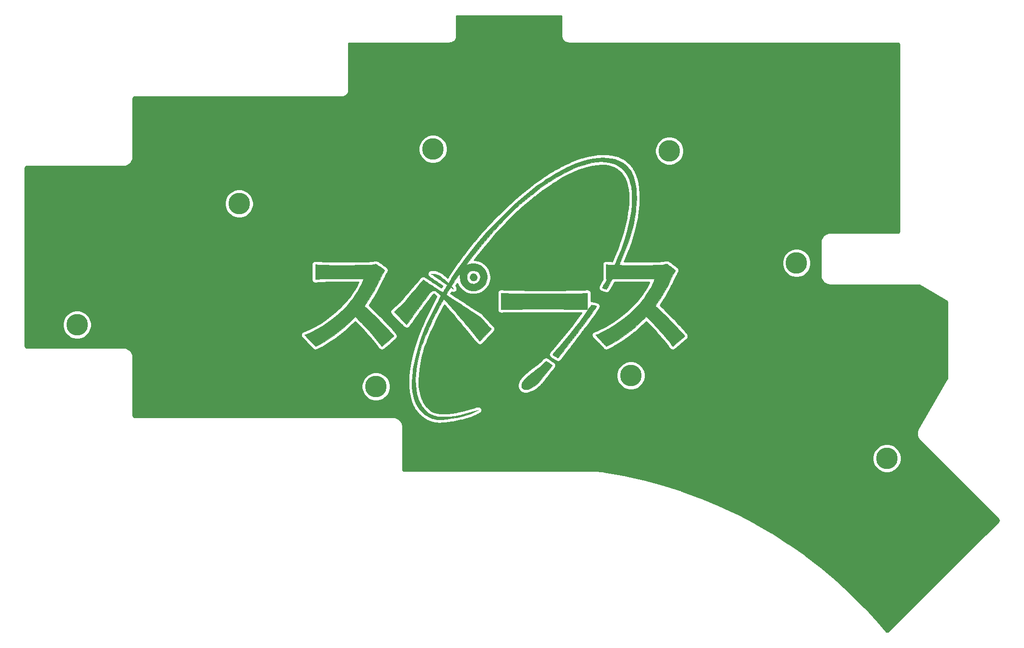
<source format=gtl>
G04 #@! TF.GenerationSoftware,KiCad,Pcbnew,(5.1.10)-1*
G04 #@! TF.CreationDate,2021-10-25T12:42:06+03:00*
G04 #@! TF.ProjectId,bottom_plate,626f7474-6f6d-45f7-906c-6174652e6b69,rev?*
G04 #@! TF.SameCoordinates,Original*
G04 #@! TF.FileFunction,Copper,L1,Top*
G04 #@! TF.FilePolarity,Positive*
%FSLAX46Y46*%
G04 Gerber Fmt 4.6, Leading zero omitted, Abs format (unit mm)*
G04 Created by KiCad (PCBNEW (5.1.10)-1) date 2021-10-25 12:42:06*
%MOMM*%
%LPD*%
G01*
G04 APERTURE LIST*
G04 #@! TA.AperFunction,EtchedComponent*
%ADD10C,0.010000*%
G04 #@! TD*
G04 #@! TA.AperFunction,ComponentPad*
%ADD11C,3.800000*%
G04 #@! TD*
G04 #@! TA.AperFunction,NonConductor*
%ADD12C,0.254000*%
G04 #@! TD*
G04 #@! TA.AperFunction,NonConductor*
%ADD13C,0.100000*%
G04 #@! TD*
G04 APERTURE END LIST*
D10*
G36*
X150818828Y-106242666D02*
G01*
X150967724Y-106271908D01*
X151135610Y-106310329D01*
X151302203Y-106352999D01*
X151447216Y-106394991D01*
X151550368Y-106431376D01*
X151591372Y-106457226D01*
X151591433Y-106457940D01*
X151568772Y-106503857D01*
X151505803Y-106608240D01*
X151410046Y-106759690D01*
X151289020Y-106946809D01*
X151150244Y-107158200D01*
X151001238Y-107382464D01*
X150849522Y-107608203D01*
X150702615Y-107824018D01*
X150568037Y-108018512D01*
X150475830Y-108148967D01*
X150415971Y-108230346D01*
X150310800Y-108370812D01*
X150164403Y-108565015D01*
X149980863Y-108807608D01*
X149764264Y-109093241D01*
X149518692Y-109416566D01*
X149248229Y-109772233D01*
X148956962Y-110154895D01*
X148648973Y-110559202D01*
X148328346Y-110979806D01*
X147999167Y-111411357D01*
X147665520Y-111848508D01*
X147331488Y-112285910D01*
X147001156Y-112718213D01*
X146678609Y-113140069D01*
X146367930Y-113546130D01*
X146073203Y-113931046D01*
X145798514Y-114289470D01*
X145547946Y-114616051D01*
X145325584Y-114905442D01*
X145135511Y-115152293D01*
X144981812Y-115351257D01*
X144868572Y-115496984D01*
X144799874Y-115584125D01*
X144781104Y-115606751D01*
X144738382Y-115594853D01*
X144641250Y-115541756D01*
X144503890Y-115455893D01*
X144340484Y-115345697D01*
X144331266Y-115339268D01*
X144162035Y-115221621D01*
X144014425Y-115120094D01*
X143904335Y-115045550D01*
X143847731Y-115008890D01*
X143840968Y-114981233D01*
X143871119Y-114921497D01*
X143942839Y-114823719D01*
X144060784Y-114681937D01*
X144229611Y-114490185D01*
X144399055Y-114302707D01*
X145236521Y-113361123D01*
X146084458Y-112365770D01*
X146930402Y-111332592D01*
X147761885Y-110277530D01*
X148566441Y-109216527D01*
X149331603Y-108165527D01*
X150044906Y-107140472D01*
X150319874Y-106730800D01*
X150437154Y-106554920D01*
X150538782Y-106404123D01*
X150615030Y-106292727D01*
X150656170Y-106235051D01*
X150659142Y-106231429D01*
X150709206Y-106227530D01*
X150818828Y-106242666D01*
G37*
X150818828Y-106242666D02*
X150967724Y-106271908D01*
X151135610Y-106310329D01*
X151302203Y-106352999D01*
X151447216Y-106394991D01*
X151550368Y-106431376D01*
X151591372Y-106457226D01*
X151591433Y-106457940D01*
X151568772Y-106503857D01*
X151505803Y-106608240D01*
X151410046Y-106759690D01*
X151289020Y-106946809D01*
X151150244Y-107158200D01*
X151001238Y-107382464D01*
X150849522Y-107608203D01*
X150702615Y-107824018D01*
X150568037Y-108018512D01*
X150475830Y-108148967D01*
X150415971Y-108230346D01*
X150310800Y-108370812D01*
X150164403Y-108565015D01*
X149980863Y-108807608D01*
X149764264Y-109093241D01*
X149518692Y-109416566D01*
X149248229Y-109772233D01*
X148956962Y-110154895D01*
X148648973Y-110559202D01*
X148328346Y-110979806D01*
X147999167Y-111411357D01*
X147665520Y-111848508D01*
X147331488Y-112285910D01*
X147001156Y-112718213D01*
X146678609Y-113140069D01*
X146367930Y-113546130D01*
X146073203Y-113931046D01*
X145798514Y-114289470D01*
X145547946Y-114616051D01*
X145325584Y-114905442D01*
X145135511Y-115152293D01*
X144981812Y-115351257D01*
X144868572Y-115496984D01*
X144799874Y-115584125D01*
X144781104Y-115606751D01*
X144738382Y-115594853D01*
X144641250Y-115541756D01*
X144503890Y-115455893D01*
X144340484Y-115345697D01*
X144331266Y-115339268D01*
X144162035Y-115221621D01*
X144014425Y-115120094D01*
X143904335Y-115045550D01*
X143847731Y-115008890D01*
X143840968Y-114981233D01*
X143871119Y-114921497D01*
X143942839Y-114823719D01*
X144060784Y-114681937D01*
X144229611Y-114490185D01*
X144399055Y-114302707D01*
X145236521Y-113361123D01*
X146084458Y-112365770D01*
X146930402Y-111332592D01*
X147761885Y-110277530D01*
X148566441Y-109216527D01*
X149331603Y-108165527D01*
X150044906Y-107140472D01*
X150319874Y-106730800D01*
X150437154Y-106554920D01*
X150538782Y-106404123D01*
X150615030Y-106292727D01*
X150656170Y-106235051D01*
X150659142Y-106231429D01*
X150709206Y-106227530D01*
X150818828Y-106242666D01*
G36*
X153440298Y-80243137D02*
G01*
X154160152Y-80329638D01*
X154815942Y-80468870D01*
X155411358Y-80662791D01*
X155950090Y-80913361D01*
X156435829Y-81222536D01*
X156872263Y-81592276D01*
X157263084Y-82024539D01*
X157550523Y-82424583D01*
X157840140Y-82939405D01*
X158086036Y-83523652D01*
X158287765Y-84173979D01*
X158444877Y-84887037D01*
X158556925Y-85659480D01*
X158623463Y-86487962D01*
X158644041Y-87369133D01*
X158618213Y-88299649D01*
X158545530Y-89276162D01*
X158511293Y-89606967D01*
X158372038Y-90619309D01*
X158173730Y-91666945D01*
X157915510Y-92752774D01*
X157596517Y-93879697D01*
X157215889Y-95050615D01*
X156772766Y-96268428D01*
X156266287Y-97536036D01*
X155911582Y-98367703D01*
X155807906Y-98606873D01*
X155716932Y-98819834D01*
X155643777Y-98994354D01*
X155593557Y-99118202D01*
X155571386Y-99179146D01*
X155570766Y-99182619D01*
X155611857Y-99189320D01*
X155730167Y-99195248D01*
X155918253Y-99200414D01*
X156168671Y-99204831D01*
X156473977Y-99208509D01*
X156826728Y-99211460D01*
X157219479Y-99213697D01*
X157644788Y-99215230D01*
X158095210Y-99216071D01*
X158563302Y-99216233D01*
X159041620Y-99215725D01*
X159522720Y-99214561D01*
X159999159Y-99212751D01*
X160463494Y-99210307D01*
X160908279Y-99207241D01*
X161326072Y-99203565D01*
X161709429Y-99199290D01*
X162050906Y-99194427D01*
X162343060Y-99188988D01*
X162578446Y-99182986D01*
X162749622Y-99176430D01*
X162829750Y-99171303D01*
X163064960Y-99147078D01*
X163303660Y-99116425D01*
X163513897Y-99083747D01*
X163634084Y-99060469D01*
X163790407Y-99027003D01*
X163919137Y-99001993D01*
X163993440Y-98990636D01*
X163995100Y-98990528D01*
X164045349Y-99013544D01*
X164149614Y-99078826D01*
X164295768Y-99177492D01*
X164471685Y-99300662D01*
X164665239Y-99439454D01*
X164864302Y-99584987D01*
X165056748Y-99728378D01*
X165230451Y-99860748D01*
X165373285Y-99973214D01*
X165473122Y-100056896D01*
X165517836Y-100102912D01*
X165519100Y-100106689D01*
X165498001Y-100157757D01*
X165442205Y-100259620D01*
X165362958Y-100391957D01*
X165347319Y-100417050D01*
X165281754Y-100531230D01*
X165187677Y-100708298D01*
X165072140Y-100934309D01*
X164942191Y-101195315D01*
X164804880Y-101477370D01*
X164695938Y-101705690D01*
X164332661Y-102457033D01*
X163982295Y-103144384D01*
X163634963Y-103785296D01*
X163280789Y-104397318D01*
X162909895Y-104998003D01*
X162512405Y-105604900D01*
X162447743Y-105700705D01*
X161969747Y-106406277D01*
X162548507Y-106928088D01*
X162818215Y-107175646D01*
X163112824Y-107453915D01*
X163427350Y-107757626D01*
X163756809Y-108081512D01*
X164096217Y-108420305D01*
X164440592Y-108768738D01*
X164784950Y-109121541D01*
X165124307Y-109473448D01*
X165453680Y-109819191D01*
X165768086Y-110153502D01*
X166062540Y-110471113D01*
X166332061Y-110766757D01*
X166571663Y-111035165D01*
X166776364Y-111271069D01*
X166941181Y-111469203D01*
X167061129Y-111624298D01*
X167131226Y-111731086D01*
X167146488Y-111784300D01*
X167144714Y-111786557D01*
X167049546Y-111872078D01*
X166909712Y-111995065D01*
X166734440Y-112147633D01*
X166532955Y-112321896D01*
X166314485Y-112509968D01*
X166088255Y-112703963D01*
X165863493Y-112895994D01*
X165649425Y-113078175D01*
X165455277Y-113242620D01*
X165290277Y-113381444D01*
X165163650Y-113486759D01*
X165084623Y-113550680D01*
X165061969Y-113566729D01*
X165022734Y-113534495D01*
X164954595Y-113452936D01*
X164905829Y-113386813D01*
X164682816Y-113084314D01*
X164406768Y-112731753D01*
X164085480Y-112337957D01*
X163726747Y-111911753D01*
X163338365Y-111461970D01*
X162928128Y-110997436D01*
X162503832Y-110526978D01*
X162073272Y-110059424D01*
X161644243Y-109603601D01*
X161224541Y-109168339D01*
X160825273Y-108765749D01*
X160358900Y-108303031D01*
X159646865Y-108998582D01*
X158781294Y-109810131D01*
X157895837Y-110574432D01*
X156998614Y-111285494D01*
X156097748Y-111937325D01*
X155201359Y-112523936D01*
X154317569Y-113039336D01*
X153805853Y-113307332D01*
X153289774Y-113565776D01*
X153149687Y-113402689D01*
X153083221Y-113328971D01*
X152967216Y-113204241D01*
X152810988Y-113038349D01*
X152623852Y-112841147D01*
X152415125Y-112622486D01*
X152196452Y-112394639D01*
X151383304Y-111549676D01*
X151749927Y-111407066D01*
X151976915Y-111312583D01*
X152258546Y-111185764D01*
X152575773Y-111035960D01*
X152909547Y-110872522D01*
X153240821Y-110704802D01*
X153550544Y-110542151D01*
X153819670Y-110393921D01*
X153856266Y-110372987D01*
X154717253Y-109846366D01*
X155568716Y-109265042D01*
X156400305Y-108638073D01*
X157201667Y-107974519D01*
X157962452Y-107283437D01*
X158672309Y-106573886D01*
X159320885Y-105854924D01*
X159897830Y-105135609D01*
X160001792Y-104995133D01*
X160246682Y-104646947D01*
X160499316Y-104265121D01*
X160748956Y-103867478D01*
X160984864Y-103471844D01*
X161196302Y-103096044D01*
X161372533Y-102757902D01*
X161458498Y-102576992D01*
X161533754Y-102405601D01*
X161613301Y-102216144D01*
X161690108Y-102026439D01*
X161757144Y-101854306D01*
X161807378Y-101717565D01*
X161833779Y-101634034D01*
X161836100Y-101620015D01*
X161795015Y-101614953D01*
X161676753Y-101610305D01*
X161488802Y-101606080D01*
X161238650Y-101602282D01*
X160933786Y-101598918D01*
X160581698Y-101595995D01*
X160189875Y-101593519D01*
X159765805Y-101591496D01*
X159316975Y-101589932D01*
X158850876Y-101588834D01*
X158374994Y-101588208D01*
X157896818Y-101588060D01*
X157423838Y-101588397D01*
X156963540Y-101589225D01*
X156523413Y-101590550D01*
X156110947Y-101592378D01*
X155733628Y-101594716D01*
X155398946Y-101597571D01*
X155114388Y-101600947D01*
X154887444Y-101604852D01*
X154725601Y-101609292D01*
X154639433Y-101613968D01*
X154364266Y-101640033D01*
X153878425Y-102545000D01*
X153741572Y-102796490D01*
X153615815Y-103021115D01*
X153507161Y-103208665D01*
X153421616Y-103348930D01*
X153365185Y-103431700D01*
X153346090Y-103449966D01*
X153289589Y-103437244D01*
X153174876Y-103403696D01*
X153023724Y-103356253D01*
X152857909Y-103301844D01*
X152699205Y-103247399D01*
X152619836Y-103218844D01*
X152621611Y-103176253D01*
X152667033Y-103066496D01*
X152754063Y-102893694D01*
X152880664Y-102661966D01*
X152991252Y-102467743D01*
X153142311Y-102202543D01*
X153251433Y-102002511D01*
X153321741Y-101861135D01*
X153356362Y-101771904D01*
X153358420Y-101728308D01*
X153349266Y-101721779D01*
X153330986Y-101709027D01*
X153316454Y-101673708D01*
X153305254Y-101607309D01*
X153296975Y-101501317D01*
X153291204Y-101347219D01*
X153287526Y-101136501D01*
X153285529Y-100860651D01*
X153284800Y-100511157D01*
X153284766Y-100393034D01*
X153284766Y-99077976D01*
X153507016Y-99103637D01*
X153639737Y-99116352D01*
X153830103Y-99131255D01*
X154051192Y-99146364D01*
X154246070Y-99158050D01*
X154762873Y-99186802D01*
X154917115Y-98852468D01*
X155406260Y-97741560D01*
X155862349Y-96603735D01*
X156281434Y-95451632D01*
X156659564Y-94297890D01*
X156992791Y-93155146D01*
X157277164Y-92036039D01*
X157508734Y-90953208D01*
X157660818Y-90072633D01*
X157727308Y-89620779D01*
X157778935Y-89230254D01*
X157817403Y-88879358D01*
X157844419Y-88546392D01*
X157861689Y-88209654D01*
X157870918Y-87847445D01*
X157873813Y-87438064D01*
X157873799Y-87363300D01*
X157868873Y-86874152D01*
X157853839Y-86450860D01*
X157826717Y-86075003D01*
X157785523Y-85728160D01*
X157728276Y-85391911D01*
X157652994Y-85047835D01*
X157603281Y-84848958D01*
X157390642Y-84168316D01*
X157122029Y-83550522D01*
X156797773Y-82995957D01*
X156418209Y-82505003D01*
X155983668Y-82078039D01*
X155494485Y-81715448D01*
X154950991Y-81417611D01*
X154420892Y-81206976D01*
X153783419Y-81036877D01*
X153102987Y-80938559D01*
X152380979Y-80911680D01*
X151618779Y-80955895D01*
X150817770Y-81070861D01*
X149979337Y-81256233D01*
X149104864Y-81511669D01*
X148195734Y-81836823D01*
X147253330Y-82231353D01*
X146279037Y-82694915D01*
X145274238Y-83227164D01*
X144500600Y-83671726D01*
X144082437Y-83927374D01*
X143625179Y-84220241D01*
X143143464Y-84540058D01*
X142651929Y-84876558D01*
X142165211Y-85219471D01*
X141697949Y-85558529D01*
X141264780Y-85883463D01*
X140880342Y-86184006D01*
X140648266Y-86374207D01*
X140482081Y-86511217D01*
X140280172Y-86673845D01*
X140074330Y-86836616D01*
X139970933Y-86916990D01*
X139074648Y-87634980D01*
X138150791Y-88427095D01*
X137203598Y-89288995D01*
X136237306Y-90216339D01*
X135256150Y-91204789D01*
X134264369Y-92250004D01*
X133266197Y-93347645D01*
X132265872Y-94493371D01*
X131267630Y-95682844D01*
X130547053Y-96570800D01*
X130317315Y-96859771D01*
X130070483Y-97173524D01*
X129814884Y-97501204D01*
X129558846Y-97831959D01*
X129310695Y-98154934D01*
X129078758Y-98459275D01*
X128871361Y-98734130D01*
X128696832Y-98968644D01*
X128563497Y-99151963D01*
X128524817Y-99206725D01*
X128428373Y-99344983D01*
X128717486Y-99196354D01*
X129144232Y-99022575D01*
X129583574Y-98931313D01*
X130028965Y-98922612D01*
X130473857Y-98996515D01*
X130911701Y-99153066D01*
X130971605Y-99181357D01*
X131244818Y-99349589D01*
X131513771Y-99578590D01*
X131756736Y-99846282D01*
X131951982Y-100130591D01*
X132006344Y-100232633D01*
X132175312Y-100654542D01*
X132263262Y-101068353D01*
X132271687Y-101484960D01*
X132223747Y-101820133D01*
X132093013Y-102243207D01*
X131889916Y-102629914D01*
X131621859Y-102972274D01*
X131296244Y-103262308D01*
X130920474Y-103492038D01*
X130530600Y-103645135D01*
X130233820Y-103704603D01*
X129895678Y-103725548D01*
X129549929Y-103708507D01*
X129230327Y-103654019D01*
X129119732Y-103622629D01*
X128718450Y-103450274D01*
X128357864Y-103211360D01*
X128046732Y-102915242D01*
X127793817Y-102571270D01*
X127607876Y-102188797D01*
X127526518Y-101921601D01*
X127489054Y-101698409D01*
X127468498Y-101438060D01*
X127466785Y-101284052D01*
X128680811Y-101284052D01*
X128714282Y-101612474D01*
X128821630Y-101902803D01*
X128998564Y-102148731D01*
X129240793Y-102343949D01*
X129480648Y-102460098D01*
X129671953Y-102500649D01*
X129902421Y-102504870D01*
X130135951Y-102475211D01*
X130336443Y-102414124D01*
X130366197Y-102400000D01*
X130604268Y-102252394D01*
X130782977Y-102075637D01*
X130906122Y-101886190D01*
X131017072Y-101602546D01*
X131051030Y-101316049D01*
X131014553Y-101037565D01*
X130914197Y-100777961D01*
X130756518Y-100548101D01*
X130548072Y-100358853D01*
X130295416Y-100221081D01*
X130005107Y-100145653D01*
X129849322Y-100134725D01*
X129552020Y-100171636D01*
X129281583Y-100281127D01*
X129048716Y-100452670D01*
X128864124Y-100675735D01*
X128738511Y-100939792D01*
X128682584Y-101234313D01*
X128680811Y-101284052D01*
X127466785Y-101284052D01*
X127465548Y-101172978D01*
X127480905Y-100935583D01*
X127502437Y-100805322D01*
X127524434Y-100698011D01*
X127532191Y-100633467D01*
X127530796Y-100626552D01*
X127500456Y-100652152D01*
X127429918Y-100738318D01*
X127326020Y-100875221D01*
X127195603Y-101053029D01*
X127045507Y-101261910D01*
X126882569Y-101492035D01*
X126713632Y-101733572D01*
X126545533Y-101976690D01*
X126385113Y-102211559D01*
X126239212Y-102428347D01*
X126114668Y-102617224D01*
X126018322Y-102768358D01*
X125957013Y-102871919D01*
X125937433Y-102916764D01*
X125965082Y-102965667D01*
X126038631Y-103057161D01*
X126143980Y-103174097D01*
X126180850Y-103212791D01*
X126285777Y-103324268D01*
X126335957Y-103386754D01*
X126328289Y-103400200D01*
X126259674Y-103364558D01*
X126127010Y-103279780D01*
X126022856Y-103210333D01*
X125921053Y-103148521D01*
X125845843Y-103114437D01*
X125832356Y-103112063D01*
X125797617Y-103146860D01*
X125727708Y-103242981D01*
X125630418Y-103388790D01*
X125513538Y-103572654D01*
X125400089Y-103757646D01*
X125253809Y-104003653D01*
X125150281Y-104187122D01*
X125085545Y-104316135D01*
X125055648Y-104398772D01*
X125056631Y-104443115D01*
X125061422Y-104449337D01*
X125108592Y-104483373D01*
X125217771Y-104557136D01*
X125379753Y-104664563D01*
X125585332Y-104799591D01*
X125825301Y-104956156D01*
X126090452Y-105128198D01*
X126191433Y-105193486D01*
X126449164Y-105360279D01*
X126765235Y-105565347D01*
X127127165Y-105800566D01*
X127522474Y-106057808D01*
X127938684Y-106328950D01*
X128363313Y-106605865D01*
X128783881Y-106880428D01*
X129163360Y-107128456D01*
X131055787Y-108366149D01*
X132020860Y-109403994D01*
X132251024Y-109652020D01*
X132462180Y-109880538D01*
X132647537Y-110082121D01*
X132800303Y-110249343D01*
X132913685Y-110374778D01*
X132980893Y-110450999D01*
X132996848Y-110471150D01*
X132971793Y-110507952D01*
X132896309Y-110597361D01*
X132778440Y-110730750D01*
X132626229Y-110899491D01*
X132447716Y-111094956D01*
X132250946Y-111308518D01*
X132043960Y-111531550D01*
X131834800Y-111755422D01*
X131631509Y-111971509D01*
X131442129Y-112171182D01*
X131274703Y-112345814D01*
X131137273Y-112486777D01*
X131037881Y-112585444D01*
X130984570Y-112633186D01*
X130978571Y-112636300D01*
X130943278Y-112604813D01*
X130862808Y-112516443D01*
X130744992Y-112380323D01*
X130597661Y-112205590D01*
X130428647Y-112001378D01*
X130316200Y-111863717D01*
X129999053Y-111475016D01*
X129646775Y-111045844D01*
X129269574Y-110588468D01*
X128877658Y-110115155D01*
X128481236Y-109638173D01*
X128090515Y-109169791D01*
X127715704Y-108722275D01*
X127367011Y-108307894D01*
X127054645Y-107938916D01*
X126872838Y-107725633D01*
X126650444Y-107467200D01*
X126412408Y-107193340D01*
X126165183Y-106911233D01*
X125915220Y-106628058D01*
X125668971Y-106350995D01*
X125432885Y-106087224D01*
X125213415Y-105843924D01*
X125017013Y-105628275D01*
X124850129Y-105447456D01*
X124719215Y-105308648D01*
X124630721Y-105219030D01*
X124591100Y-105185782D01*
X124590597Y-105185726D01*
X124561024Y-105221971D01*
X124497121Y-105325071D01*
X124403453Y-105486674D01*
X124284581Y-105698429D01*
X124145070Y-105951986D01*
X123989482Y-106238993D01*
X123822379Y-106551098D01*
X123648326Y-106879952D01*
X123471886Y-107217203D01*
X123318436Y-107513967D01*
X122985203Y-108173665D01*
X122655749Y-108847832D01*
X122333748Y-109527878D01*
X122022872Y-110205213D01*
X121726793Y-110871246D01*
X121449184Y-111517387D01*
X121193717Y-112135047D01*
X120964065Y-112715634D01*
X120763900Y-113250560D01*
X120596895Y-113731233D01*
X120466722Y-114149064D01*
X120437915Y-114251646D01*
X120149120Y-115396399D01*
X119921233Y-116491432D01*
X119754299Y-117535672D01*
X119648367Y-118528048D01*
X119603483Y-119467491D01*
X119619695Y-120352929D01*
X119697050Y-121183293D01*
X119835595Y-121957510D01*
X120035378Y-122674510D01*
X120062532Y-122753967D01*
X120170996Y-123031347D01*
X120310415Y-123338127D01*
X120467810Y-123649132D01*
X120630202Y-123939183D01*
X120784611Y-124183103D01*
X120837255Y-124256800D01*
X120977759Y-124430706D01*
X121156177Y-124630050D01*
X121357478Y-124840087D01*
X121566637Y-125046075D01*
X121768624Y-125233269D01*
X121948412Y-125386927D01*
X122090973Y-125492303D01*
X122106385Y-125501928D01*
X122491562Y-125700353D01*
X122925709Y-125855798D01*
X123268346Y-125942628D01*
X123420001Y-125972949D01*
X123569306Y-125995690D01*
X123732189Y-126011905D01*
X123924575Y-126022650D01*
X124162390Y-126028979D01*
X124461561Y-126031946D01*
X124625100Y-126032474D01*
X125012085Y-126030921D01*
X125341416Y-126023308D01*
X125637498Y-126007544D01*
X125924739Y-125981534D01*
X126227545Y-125943184D01*
X126570324Y-125890400D01*
X126868766Y-125840004D01*
X127417358Y-125734437D01*
X128016203Y-125600318D01*
X128638658Y-125444526D01*
X129258080Y-125273940D01*
X129847825Y-125095437D01*
X130191933Y-124982080D01*
X130376638Y-124919074D01*
X130538290Y-124864108D01*
X130655699Y-124824376D01*
X130699933Y-124809576D01*
X130698005Y-124816587D01*
X130631779Y-124855809D01*
X130512394Y-124921001D01*
X130350985Y-125005927D01*
X130329867Y-125016865D01*
X129835494Y-125255184D01*
X129315177Y-125470870D01*
X128760808Y-125666086D01*
X128164274Y-125842996D01*
X127517464Y-126003762D01*
X126812269Y-126150550D01*
X126040577Y-126285522D01*
X125194278Y-126410841D01*
X125011756Y-126435413D01*
X124395182Y-126498044D01*
X123844928Y-126513842D01*
X123362707Y-126482789D01*
X123171173Y-126454035D01*
X122583976Y-126305824D01*
X122014054Y-126078721D01*
X121474224Y-125778380D01*
X121188289Y-125579137D01*
X120728993Y-125180604D01*
X120322013Y-124717429D01*
X119967961Y-124192020D01*
X119667451Y-123606783D01*
X119421098Y-122964125D01*
X119229514Y-122266453D01*
X119093314Y-121516172D01*
X119013110Y-120715691D01*
X118989517Y-119867415D01*
X119023149Y-118973751D01*
X119114618Y-118037106D01*
X119167264Y-117652800D01*
X119362716Y-116535163D01*
X119624555Y-115372181D01*
X119950992Y-114168710D01*
X120340237Y-112929608D01*
X120790501Y-111659732D01*
X121299994Y-110363938D01*
X121866926Y-109047085D01*
X122489508Y-107714029D01*
X123165950Y-106369627D01*
X123677499Y-105411681D01*
X123800160Y-105185102D01*
X123907444Y-104982573D01*
X123993098Y-104816257D01*
X124050873Y-104698315D01*
X124074517Y-104640906D01*
X124074766Y-104638803D01*
X124044742Y-104583503D01*
X123963901Y-104486819D01*
X123846094Y-104362021D01*
X123705167Y-104222376D01*
X123554971Y-104081153D01*
X123409355Y-103951621D01*
X123282166Y-103847050D01*
X123187254Y-103780707D01*
X123169225Y-103771194D01*
X122977110Y-103714798D01*
X122797141Y-103714266D01*
X122651842Y-103743167D01*
X122513660Y-103806897D01*
X122369211Y-103915189D01*
X122205110Y-104077777D01*
X122042766Y-104262861D01*
X121961950Y-104363586D01*
X121837253Y-104525410D01*
X121674262Y-104740721D01*
X121478561Y-105001905D01*
X121255739Y-105301349D01*
X121011380Y-105631440D01*
X120751072Y-105984564D01*
X120480400Y-106353108D01*
X120204950Y-106729458D01*
X119930308Y-107106003D01*
X119662061Y-107475127D01*
X119405795Y-107829219D01*
X119167096Y-108160664D01*
X118951550Y-108461850D01*
X118764744Y-108725162D01*
X118677858Y-108848819D01*
X118511743Y-109084283D01*
X118360116Y-109295447D01*
X118230090Y-109472706D01*
X118128779Y-109606456D01*
X118063295Y-109687095D01*
X118042266Y-109706891D01*
X118004299Y-109679708D01*
X117914639Y-109597914D01*
X117780017Y-109468174D01*
X117607166Y-109297154D01*
X117402817Y-109091519D01*
X117173703Y-108857936D01*
X116926556Y-108603069D01*
X116908059Y-108583881D01*
X115816185Y-107450819D01*
X116039820Y-107260143D01*
X116300970Y-107034105D01*
X116551159Y-106809797D01*
X116796082Y-106581066D01*
X117041436Y-106341755D01*
X117292918Y-106085710D01*
X117556223Y-105806775D01*
X117837049Y-105498796D01*
X118141093Y-105155617D01*
X118474049Y-104771083D01*
X118841616Y-104339039D01*
X119249489Y-103853329D01*
X119703365Y-103307800D01*
X119752195Y-103248883D01*
X120001999Y-102948162D01*
X120235526Y-102668526D01*
X120447204Y-102416541D01*
X120631458Y-102198774D01*
X120782716Y-102021789D01*
X120895405Y-101892153D01*
X120963950Y-101816431D01*
X120982979Y-101798966D01*
X121026607Y-101821688D01*
X121126590Y-101884159D01*
X121269737Y-101977837D01*
X121442857Y-102094181D01*
X121517019Y-102144793D01*
X121777318Y-102321488D01*
X122061963Y-102511724D01*
X122362742Y-102710282D01*
X122671444Y-102911940D01*
X122979857Y-103111477D01*
X123279771Y-103303672D01*
X123562972Y-103483305D01*
X123821251Y-103645155D01*
X124046395Y-103784000D01*
X124230194Y-103894619D01*
X124364435Y-103971793D01*
X124440907Y-104010300D01*
X124455421Y-104013048D01*
X124492570Y-103958602D01*
X124560771Y-103848384D01*
X124651616Y-103696903D01*
X124756698Y-103518669D01*
X124867607Y-103328194D01*
X124975937Y-103139987D01*
X125073280Y-102968558D01*
X125151228Y-102828418D01*
X125201373Y-102734077D01*
X125215854Y-102700694D01*
X125181482Y-102670167D01*
X125084468Y-102598121D01*
X124932617Y-102489999D01*
X124733733Y-102351245D01*
X124495623Y-102187304D01*
X124226090Y-102003619D01*
X123932941Y-101805634D01*
X123923025Y-101798967D01*
X123623599Y-101597230D01*
X123342467Y-101406973D01*
X123088352Y-101234161D01*
X122869977Y-101084764D01*
X122696067Y-100964748D01*
X122575344Y-100880080D01*
X122517355Y-100837406D01*
X122402600Y-100743678D01*
X122722999Y-100742156D01*
X123003686Y-100757771D01*
X123273237Y-100810751D01*
X123540828Y-100906169D01*
X123815634Y-101049101D01*
X124106831Y-101244622D01*
X124423596Y-101497807D01*
X124775103Y-101813730D01*
X124933816Y-101964909D01*
X125113253Y-102136227D01*
X125242997Y-102254157D01*
X125332600Y-102325798D01*
X125391612Y-102358249D01*
X125429587Y-102358608D01*
X125446606Y-102345989D01*
X125485670Y-102292843D01*
X125561856Y-102179901D01*
X125667336Y-102019113D01*
X125794281Y-101822433D01*
X125934861Y-101601810D01*
X125957435Y-101566133D01*
X126782682Y-100301052D01*
X127663003Y-99027507D01*
X128586617Y-97760857D01*
X129541745Y-96516459D01*
X130516608Y-95309671D01*
X131499426Y-94155850D01*
X132452551Y-93098188D01*
X133597678Y-91885227D01*
X134712746Y-90745668D01*
X135802196Y-89675595D01*
X136870466Y-88671091D01*
X137921997Y-87728239D01*
X138961229Y-86843123D01*
X139992602Y-86011826D01*
X141020557Y-85230431D01*
X142049532Y-84495022D01*
X142722600Y-84038761D01*
X143316793Y-83650425D01*
X143866065Y-83304949D01*
X144390347Y-82990760D01*
X144909567Y-82696288D01*
X145443654Y-82409957D01*
X146012538Y-82120197D01*
X146109266Y-82072177D01*
X147160097Y-81581511D01*
X148177833Y-81165760D01*
X149161854Y-80825080D01*
X150111537Y-80559627D01*
X151026260Y-80369554D01*
X151905402Y-80255018D01*
X152748341Y-80216174D01*
X153440298Y-80243137D01*
G37*
X153440298Y-80243137D02*
X154160152Y-80329638D01*
X154815942Y-80468870D01*
X155411358Y-80662791D01*
X155950090Y-80913361D01*
X156435829Y-81222536D01*
X156872263Y-81592276D01*
X157263084Y-82024539D01*
X157550523Y-82424583D01*
X157840140Y-82939405D01*
X158086036Y-83523652D01*
X158287765Y-84173979D01*
X158444877Y-84887037D01*
X158556925Y-85659480D01*
X158623463Y-86487962D01*
X158644041Y-87369133D01*
X158618213Y-88299649D01*
X158545530Y-89276162D01*
X158511293Y-89606967D01*
X158372038Y-90619309D01*
X158173730Y-91666945D01*
X157915510Y-92752774D01*
X157596517Y-93879697D01*
X157215889Y-95050615D01*
X156772766Y-96268428D01*
X156266287Y-97536036D01*
X155911582Y-98367703D01*
X155807906Y-98606873D01*
X155716932Y-98819834D01*
X155643777Y-98994354D01*
X155593557Y-99118202D01*
X155571386Y-99179146D01*
X155570766Y-99182619D01*
X155611857Y-99189320D01*
X155730167Y-99195248D01*
X155918253Y-99200414D01*
X156168671Y-99204831D01*
X156473977Y-99208509D01*
X156826728Y-99211460D01*
X157219479Y-99213697D01*
X157644788Y-99215230D01*
X158095210Y-99216071D01*
X158563302Y-99216233D01*
X159041620Y-99215725D01*
X159522720Y-99214561D01*
X159999159Y-99212751D01*
X160463494Y-99210307D01*
X160908279Y-99207241D01*
X161326072Y-99203565D01*
X161709429Y-99199290D01*
X162050906Y-99194427D01*
X162343060Y-99188988D01*
X162578446Y-99182986D01*
X162749622Y-99176430D01*
X162829750Y-99171303D01*
X163064960Y-99147078D01*
X163303660Y-99116425D01*
X163513897Y-99083747D01*
X163634084Y-99060469D01*
X163790407Y-99027003D01*
X163919137Y-99001993D01*
X163993440Y-98990636D01*
X163995100Y-98990528D01*
X164045349Y-99013544D01*
X164149614Y-99078826D01*
X164295768Y-99177492D01*
X164471685Y-99300662D01*
X164665239Y-99439454D01*
X164864302Y-99584987D01*
X165056748Y-99728378D01*
X165230451Y-99860748D01*
X165373285Y-99973214D01*
X165473122Y-100056896D01*
X165517836Y-100102912D01*
X165519100Y-100106689D01*
X165498001Y-100157757D01*
X165442205Y-100259620D01*
X165362958Y-100391957D01*
X165347319Y-100417050D01*
X165281754Y-100531230D01*
X165187677Y-100708298D01*
X165072140Y-100934309D01*
X164942191Y-101195315D01*
X164804880Y-101477370D01*
X164695938Y-101705690D01*
X164332661Y-102457033D01*
X163982295Y-103144384D01*
X163634963Y-103785296D01*
X163280789Y-104397318D01*
X162909895Y-104998003D01*
X162512405Y-105604900D01*
X162447743Y-105700705D01*
X161969747Y-106406277D01*
X162548507Y-106928088D01*
X162818215Y-107175646D01*
X163112824Y-107453915D01*
X163427350Y-107757626D01*
X163756809Y-108081512D01*
X164096217Y-108420305D01*
X164440592Y-108768738D01*
X164784950Y-109121541D01*
X165124307Y-109473448D01*
X165453680Y-109819191D01*
X165768086Y-110153502D01*
X166062540Y-110471113D01*
X166332061Y-110766757D01*
X166571663Y-111035165D01*
X166776364Y-111271069D01*
X166941181Y-111469203D01*
X167061129Y-111624298D01*
X167131226Y-111731086D01*
X167146488Y-111784300D01*
X167144714Y-111786557D01*
X167049546Y-111872078D01*
X166909712Y-111995065D01*
X166734440Y-112147633D01*
X166532955Y-112321896D01*
X166314485Y-112509968D01*
X166088255Y-112703963D01*
X165863493Y-112895994D01*
X165649425Y-113078175D01*
X165455277Y-113242620D01*
X165290277Y-113381444D01*
X165163650Y-113486759D01*
X165084623Y-113550680D01*
X165061969Y-113566729D01*
X165022734Y-113534495D01*
X164954595Y-113452936D01*
X164905829Y-113386813D01*
X164682816Y-113084314D01*
X164406768Y-112731753D01*
X164085480Y-112337957D01*
X163726747Y-111911753D01*
X163338365Y-111461970D01*
X162928128Y-110997436D01*
X162503832Y-110526978D01*
X162073272Y-110059424D01*
X161644243Y-109603601D01*
X161224541Y-109168339D01*
X160825273Y-108765749D01*
X160358900Y-108303031D01*
X159646865Y-108998582D01*
X158781294Y-109810131D01*
X157895837Y-110574432D01*
X156998614Y-111285494D01*
X156097748Y-111937325D01*
X155201359Y-112523936D01*
X154317569Y-113039336D01*
X153805853Y-113307332D01*
X153289774Y-113565776D01*
X153149687Y-113402689D01*
X153083221Y-113328971D01*
X152967216Y-113204241D01*
X152810988Y-113038349D01*
X152623852Y-112841147D01*
X152415125Y-112622486D01*
X152196452Y-112394639D01*
X151383304Y-111549676D01*
X151749927Y-111407066D01*
X151976915Y-111312583D01*
X152258546Y-111185764D01*
X152575773Y-111035960D01*
X152909547Y-110872522D01*
X153240821Y-110704802D01*
X153550544Y-110542151D01*
X153819670Y-110393921D01*
X153856266Y-110372987D01*
X154717253Y-109846366D01*
X155568716Y-109265042D01*
X156400305Y-108638073D01*
X157201667Y-107974519D01*
X157962452Y-107283437D01*
X158672309Y-106573886D01*
X159320885Y-105854924D01*
X159897830Y-105135609D01*
X160001792Y-104995133D01*
X160246682Y-104646947D01*
X160499316Y-104265121D01*
X160748956Y-103867478D01*
X160984864Y-103471844D01*
X161196302Y-103096044D01*
X161372533Y-102757902D01*
X161458498Y-102576992D01*
X161533754Y-102405601D01*
X161613301Y-102216144D01*
X161690108Y-102026439D01*
X161757144Y-101854306D01*
X161807378Y-101717565D01*
X161833779Y-101634034D01*
X161836100Y-101620015D01*
X161795015Y-101614953D01*
X161676753Y-101610305D01*
X161488802Y-101606080D01*
X161238650Y-101602282D01*
X160933786Y-101598918D01*
X160581698Y-101595995D01*
X160189875Y-101593519D01*
X159765805Y-101591496D01*
X159316975Y-101589932D01*
X158850876Y-101588834D01*
X158374994Y-101588208D01*
X157896818Y-101588060D01*
X157423838Y-101588397D01*
X156963540Y-101589225D01*
X156523413Y-101590550D01*
X156110947Y-101592378D01*
X155733628Y-101594716D01*
X155398946Y-101597571D01*
X155114388Y-101600947D01*
X154887444Y-101604852D01*
X154725601Y-101609292D01*
X154639433Y-101613968D01*
X154364266Y-101640033D01*
X153878425Y-102545000D01*
X153741572Y-102796490D01*
X153615815Y-103021115D01*
X153507161Y-103208665D01*
X153421616Y-103348930D01*
X153365185Y-103431700D01*
X153346090Y-103449966D01*
X153289589Y-103437244D01*
X153174876Y-103403696D01*
X153023724Y-103356253D01*
X152857909Y-103301844D01*
X152699205Y-103247399D01*
X152619836Y-103218844D01*
X152621611Y-103176253D01*
X152667033Y-103066496D01*
X152754063Y-102893694D01*
X152880664Y-102661966D01*
X152991252Y-102467743D01*
X153142311Y-102202543D01*
X153251433Y-102002511D01*
X153321741Y-101861135D01*
X153356362Y-101771904D01*
X153358420Y-101728308D01*
X153349266Y-101721779D01*
X153330986Y-101709027D01*
X153316454Y-101673708D01*
X153305254Y-101607309D01*
X153296975Y-101501317D01*
X153291204Y-101347219D01*
X153287526Y-101136501D01*
X153285529Y-100860651D01*
X153284800Y-100511157D01*
X153284766Y-100393034D01*
X153284766Y-99077976D01*
X153507016Y-99103637D01*
X153639737Y-99116352D01*
X153830103Y-99131255D01*
X154051192Y-99146364D01*
X154246070Y-99158050D01*
X154762873Y-99186802D01*
X154917115Y-98852468D01*
X155406260Y-97741560D01*
X155862349Y-96603735D01*
X156281434Y-95451632D01*
X156659564Y-94297890D01*
X156992791Y-93155146D01*
X157277164Y-92036039D01*
X157508734Y-90953208D01*
X157660818Y-90072633D01*
X157727308Y-89620779D01*
X157778935Y-89230254D01*
X157817403Y-88879358D01*
X157844419Y-88546392D01*
X157861689Y-88209654D01*
X157870918Y-87847445D01*
X157873813Y-87438064D01*
X157873799Y-87363300D01*
X157868873Y-86874152D01*
X157853839Y-86450860D01*
X157826717Y-86075003D01*
X157785523Y-85728160D01*
X157728276Y-85391911D01*
X157652994Y-85047835D01*
X157603281Y-84848958D01*
X157390642Y-84168316D01*
X157122029Y-83550522D01*
X156797773Y-82995957D01*
X156418209Y-82505003D01*
X155983668Y-82078039D01*
X155494485Y-81715448D01*
X154950991Y-81417611D01*
X154420892Y-81206976D01*
X153783419Y-81036877D01*
X153102987Y-80938559D01*
X152380979Y-80911680D01*
X151618779Y-80955895D01*
X150817770Y-81070861D01*
X149979337Y-81256233D01*
X149104864Y-81511669D01*
X148195734Y-81836823D01*
X147253330Y-82231353D01*
X146279037Y-82694915D01*
X145274238Y-83227164D01*
X144500600Y-83671726D01*
X144082437Y-83927374D01*
X143625179Y-84220241D01*
X143143464Y-84540058D01*
X142651929Y-84876558D01*
X142165211Y-85219471D01*
X141697949Y-85558529D01*
X141264780Y-85883463D01*
X140880342Y-86184006D01*
X140648266Y-86374207D01*
X140482081Y-86511217D01*
X140280172Y-86673845D01*
X140074330Y-86836616D01*
X139970933Y-86916990D01*
X139074648Y-87634980D01*
X138150791Y-88427095D01*
X137203598Y-89288995D01*
X136237306Y-90216339D01*
X135256150Y-91204789D01*
X134264369Y-92250004D01*
X133266197Y-93347645D01*
X132265872Y-94493371D01*
X131267630Y-95682844D01*
X130547053Y-96570800D01*
X130317315Y-96859771D01*
X130070483Y-97173524D01*
X129814884Y-97501204D01*
X129558846Y-97831959D01*
X129310695Y-98154934D01*
X129078758Y-98459275D01*
X128871361Y-98734130D01*
X128696832Y-98968644D01*
X128563497Y-99151963D01*
X128524817Y-99206725D01*
X128428373Y-99344983D01*
X128717486Y-99196354D01*
X129144232Y-99022575D01*
X129583574Y-98931313D01*
X130028965Y-98922612D01*
X130473857Y-98996515D01*
X130911701Y-99153066D01*
X130971605Y-99181357D01*
X131244818Y-99349589D01*
X131513771Y-99578590D01*
X131756736Y-99846282D01*
X131951982Y-100130591D01*
X132006344Y-100232633D01*
X132175312Y-100654542D01*
X132263262Y-101068353D01*
X132271687Y-101484960D01*
X132223747Y-101820133D01*
X132093013Y-102243207D01*
X131889916Y-102629914D01*
X131621859Y-102972274D01*
X131296244Y-103262308D01*
X130920474Y-103492038D01*
X130530600Y-103645135D01*
X130233820Y-103704603D01*
X129895678Y-103725548D01*
X129549929Y-103708507D01*
X129230327Y-103654019D01*
X129119732Y-103622629D01*
X128718450Y-103450274D01*
X128357864Y-103211360D01*
X128046732Y-102915242D01*
X127793817Y-102571270D01*
X127607876Y-102188797D01*
X127526518Y-101921601D01*
X127489054Y-101698409D01*
X127468498Y-101438060D01*
X127466785Y-101284052D01*
X128680811Y-101284052D01*
X128714282Y-101612474D01*
X128821630Y-101902803D01*
X128998564Y-102148731D01*
X129240793Y-102343949D01*
X129480648Y-102460098D01*
X129671953Y-102500649D01*
X129902421Y-102504870D01*
X130135951Y-102475211D01*
X130336443Y-102414124D01*
X130366197Y-102400000D01*
X130604268Y-102252394D01*
X130782977Y-102075637D01*
X130906122Y-101886190D01*
X131017072Y-101602546D01*
X131051030Y-101316049D01*
X131014553Y-101037565D01*
X130914197Y-100777961D01*
X130756518Y-100548101D01*
X130548072Y-100358853D01*
X130295416Y-100221081D01*
X130005107Y-100145653D01*
X129849322Y-100134725D01*
X129552020Y-100171636D01*
X129281583Y-100281127D01*
X129048716Y-100452670D01*
X128864124Y-100675735D01*
X128738511Y-100939792D01*
X128682584Y-101234313D01*
X128680811Y-101284052D01*
X127466785Y-101284052D01*
X127465548Y-101172978D01*
X127480905Y-100935583D01*
X127502437Y-100805322D01*
X127524434Y-100698011D01*
X127532191Y-100633467D01*
X127530796Y-100626552D01*
X127500456Y-100652152D01*
X127429918Y-100738318D01*
X127326020Y-100875221D01*
X127195603Y-101053029D01*
X127045507Y-101261910D01*
X126882569Y-101492035D01*
X126713632Y-101733572D01*
X126545533Y-101976690D01*
X126385113Y-102211559D01*
X126239212Y-102428347D01*
X126114668Y-102617224D01*
X126018322Y-102768358D01*
X125957013Y-102871919D01*
X125937433Y-102916764D01*
X125965082Y-102965667D01*
X126038631Y-103057161D01*
X126143980Y-103174097D01*
X126180850Y-103212791D01*
X126285777Y-103324268D01*
X126335957Y-103386754D01*
X126328289Y-103400200D01*
X126259674Y-103364558D01*
X126127010Y-103279780D01*
X126022856Y-103210333D01*
X125921053Y-103148521D01*
X125845843Y-103114437D01*
X125832356Y-103112063D01*
X125797617Y-103146860D01*
X125727708Y-103242981D01*
X125630418Y-103388790D01*
X125513538Y-103572654D01*
X125400089Y-103757646D01*
X125253809Y-104003653D01*
X125150281Y-104187122D01*
X125085545Y-104316135D01*
X125055648Y-104398772D01*
X125056631Y-104443115D01*
X125061422Y-104449337D01*
X125108592Y-104483373D01*
X125217771Y-104557136D01*
X125379753Y-104664563D01*
X125585332Y-104799591D01*
X125825301Y-104956156D01*
X126090452Y-105128198D01*
X126191433Y-105193486D01*
X126449164Y-105360279D01*
X126765235Y-105565347D01*
X127127165Y-105800566D01*
X127522474Y-106057808D01*
X127938684Y-106328950D01*
X128363313Y-106605865D01*
X128783881Y-106880428D01*
X129163360Y-107128456D01*
X131055787Y-108366149D01*
X132020860Y-109403994D01*
X132251024Y-109652020D01*
X132462180Y-109880538D01*
X132647537Y-110082121D01*
X132800303Y-110249343D01*
X132913685Y-110374778D01*
X132980893Y-110450999D01*
X132996848Y-110471150D01*
X132971793Y-110507952D01*
X132896309Y-110597361D01*
X132778440Y-110730750D01*
X132626229Y-110899491D01*
X132447716Y-111094956D01*
X132250946Y-111308518D01*
X132043960Y-111531550D01*
X131834800Y-111755422D01*
X131631509Y-111971509D01*
X131442129Y-112171182D01*
X131274703Y-112345814D01*
X131137273Y-112486777D01*
X131037881Y-112585444D01*
X130984570Y-112633186D01*
X130978571Y-112636300D01*
X130943278Y-112604813D01*
X130862808Y-112516443D01*
X130744992Y-112380323D01*
X130597661Y-112205590D01*
X130428647Y-112001378D01*
X130316200Y-111863717D01*
X129999053Y-111475016D01*
X129646775Y-111045844D01*
X129269574Y-110588468D01*
X128877658Y-110115155D01*
X128481236Y-109638173D01*
X128090515Y-109169791D01*
X127715704Y-108722275D01*
X127367011Y-108307894D01*
X127054645Y-107938916D01*
X126872838Y-107725633D01*
X126650444Y-107467200D01*
X126412408Y-107193340D01*
X126165183Y-106911233D01*
X125915220Y-106628058D01*
X125668971Y-106350995D01*
X125432885Y-106087224D01*
X125213415Y-105843924D01*
X125017013Y-105628275D01*
X124850129Y-105447456D01*
X124719215Y-105308648D01*
X124630721Y-105219030D01*
X124591100Y-105185782D01*
X124590597Y-105185726D01*
X124561024Y-105221971D01*
X124497121Y-105325071D01*
X124403453Y-105486674D01*
X124284581Y-105698429D01*
X124145070Y-105951986D01*
X123989482Y-106238993D01*
X123822379Y-106551098D01*
X123648326Y-106879952D01*
X123471886Y-107217203D01*
X123318436Y-107513967D01*
X122985203Y-108173665D01*
X122655749Y-108847832D01*
X122333748Y-109527878D01*
X122022872Y-110205213D01*
X121726793Y-110871246D01*
X121449184Y-111517387D01*
X121193717Y-112135047D01*
X120964065Y-112715634D01*
X120763900Y-113250560D01*
X120596895Y-113731233D01*
X120466722Y-114149064D01*
X120437915Y-114251646D01*
X120149120Y-115396399D01*
X119921233Y-116491432D01*
X119754299Y-117535672D01*
X119648367Y-118528048D01*
X119603483Y-119467491D01*
X119619695Y-120352929D01*
X119697050Y-121183293D01*
X119835595Y-121957510D01*
X120035378Y-122674510D01*
X120062532Y-122753967D01*
X120170996Y-123031347D01*
X120310415Y-123338127D01*
X120467810Y-123649132D01*
X120630202Y-123939183D01*
X120784611Y-124183103D01*
X120837255Y-124256800D01*
X120977759Y-124430706D01*
X121156177Y-124630050D01*
X121357478Y-124840087D01*
X121566637Y-125046075D01*
X121768624Y-125233269D01*
X121948412Y-125386927D01*
X122090973Y-125492303D01*
X122106385Y-125501928D01*
X122491562Y-125700353D01*
X122925709Y-125855798D01*
X123268346Y-125942628D01*
X123420001Y-125972949D01*
X123569306Y-125995690D01*
X123732189Y-126011905D01*
X123924575Y-126022650D01*
X124162390Y-126028979D01*
X124461561Y-126031946D01*
X124625100Y-126032474D01*
X125012085Y-126030921D01*
X125341416Y-126023308D01*
X125637498Y-126007544D01*
X125924739Y-125981534D01*
X126227545Y-125943184D01*
X126570324Y-125890400D01*
X126868766Y-125840004D01*
X127417358Y-125734437D01*
X128016203Y-125600318D01*
X128638658Y-125444526D01*
X129258080Y-125273940D01*
X129847825Y-125095437D01*
X130191933Y-124982080D01*
X130376638Y-124919074D01*
X130538290Y-124864108D01*
X130655699Y-124824376D01*
X130699933Y-124809576D01*
X130698005Y-124816587D01*
X130631779Y-124855809D01*
X130512394Y-124921001D01*
X130350985Y-125005927D01*
X130329867Y-125016865D01*
X129835494Y-125255184D01*
X129315177Y-125470870D01*
X128760808Y-125666086D01*
X128164274Y-125842996D01*
X127517464Y-126003762D01*
X126812269Y-126150550D01*
X126040577Y-126285522D01*
X125194278Y-126410841D01*
X125011756Y-126435413D01*
X124395182Y-126498044D01*
X123844928Y-126513842D01*
X123362707Y-126482789D01*
X123171173Y-126454035D01*
X122583976Y-126305824D01*
X122014054Y-126078721D01*
X121474224Y-125778380D01*
X121188289Y-125579137D01*
X120728993Y-125180604D01*
X120322013Y-124717429D01*
X119967961Y-124192020D01*
X119667451Y-123606783D01*
X119421098Y-122964125D01*
X119229514Y-122266453D01*
X119093314Y-121516172D01*
X119013110Y-120715691D01*
X118989517Y-119867415D01*
X119023149Y-118973751D01*
X119114618Y-118037106D01*
X119167264Y-117652800D01*
X119362716Y-116535163D01*
X119624555Y-115372181D01*
X119950992Y-114168710D01*
X120340237Y-112929608D01*
X120790501Y-111659732D01*
X121299994Y-110363938D01*
X121866926Y-109047085D01*
X122489508Y-107714029D01*
X123165950Y-106369627D01*
X123677499Y-105411681D01*
X123800160Y-105185102D01*
X123907444Y-104982573D01*
X123993098Y-104816257D01*
X124050873Y-104698315D01*
X124074517Y-104640906D01*
X124074766Y-104638803D01*
X124044742Y-104583503D01*
X123963901Y-104486819D01*
X123846094Y-104362021D01*
X123705167Y-104222376D01*
X123554971Y-104081153D01*
X123409355Y-103951621D01*
X123282166Y-103847050D01*
X123187254Y-103780707D01*
X123169225Y-103771194D01*
X122977110Y-103714798D01*
X122797141Y-103714266D01*
X122651842Y-103743167D01*
X122513660Y-103806897D01*
X122369211Y-103915189D01*
X122205110Y-104077777D01*
X122042766Y-104262861D01*
X121961950Y-104363586D01*
X121837253Y-104525410D01*
X121674262Y-104740721D01*
X121478561Y-105001905D01*
X121255739Y-105301349D01*
X121011380Y-105631440D01*
X120751072Y-105984564D01*
X120480400Y-106353108D01*
X120204950Y-106729458D01*
X119930308Y-107106003D01*
X119662061Y-107475127D01*
X119405795Y-107829219D01*
X119167096Y-108160664D01*
X118951550Y-108461850D01*
X118764744Y-108725162D01*
X118677858Y-108848819D01*
X118511743Y-109084283D01*
X118360116Y-109295447D01*
X118230090Y-109472706D01*
X118128779Y-109606456D01*
X118063295Y-109687095D01*
X118042266Y-109706891D01*
X118004299Y-109679708D01*
X117914639Y-109597914D01*
X117780017Y-109468174D01*
X117607166Y-109297154D01*
X117402817Y-109091519D01*
X117173703Y-108857936D01*
X116926556Y-108603069D01*
X116908059Y-108583881D01*
X115816185Y-107450819D01*
X116039820Y-107260143D01*
X116300970Y-107034105D01*
X116551159Y-106809797D01*
X116796082Y-106581066D01*
X117041436Y-106341755D01*
X117292918Y-106085710D01*
X117556223Y-105806775D01*
X117837049Y-105498796D01*
X118141093Y-105155617D01*
X118474049Y-104771083D01*
X118841616Y-104339039D01*
X119249489Y-103853329D01*
X119703365Y-103307800D01*
X119752195Y-103248883D01*
X120001999Y-102948162D01*
X120235526Y-102668526D01*
X120447204Y-102416541D01*
X120631458Y-102198774D01*
X120782716Y-102021789D01*
X120895405Y-101892153D01*
X120963950Y-101816431D01*
X120982979Y-101798966D01*
X121026607Y-101821688D01*
X121126590Y-101884159D01*
X121269737Y-101977837D01*
X121442857Y-102094181D01*
X121517019Y-102144793D01*
X121777318Y-102321488D01*
X122061963Y-102511724D01*
X122362742Y-102710282D01*
X122671444Y-102911940D01*
X122979857Y-103111477D01*
X123279771Y-103303672D01*
X123562972Y-103483305D01*
X123821251Y-103645155D01*
X124046395Y-103784000D01*
X124230194Y-103894619D01*
X124364435Y-103971793D01*
X124440907Y-104010300D01*
X124455421Y-104013048D01*
X124492570Y-103958602D01*
X124560771Y-103848384D01*
X124651616Y-103696903D01*
X124756698Y-103518669D01*
X124867607Y-103328194D01*
X124975937Y-103139987D01*
X125073280Y-102968558D01*
X125151228Y-102828418D01*
X125201373Y-102734077D01*
X125215854Y-102700694D01*
X125181482Y-102670167D01*
X125084468Y-102598121D01*
X124932617Y-102489999D01*
X124733733Y-102351245D01*
X124495623Y-102187304D01*
X124226090Y-102003619D01*
X123932941Y-101805634D01*
X123923025Y-101798967D01*
X123623599Y-101597230D01*
X123342467Y-101406973D01*
X123088352Y-101234161D01*
X122869977Y-101084764D01*
X122696067Y-100964748D01*
X122575344Y-100880080D01*
X122517355Y-100837406D01*
X122402600Y-100743678D01*
X122722999Y-100742156D01*
X123003686Y-100757771D01*
X123273237Y-100810751D01*
X123540828Y-100906169D01*
X123815634Y-101049101D01*
X124106831Y-101244622D01*
X124423596Y-101497807D01*
X124775103Y-101813730D01*
X124933816Y-101964909D01*
X125113253Y-102136227D01*
X125242997Y-102254157D01*
X125332600Y-102325798D01*
X125391612Y-102358249D01*
X125429587Y-102358608D01*
X125446606Y-102345989D01*
X125485670Y-102292843D01*
X125561856Y-102179901D01*
X125667336Y-102019113D01*
X125794281Y-101822433D01*
X125934861Y-101601810D01*
X125957435Y-101566133D01*
X126782682Y-100301052D01*
X127663003Y-99027507D01*
X128586617Y-97760857D01*
X129541745Y-96516459D01*
X130516608Y-95309671D01*
X131499426Y-94155850D01*
X132452551Y-93098188D01*
X133597678Y-91885227D01*
X134712746Y-90745668D01*
X135802196Y-89675595D01*
X136870466Y-88671091D01*
X137921997Y-87728239D01*
X138961229Y-86843123D01*
X139992602Y-86011826D01*
X141020557Y-85230431D01*
X142049532Y-84495022D01*
X142722600Y-84038761D01*
X143316793Y-83650425D01*
X143866065Y-83304949D01*
X144390347Y-82990760D01*
X144909567Y-82696288D01*
X145443654Y-82409957D01*
X146012538Y-82120197D01*
X146109266Y-82072177D01*
X147160097Y-81581511D01*
X148177833Y-81165760D01*
X149161854Y-80825080D01*
X150111537Y-80559627D01*
X151026260Y-80369554D01*
X151905402Y-80255018D01*
X152748341Y-80216174D01*
X153440298Y-80243137D01*
G36*
X135007350Y-104144412D02*
G01*
X135210407Y-104161349D01*
X135473434Y-104176749D01*
X135798507Y-104190639D01*
X136187707Y-104203050D01*
X136643110Y-104214010D01*
X137166796Y-104223548D01*
X137760844Y-104231693D01*
X138427330Y-104238474D01*
X139168335Y-104243921D01*
X139985936Y-104248061D01*
X140882212Y-104250925D01*
X141859242Y-104252540D01*
X142786100Y-104252953D01*
X143682722Y-104252574D01*
X144498988Y-104251494D01*
X145239206Y-104249647D01*
X145907683Y-104246965D01*
X146508729Y-104243382D01*
X147046650Y-104238831D01*
X147525756Y-104233245D01*
X147950353Y-104226559D01*
X148324751Y-104218705D01*
X148653256Y-104209617D01*
X148940178Y-104199228D01*
X149189824Y-104187472D01*
X149406502Y-104174281D01*
X149594520Y-104159589D01*
X149739350Y-104145403D01*
X149982766Y-104118987D01*
X149982766Y-107048633D01*
X149421850Y-107016716D01*
X149307190Y-107012662D01*
X149114444Y-107008889D01*
X148849316Y-107005397D01*
X148517513Y-107002186D01*
X148124739Y-106999256D01*
X147676700Y-106996608D01*
X147179102Y-106994243D01*
X146637650Y-106992159D01*
X146058050Y-106990357D01*
X145446007Y-106988839D01*
X144807227Y-106987603D01*
X144147415Y-106986650D01*
X143472276Y-106985981D01*
X142787517Y-106985595D01*
X142098842Y-106985493D01*
X141411958Y-106985674D01*
X140732569Y-106986140D01*
X140066382Y-106986891D01*
X139419101Y-106987926D01*
X138796433Y-106989246D01*
X138204082Y-106990851D01*
X137647754Y-106992742D01*
X137133155Y-106994918D01*
X136665990Y-106997380D01*
X136251965Y-107000128D01*
X135896786Y-107003162D01*
X135606157Y-107006483D01*
X135385784Y-107010090D01*
X135241373Y-107013985D01*
X135197850Y-107016147D01*
X134742766Y-107047494D01*
X134742766Y-104117436D01*
X135007350Y-104144412D01*
G37*
X135007350Y-104144412D02*
X135210407Y-104161349D01*
X135473434Y-104176749D01*
X135798507Y-104190639D01*
X136187707Y-104203050D01*
X136643110Y-104214010D01*
X137166796Y-104223548D01*
X137760844Y-104231693D01*
X138427330Y-104238474D01*
X139168335Y-104243921D01*
X139985936Y-104248061D01*
X140882212Y-104250925D01*
X141859242Y-104252540D01*
X142786100Y-104252953D01*
X143682722Y-104252574D01*
X144498988Y-104251494D01*
X145239206Y-104249647D01*
X145907683Y-104246965D01*
X146508729Y-104243382D01*
X147046650Y-104238831D01*
X147525756Y-104233245D01*
X147950353Y-104226559D01*
X148324751Y-104218705D01*
X148653256Y-104209617D01*
X148940178Y-104199228D01*
X149189824Y-104187472D01*
X149406502Y-104174281D01*
X149594520Y-104159589D01*
X149739350Y-104145403D01*
X149982766Y-104118987D01*
X149982766Y-107048633D01*
X149421850Y-107016716D01*
X149307190Y-107012662D01*
X149114444Y-107008889D01*
X148849316Y-107005397D01*
X148517513Y-107002186D01*
X148124739Y-106999256D01*
X147676700Y-106996608D01*
X147179102Y-106994243D01*
X146637650Y-106992159D01*
X146058050Y-106990357D01*
X145446007Y-106988839D01*
X144807227Y-106987603D01*
X144147415Y-106986650D01*
X143472276Y-106985981D01*
X142787517Y-106985595D01*
X142098842Y-106985493D01*
X141411958Y-106985674D01*
X140732569Y-106986140D01*
X140066382Y-106986891D01*
X139419101Y-106987926D01*
X138796433Y-106989246D01*
X138204082Y-106990851D01*
X137647754Y-106992742D01*
X137133155Y-106994918D01*
X136665990Y-106997380D01*
X136251965Y-107000128D01*
X135896786Y-107003162D01*
X135606157Y-107006483D01*
X135385784Y-107010090D01*
X135241373Y-107013985D01*
X135197850Y-107016147D01*
X134742766Y-107047494D01*
X134742766Y-104117436D01*
X135007350Y-104144412D01*
G36*
X142718997Y-116172781D02*
G01*
X142817209Y-116234433D01*
X142953602Y-116324734D01*
X143113534Y-116433494D01*
X143282361Y-116550526D01*
X143445440Y-116665640D01*
X143588127Y-116768648D01*
X143695779Y-116849361D01*
X143753754Y-116897591D01*
X143759766Y-116905702D01*
X143734455Y-116946230D01*
X143662858Y-117044625D01*
X143551482Y-117192560D01*
X143406833Y-117381708D01*
X143235418Y-117603745D01*
X143043742Y-117850342D01*
X142838311Y-118113175D01*
X142625633Y-118383916D01*
X142412212Y-118654239D01*
X142204556Y-118915818D01*
X142009170Y-119160326D01*
X141832561Y-119379438D01*
X141695048Y-119548037D01*
X141474739Y-119810679D01*
X141287348Y-120019453D01*
X141116701Y-120189472D01*
X140946623Y-120335850D01*
X140760939Y-120473698D01*
X140563600Y-120605220D01*
X140163794Y-120841552D01*
X139790342Y-121020588D01*
X139449578Y-121140180D01*
X139147837Y-121198176D01*
X138891452Y-121192428D01*
X138854298Y-121185282D01*
X138646823Y-121100660D01*
X138488440Y-120956616D01*
X138383283Y-120765473D01*
X138335490Y-120539554D01*
X138349194Y-120291183D01*
X138428533Y-120032682D01*
X138451136Y-119983914D01*
X138553878Y-119799354D01*
X138685936Y-119609305D01*
X138852492Y-119408950D01*
X139058729Y-119193472D01*
X139309830Y-118958057D01*
X139610977Y-118697886D01*
X139967353Y-118408143D01*
X140384140Y-118084013D01*
X140866523Y-117720678D01*
X140965766Y-117647001D01*
X141203354Y-117462917D01*
X141472720Y-117241169D01*
X141746704Y-117004883D01*
X141998149Y-116777183D01*
X142093502Y-116686778D01*
X142271650Y-116516053D01*
X142428792Y-116367737D01*
X142554903Y-116251109D01*
X142639954Y-116175448D01*
X142673610Y-116149967D01*
X142718997Y-116172781D01*
G37*
X142718997Y-116172781D02*
X142817209Y-116234433D01*
X142953602Y-116324734D01*
X143113534Y-116433494D01*
X143282361Y-116550526D01*
X143445440Y-116665640D01*
X143588127Y-116768648D01*
X143695779Y-116849361D01*
X143753754Y-116897591D01*
X143759766Y-116905702D01*
X143734455Y-116946230D01*
X143662858Y-117044625D01*
X143551482Y-117192560D01*
X143406833Y-117381708D01*
X143235418Y-117603745D01*
X143043742Y-117850342D01*
X142838311Y-118113175D01*
X142625633Y-118383916D01*
X142412212Y-118654239D01*
X142204556Y-118915818D01*
X142009170Y-119160326D01*
X141832561Y-119379438D01*
X141695048Y-119548037D01*
X141474739Y-119810679D01*
X141287348Y-120019453D01*
X141116701Y-120189472D01*
X140946623Y-120335850D01*
X140760939Y-120473698D01*
X140563600Y-120605220D01*
X140163794Y-120841552D01*
X139790342Y-121020588D01*
X139449578Y-121140180D01*
X139147837Y-121198176D01*
X138891452Y-121192428D01*
X138854298Y-121185282D01*
X138646823Y-121100660D01*
X138488440Y-120956616D01*
X138383283Y-120765473D01*
X138335490Y-120539554D01*
X138349194Y-120291183D01*
X138428533Y-120032682D01*
X138451136Y-119983914D01*
X138553878Y-119799354D01*
X138685936Y-119609305D01*
X138852492Y-119408950D01*
X139058729Y-119193472D01*
X139309830Y-118958057D01*
X139610977Y-118697886D01*
X139967353Y-118408143D01*
X140384140Y-118084013D01*
X140866523Y-117720678D01*
X140965766Y-117647001D01*
X141203354Y-117462917D01*
X141472720Y-117241169D01*
X141746704Y-117004883D01*
X141998149Y-116777183D01*
X142093502Y-116686778D01*
X142271650Y-116516053D01*
X142428792Y-116367737D01*
X142554903Y-116251109D01*
X142639954Y-116175448D01*
X142673610Y-116149967D01*
X142718997Y-116172781D01*
G36*
X112664350Y-99010074D02*
G01*
X112742919Y-99050866D01*
X112852138Y-99121585D01*
X113002936Y-99228276D01*
X113206238Y-99376981D01*
X113307611Y-99451725D01*
X113519722Y-99608382D01*
X113714310Y-99752367D01*
X113878798Y-99874350D01*
X114000611Y-99965006D01*
X114067169Y-100015007D01*
X114068054Y-100015684D01*
X114168461Y-100092611D01*
X113950723Y-100454393D01*
X113864254Y-100607224D01*
X113752533Y-100818361D01*
X113625138Y-101068939D01*
X113491645Y-101340092D01*
X113361632Y-101612955D01*
X113351034Y-101635654D01*
X113001920Y-102367290D01*
X112664640Y-103036291D01*
X112328610Y-103661670D01*
X111983245Y-104262439D01*
X111617963Y-104857607D01*
X111222179Y-105466188D01*
X111200438Y-105498749D01*
X111044785Y-105731319D01*
X110903587Y-105941801D01*
X110784080Y-106119449D01*
X110693497Y-106253521D01*
X110639070Y-106333273D01*
X110627690Y-106349405D01*
X110632491Y-106406016D01*
X110706427Y-106500427D01*
X110796001Y-106586623D01*
X111175607Y-106935653D01*
X111595632Y-107332019D01*
X112042957Y-107762680D01*
X112504463Y-108214594D01*
X112967031Y-108674717D01*
X113417542Y-109130009D01*
X113842875Y-109567427D01*
X114229912Y-109973929D01*
X114541573Y-110310149D01*
X114828783Y-110627160D01*
X115086040Y-110915046D01*
X115308845Y-111168556D01*
X115492695Y-111382436D01*
X115633089Y-111551436D01*
X115725526Y-111670304D01*
X115765504Y-111733788D01*
X115766814Y-111739660D01*
X115736208Y-111775647D01*
X115650542Y-111858617D01*
X115519045Y-111980457D01*
X115350943Y-112133056D01*
X115155464Y-112308300D01*
X114941835Y-112498077D01*
X114719286Y-112694275D01*
X114497042Y-112888780D01*
X114284332Y-113073479D01*
X114090384Y-113240262D01*
X113924425Y-113381014D01*
X113795682Y-113487623D01*
X113713384Y-113551976D01*
X113687597Y-113567633D01*
X113653788Y-113535622D01*
X113579504Y-113447713D01*
X113474600Y-113316089D01*
X113348930Y-113152937D01*
X113302422Y-113091383D01*
X113005126Y-112708083D01*
X112656650Y-112279331D01*
X112267894Y-111817249D01*
X111849760Y-111333955D01*
X111413149Y-110841569D01*
X110968962Y-110352210D01*
X110528100Y-109877997D01*
X110101464Y-109431051D01*
X109699956Y-109023490D01*
X109334476Y-108667434D01*
X109260227Y-108597441D01*
X108955474Y-108312126D01*
X108677869Y-108606402D01*
X108515006Y-108772592D01*
X108300917Y-108981409D01*
X108048877Y-109220634D01*
X107772160Y-109478047D01*
X107484040Y-109741428D01*
X107197791Y-109998559D01*
X106926687Y-110237218D01*
X106684003Y-110445187D01*
X106643981Y-110478737D01*
X105893120Y-111080990D01*
X105116319Y-111657302D01*
X104329114Y-112197217D01*
X103547042Y-112690280D01*
X102785639Y-113126035D01*
X102440985Y-113307230D01*
X101936231Y-113564569D01*
X101221391Y-112814685D01*
X101006208Y-112588876D01*
X100795509Y-112367638D01*
X100601217Y-112163498D01*
X100435251Y-111988982D01*
X100309534Y-111856619D01*
X100263607Y-111808166D01*
X100020661Y-111551533D01*
X100368987Y-111410868D01*
X101274619Y-111009199D01*
X102192363Y-110532593D01*
X103112255Y-109987850D01*
X104024331Y-109381771D01*
X104918627Y-108721157D01*
X105785178Y-108012807D01*
X106614021Y-107263523D01*
X107005230Y-106881628D01*
X107541049Y-106315918D01*
X108057813Y-105713969D01*
X108547998Y-105086954D01*
X109004082Y-104446047D01*
X109418542Y-103802419D01*
X109783854Y-103167243D01*
X110092496Y-102551693D01*
X110336944Y-101966940D01*
X110363454Y-101894217D01*
X110473327Y-101587300D01*
X107034654Y-101587403D01*
X106338212Y-101587827D01*
X105719562Y-101589158D01*
X105171835Y-101591554D01*
X104688158Y-101595171D01*
X104261660Y-101600164D01*
X103885472Y-101606690D01*
X103552722Y-101614906D01*
X103256539Y-101624967D01*
X102990052Y-101637030D01*
X102746391Y-101651252D01*
X102518685Y-101667787D01*
X102300062Y-101686794D01*
X102188397Y-101697634D01*
X101923814Y-101724163D01*
X101923814Y-99077976D01*
X102146064Y-99103829D01*
X102364604Y-99125879D01*
X102620054Y-99145187D01*
X102916899Y-99161833D01*
X103259625Y-99175899D01*
X103652714Y-99187465D01*
X104100652Y-99196611D01*
X104607924Y-99203417D01*
X105179014Y-99207966D01*
X105818406Y-99210336D01*
X106530586Y-99210609D01*
X107320038Y-99208865D01*
X107871647Y-99206712D01*
X108546560Y-99203574D01*
X109142651Y-99200411D01*
X109665767Y-99196969D01*
X110121753Y-99192997D01*
X110516453Y-99188241D01*
X110855714Y-99182451D01*
X111145381Y-99175372D01*
X111391299Y-99166755D01*
X111599314Y-99156345D01*
X111775270Y-99143890D01*
X111925014Y-99129139D01*
X112054390Y-99111840D01*
X112169244Y-99091739D01*
X112275422Y-99068584D01*
X112378768Y-99042124D01*
X112485128Y-99012107D01*
X112503278Y-99006822D01*
X112555456Y-98994096D01*
X112605505Y-98993166D01*
X112664350Y-99010074D01*
G37*
X112664350Y-99010074D02*
X112742919Y-99050866D01*
X112852138Y-99121585D01*
X113002936Y-99228276D01*
X113206238Y-99376981D01*
X113307611Y-99451725D01*
X113519722Y-99608382D01*
X113714310Y-99752367D01*
X113878798Y-99874350D01*
X114000611Y-99965006D01*
X114067169Y-100015007D01*
X114068054Y-100015684D01*
X114168461Y-100092611D01*
X113950723Y-100454393D01*
X113864254Y-100607224D01*
X113752533Y-100818361D01*
X113625138Y-101068939D01*
X113491645Y-101340092D01*
X113361632Y-101612955D01*
X113351034Y-101635654D01*
X113001920Y-102367290D01*
X112664640Y-103036291D01*
X112328610Y-103661670D01*
X111983245Y-104262439D01*
X111617963Y-104857607D01*
X111222179Y-105466188D01*
X111200438Y-105498749D01*
X111044785Y-105731319D01*
X110903587Y-105941801D01*
X110784080Y-106119449D01*
X110693497Y-106253521D01*
X110639070Y-106333273D01*
X110627690Y-106349405D01*
X110632491Y-106406016D01*
X110706427Y-106500427D01*
X110796001Y-106586623D01*
X111175607Y-106935653D01*
X111595632Y-107332019D01*
X112042957Y-107762680D01*
X112504463Y-108214594D01*
X112967031Y-108674717D01*
X113417542Y-109130009D01*
X113842875Y-109567427D01*
X114229912Y-109973929D01*
X114541573Y-110310149D01*
X114828783Y-110627160D01*
X115086040Y-110915046D01*
X115308845Y-111168556D01*
X115492695Y-111382436D01*
X115633089Y-111551436D01*
X115725526Y-111670304D01*
X115765504Y-111733788D01*
X115766814Y-111739660D01*
X115736208Y-111775647D01*
X115650542Y-111858617D01*
X115519045Y-111980457D01*
X115350943Y-112133056D01*
X115155464Y-112308300D01*
X114941835Y-112498077D01*
X114719286Y-112694275D01*
X114497042Y-112888780D01*
X114284332Y-113073479D01*
X114090384Y-113240262D01*
X113924425Y-113381014D01*
X113795682Y-113487623D01*
X113713384Y-113551976D01*
X113687597Y-113567633D01*
X113653788Y-113535622D01*
X113579504Y-113447713D01*
X113474600Y-113316089D01*
X113348930Y-113152937D01*
X113302422Y-113091383D01*
X113005126Y-112708083D01*
X112656650Y-112279331D01*
X112267894Y-111817249D01*
X111849760Y-111333955D01*
X111413149Y-110841569D01*
X110968962Y-110352210D01*
X110528100Y-109877997D01*
X110101464Y-109431051D01*
X109699956Y-109023490D01*
X109334476Y-108667434D01*
X109260227Y-108597441D01*
X108955474Y-108312126D01*
X108677869Y-108606402D01*
X108515006Y-108772592D01*
X108300917Y-108981409D01*
X108048877Y-109220634D01*
X107772160Y-109478047D01*
X107484040Y-109741428D01*
X107197791Y-109998559D01*
X106926687Y-110237218D01*
X106684003Y-110445187D01*
X106643981Y-110478737D01*
X105893120Y-111080990D01*
X105116319Y-111657302D01*
X104329114Y-112197217D01*
X103547042Y-112690280D01*
X102785639Y-113126035D01*
X102440985Y-113307230D01*
X101936231Y-113564569D01*
X101221391Y-112814685D01*
X101006208Y-112588876D01*
X100795509Y-112367638D01*
X100601217Y-112163498D01*
X100435251Y-111988982D01*
X100309534Y-111856619D01*
X100263607Y-111808166D01*
X100020661Y-111551533D01*
X100368987Y-111410868D01*
X101274619Y-111009199D01*
X102192363Y-110532593D01*
X103112255Y-109987850D01*
X104024331Y-109381771D01*
X104918627Y-108721157D01*
X105785178Y-108012807D01*
X106614021Y-107263523D01*
X107005230Y-106881628D01*
X107541049Y-106315918D01*
X108057813Y-105713969D01*
X108547998Y-105086954D01*
X109004082Y-104446047D01*
X109418542Y-103802419D01*
X109783854Y-103167243D01*
X110092496Y-102551693D01*
X110336944Y-101966940D01*
X110363454Y-101894217D01*
X110473327Y-101587300D01*
X107034654Y-101587403D01*
X106338212Y-101587827D01*
X105719562Y-101589158D01*
X105171835Y-101591554D01*
X104688158Y-101595171D01*
X104261660Y-101600164D01*
X103885472Y-101606690D01*
X103552722Y-101614906D01*
X103256539Y-101624967D01*
X102990052Y-101637030D01*
X102746391Y-101651252D01*
X102518685Y-101667787D01*
X102300062Y-101686794D01*
X102188397Y-101697634D01*
X101923814Y-101724163D01*
X101923814Y-99077976D01*
X102146064Y-99103829D01*
X102364604Y-99125879D01*
X102620054Y-99145187D01*
X102916899Y-99161833D01*
X103259625Y-99175899D01*
X103652714Y-99187465D01*
X104100652Y-99196611D01*
X104607924Y-99203417D01*
X105179014Y-99207966D01*
X105818406Y-99210336D01*
X106530586Y-99210609D01*
X107320038Y-99208865D01*
X107871647Y-99206712D01*
X108546560Y-99203574D01*
X109142651Y-99200411D01*
X109665767Y-99196969D01*
X110121753Y-99192997D01*
X110516453Y-99188241D01*
X110855714Y-99182451D01*
X111145381Y-99175372D01*
X111391299Y-99166755D01*
X111599314Y-99156345D01*
X111775270Y-99143890D01*
X111925014Y-99129139D01*
X112054390Y-99111840D01*
X112169244Y-99091739D01*
X112275422Y-99068584D01*
X112378768Y-99042124D01*
X112485128Y-99012107D01*
X112503278Y-99006822D01*
X112555456Y-98994096D01*
X112605505Y-98993166D01*
X112664350Y-99010074D01*
D11*
X112649000Y-120675400D03*
X157657800Y-118719600D03*
X202869800Y-133350000D03*
X186918600Y-98831400D03*
X164465000Y-78994000D03*
X122707400Y-78689200D03*
X88468200Y-88341200D03*
X59842400Y-109753400D03*
D12*
X145408701Y-58718106D02*
X145411758Y-58749142D01*
X145411737Y-58752106D01*
X145412738Y-58762319D01*
X145417786Y-58810353D01*
X145419336Y-58826086D01*
X145419495Y-58826611D01*
X145422938Y-58859368D01*
X145436345Y-58924681D01*
X145448817Y-58990063D01*
X145451783Y-58999887D01*
X145480639Y-59093105D01*
X145506468Y-59154548D01*
X145531409Y-59216281D01*
X145536226Y-59225342D01*
X145582639Y-59311181D01*
X145619895Y-59366415D01*
X145656369Y-59422152D01*
X145662855Y-59430105D01*
X145725057Y-59505294D01*
X145772363Y-59552271D01*
X145818934Y-59599828D01*
X145826841Y-59606370D01*
X145902462Y-59668045D01*
X145957981Y-59704932D01*
X146012916Y-59742546D01*
X146021943Y-59747428D01*
X146108103Y-59793240D01*
X146169726Y-59818639D01*
X146230919Y-59844867D01*
X146240723Y-59847902D01*
X146334141Y-59876107D01*
X146399534Y-59889056D01*
X146464656Y-59902897D01*
X146474847Y-59903968D01*
X146474855Y-59903970D01*
X146474862Y-59903970D01*
X146571388Y-59913434D01*
X146607594Y-59917000D01*
X204819459Y-59917000D01*
X204885281Y-59923454D01*
X205092786Y-60144346D01*
X205116294Y-60174642D01*
X205120406Y-60213764D01*
X205120407Y-93175482D01*
X205117624Y-93203865D01*
X205065840Y-93282667D01*
X204955326Y-93419069D01*
X204894995Y-93468939D01*
X204823641Y-93476439D01*
X192864159Y-93476439D01*
X192832760Y-93479532D01*
X192826666Y-93479489D01*
X192816452Y-93480490D01*
X192622355Y-93500891D01*
X192557107Y-93514284D01*
X192491666Y-93526768D01*
X192481841Y-93529734D01*
X192295403Y-93587446D01*
X192233984Y-93613264D01*
X192172226Y-93638216D01*
X192163165Y-93643034D01*
X191991488Y-93735859D01*
X191936241Y-93773124D01*
X191880516Y-93809589D01*
X191872563Y-93816075D01*
X191722185Y-93940479D01*
X191675208Y-93987785D01*
X191627651Y-94034356D01*
X191621109Y-94042263D01*
X191497759Y-94193505D01*
X191460872Y-94249024D01*
X191423258Y-94303959D01*
X191418376Y-94312986D01*
X191326751Y-94485308D01*
X191301350Y-94546935D01*
X191275123Y-94608128D01*
X191272088Y-94617931D01*
X191215679Y-94804767D01*
X191202731Y-94870159D01*
X191188890Y-94935275D01*
X191187817Y-94945481D01*
X191168772Y-95139715D01*
X191165264Y-95175335D01*
X191165265Y-101006652D01*
X191168357Y-101038042D01*
X191168314Y-101044145D01*
X191169315Y-101054359D01*
X191189716Y-101248455D01*
X191203108Y-101313696D01*
X191215593Y-101379145D01*
X191218559Y-101388970D01*
X191276271Y-101575408D01*
X191302095Y-101636840D01*
X191327041Y-101698584D01*
X191331859Y-101707646D01*
X191424684Y-101879322D01*
X191461921Y-101934529D01*
X191498414Y-101990295D01*
X191504900Y-101998248D01*
X191629303Y-102148625D01*
X191676610Y-102195603D01*
X191723181Y-102243160D01*
X191731088Y-102249702D01*
X191882330Y-102373052D01*
X191937823Y-102409921D01*
X191992784Y-102447554D01*
X192001811Y-102452435D01*
X192174133Y-102544060D01*
X192235772Y-102569466D01*
X192296953Y-102595688D01*
X192306756Y-102598723D01*
X192493592Y-102655132D01*
X192558984Y-102668080D01*
X192624100Y-102681921D01*
X192634306Y-102682994D01*
X192828539Y-102702039D01*
X192828541Y-102702039D01*
X192864159Y-102705547D01*
X208433273Y-102705547D01*
X208520007Y-102714051D01*
X208580011Y-102732168D01*
X208622832Y-102753238D01*
X213371036Y-105494403D01*
X213441895Y-105545129D01*
X213476832Y-105582331D01*
X213503874Y-105625604D01*
X213521998Y-105673310D01*
X213534387Y-105746541D01*
X213534672Y-105754711D01*
X213534673Y-119146624D01*
X213526168Y-119233367D01*
X213508052Y-119293370D01*
X213486981Y-119336193D01*
X208399606Y-128148545D01*
X208389295Y-128171305D01*
X208334349Y-128283459D01*
X208314823Y-128335680D01*
X208293042Y-128386986D01*
X208290041Y-128396799D01*
X208234273Y-128583827D01*
X208221547Y-128649274D01*
X208207931Y-128714430D01*
X208206893Y-128724639D01*
X208188515Y-128918938D01*
X208188744Y-128985569D01*
X208188042Y-129052165D01*
X208189007Y-129062382D01*
X208208718Y-129256550D01*
X208221890Y-129321896D01*
X208234132Y-129387332D01*
X208237062Y-129397167D01*
X208294111Y-129583808D01*
X208319727Y-129645356D01*
X208344444Y-129707165D01*
X208349229Y-129716243D01*
X208441444Y-129888250D01*
X208478510Y-129943626D01*
X208514779Y-129999482D01*
X208521237Y-130007458D01*
X208645106Y-130158277D01*
X208645118Y-130158289D01*
X208667811Y-130185944D01*
X222568987Y-144088806D01*
X222624297Y-144156150D01*
X222648408Y-144201125D01*
X222663324Y-144249924D01*
X222668479Y-144300697D01*
X222663674Y-144351497D01*
X222649092Y-144400399D01*
X222625289Y-144445538D01*
X222571922Y-144511434D01*
X203143997Y-163936219D01*
X203076641Y-163991536D01*
X203031663Y-164015648D01*
X202982862Y-164030564D01*
X202932093Y-164035717D01*
X202881289Y-164030910D01*
X202832383Y-164016326D01*
X202787247Y-163992524D01*
X202731971Y-163947755D01*
X201332668Y-162306217D01*
X201323985Y-162296470D01*
X201315374Y-162286644D01*
X198958812Y-159713244D01*
X198936644Y-159690072D01*
X196470074Y-157221913D01*
X196458744Y-157211060D01*
X196446916Y-157199730D01*
X193875034Y-154841510D01*
X193850931Y-154820359D01*
X191178632Y-152576567D01*
X191178252Y-152576262D01*
X191153629Y-152556486D01*
X188386003Y-150431394D01*
X188369606Y-150419364D01*
X188360148Y-150412424D01*
X185502459Y-148410077D01*
X185475801Y-148392253D01*
X185475800Y-148392252D01*
X182533491Y-146516462D01*
X182506081Y-146499818D01*
X179484751Y-144754154D01*
X179474787Y-144748684D01*
X179456641Y-144738720D01*
X176362041Y-143126507D01*
X176333285Y-143112315D01*
X173171307Y-141636620D01*
X173161556Y-141632326D01*
X173141959Y-141623695D01*
X169918622Y-140287329D01*
X169888738Y-140275697D01*
X166610177Y-139081202D01*
X166609700Y-139081040D01*
X166579814Y-139070884D01*
X163252272Y-138020535D01*
X163221488Y-138011552D01*
X159851296Y-137107349D01*
X159832507Y-137102745D01*
X159820150Y-137099717D01*
X156413724Y-136343379D01*
X156413212Y-136343277D01*
X156382275Y-136337112D01*
X152946100Y-135730081D01*
X152922410Y-135726427D01*
X152920326Y-135726000D01*
X152649242Y-135687978D01*
X152621211Y-135685829D01*
X152593302Y-135682303D01*
X151352916Y-135604264D01*
X151329924Y-135602000D01*
X117655347Y-135602000D01*
X117568614Y-135593496D01*
X117519760Y-135578746D01*
X117474701Y-135554788D01*
X117435154Y-135522534D01*
X117402627Y-135483215D01*
X117378357Y-135438329D01*
X117363265Y-135389573D01*
X117354400Y-135305235D01*
X117354400Y-133100324D01*
X200334800Y-133100324D01*
X200334800Y-133599676D01*
X200432218Y-134089432D01*
X200623312Y-134550773D01*
X200900737Y-134965968D01*
X201253832Y-135319063D01*
X201669027Y-135596488D01*
X202130368Y-135787582D01*
X202620124Y-135885000D01*
X203119476Y-135885000D01*
X203609232Y-135787582D01*
X204070573Y-135596488D01*
X204485768Y-135319063D01*
X204838863Y-134965968D01*
X205116288Y-134550773D01*
X205307382Y-134089432D01*
X205404800Y-133599676D01*
X205404800Y-133100324D01*
X205307382Y-132610568D01*
X205116288Y-132149227D01*
X204838863Y-131734032D01*
X204485768Y-131380937D01*
X204070573Y-131103512D01*
X203609232Y-130912418D01*
X203119476Y-130815000D01*
X202620124Y-130815000D01*
X202130368Y-130912418D01*
X201669027Y-131103512D01*
X201253832Y-131380937D01*
X200900737Y-131734032D01*
X200623312Y-132149227D01*
X200432218Y-132610568D01*
X200334800Y-133100324D01*
X117354400Y-133100324D01*
X117354400Y-127769895D01*
X117351307Y-127738496D01*
X117351350Y-127732402D01*
X117350349Y-127722188D01*
X117329948Y-127528091D01*
X117316555Y-127462843D01*
X117304071Y-127397402D01*
X117301105Y-127387577D01*
X117243393Y-127201139D01*
X117217575Y-127139720D01*
X117192623Y-127077962D01*
X117187805Y-127068901D01*
X117094980Y-126897224D01*
X117057715Y-126841977D01*
X117021250Y-126786252D01*
X117014764Y-126778299D01*
X116890360Y-126627921D01*
X116843054Y-126580944D01*
X116796483Y-126533387D01*
X116788576Y-126526845D01*
X116637334Y-126403495D01*
X116581815Y-126366608D01*
X116526880Y-126328994D01*
X116517853Y-126324112D01*
X116345531Y-126232487D01*
X116283904Y-126207086D01*
X116222711Y-126180859D01*
X116212908Y-126177824D01*
X116026072Y-126121415D01*
X115960680Y-126108467D01*
X115895564Y-126094626D01*
X115885358Y-126093553D01*
X115691124Y-126074508D01*
X115691123Y-126074508D01*
X115655505Y-126071000D01*
X70030347Y-126071000D01*
X69943614Y-126062496D01*
X69894760Y-126047746D01*
X69849701Y-126023788D01*
X69810154Y-125991534D01*
X69777627Y-125952215D01*
X69753357Y-125907329D01*
X69738265Y-125858573D01*
X69729400Y-125774235D01*
X69729400Y-120425724D01*
X110114000Y-120425724D01*
X110114000Y-120925076D01*
X110211418Y-121414832D01*
X110402512Y-121876173D01*
X110679937Y-122291368D01*
X111033032Y-122644463D01*
X111448227Y-122921888D01*
X111909568Y-123112982D01*
X112399324Y-123210400D01*
X112898676Y-123210400D01*
X113388432Y-123112982D01*
X113849773Y-122921888D01*
X114264968Y-122644463D01*
X114618063Y-122291368D01*
X114895488Y-121876173D01*
X115086582Y-121414832D01*
X115184000Y-120925076D01*
X115184000Y-120425724D01*
X115086582Y-119935968D01*
X114895488Y-119474627D01*
X114618063Y-119059432D01*
X114264968Y-118706337D01*
X113849773Y-118428912D01*
X113388432Y-118237818D01*
X112898676Y-118140400D01*
X112399324Y-118140400D01*
X111909568Y-118237818D01*
X111448227Y-118428912D01*
X111033032Y-118706337D01*
X110679937Y-119059432D01*
X110402512Y-119474627D01*
X110211418Y-119935968D01*
X110114000Y-120425724D01*
X69729400Y-120425724D01*
X69729400Y-115476195D01*
X69726307Y-115444796D01*
X69726350Y-115438702D01*
X69725349Y-115428488D01*
X69704948Y-115234391D01*
X69691555Y-115169143D01*
X69679071Y-115103702D01*
X69676105Y-115093877D01*
X69618393Y-114907439D01*
X69592575Y-114846020D01*
X69567623Y-114784262D01*
X69562805Y-114775201D01*
X69469980Y-114603524D01*
X69432715Y-114548277D01*
X69396250Y-114492552D01*
X69389764Y-114484599D01*
X69265360Y-114334221D01*
X69218054Y-114287244D01*
X69171483Y-114239687D01*
X69163576Y-114233145D01*
X69012334Y-114109795D01*
X68956815Y-114072908D01*
X68901880Y-114035294D01*
X68892853Y-114030412D01*
X68720531Y-113938787D01*
X68658904Y-113913386D01*
X68597711Y-113887159D01*
X68587908Y-113884124D01*
X68401072Y-113827715D01*
X68335680Y-113814767D01*
X68270564Y-113800926D01*
X68260358Y-113799853D01*
X68066124Y-113780808D01*
X68066123Y-113780808D01*
X68030505Y-113777300D01*
X50980307Y-113777300D01*
X50893564Y-113768795D01*
X50844710Y-113754045D01*
X50799652Y-113730087D01*
X50760104Y-113697833D01*
X50727578Y-113658515D01*
X50703306Y-113613624D01*
X50688216Y-113564876D01*
X50679351Y-113480535D01*
X50679351Y-109503724D01*
X57307400Y-109503724D01*
X57307400Y-110003076D01*
X57404818Y-110492832D01*
X57595912Y-110954173D01*
X57873337Y-111369368D01*
X58226432Y-111722463D01*
X58641627Y-111999888D01*
X59102968Y-112190982D01*
X59592724Y-112288400D01*
X60092076Y-112288400D01*
X60581832Y-112190982D01*
X61043173Y-111999888D01*
X61458368Y-111722463D01*
X61638341Y-111542490D01*
X99380725Y-111542490D01*
X99385308Y-111597174D01*
X99388594Y-111651989D01*
X99390520Y-111659365D01*
X99391156Y-111666960D01*
X99406271Y-111719705D01*
X99420143Y-111772845D01*
X99423467Y-111779711D01*
X99425565Y-111787033D01*
X99450653Y-111835870D01*
X99474568Y-111885271D01*
X99479154Y-111891351D01*
X99482640Y-111898136D01*
X99516732Y-111941165D01*
X99549790Y-111984986D01*
X99555889Y-111991518D01*
X99798834Y-112248151D01*
X99798856Y-112248170D01*
X99799113Y-112248445D01*
X99845040Y-112296898D01*
X99845076Y-112296929D01*
X99845486Y-112297367D01*
X99971203Y-112429731D01*
X99971226Y-112429751D01*
X99971485Y-112430027D01*
X100137451Y-112604543D01*
X100137463Y-112604553D01*
X100137625Y-112604726D01*
X100331917Y-112808866D01*
X100331927Y-112808875D01*
X100332057Y-112809013D01*
X100542755Y-113030251D01*
X100542768Y-113030262D01*
X100542890Y-113030392D01*
X100758073Y-113256201D01*
X100758077Y-113256204D01*
X100758148Y-113256280D01*
X101472988Y-114006164D01*
X101495782Y-114025818D01*
X101516470Y-114047685D01*
X101542973Y-114066510D01*
X101567584Y-114087731D01*
X101593762Y-114102584D01*
X101618302Y-114120015D01*
X101647952Y-114133332D01*
X101676221Y-114149372D01*
X101704783Y-114158857D01*
X101732244Y-114171191D01*
X101763918Y-114178495D01*
X101794761Y-114188738D01*
X101824626Y-114192495D01*
X101853956Y-114199259D01*
X101886442Y-114200272D01*
X101918690Y-114204329D01*
X101948714Y-114202214D01*
X101978801Y-114203152D01*
X102010870Y-114197835D01*
X102043288Y-114195551D01*
X102072331Y-114187644D01*
X102102025Y-114182721D01*
X102132441Y-114171280D01*
X102163807Y-114162741D01*
X102190765Y-114149342D01*
X102218934Y-114138746D01*
X102226923Y-114134743D01*
X102731677Y-113877404D01*
X102731724Y-113877374D01*
X102738803Y-113873714D01*
X103083457Y-113692519D01*
X103089310Y-113688670D01*
X103095748Y-113685886D01*
X103103535Y-113681501D01*
X103864938Y-113245746D01*
X103872464Y-113240401D01*
X103880771Y-113236380D01*
X103888363Y-113231667D01*
X104670436Y-112738604D01*
X104676702Y-112733739D01*
X104683701Y-112730010D01*
X104691106Y-112725007D01*
X105478311Y-112185092D01*
X105484006Y-112180306D01*
X105490437Y-112176567D01*
X105497651Y-112171292D01*
X106274452Y-111594980D01*
X106280103Y-111589861D01*
X106286549Y-111585781D01*
X106293559Y-111580238D01*
X107044420Y-110977985D01*
X107046185Y-110976260D01*
X107048244Y-110974894D01*
X107055132Y-110969201D01*
X107095154Y-110935651D01*
X107095232Y-110935571D01*
X107100457Y-110931157D01*
X107343141Y-110723188D01*
X107343162Y-110723166D01*
X107349576Y-110717598D01*
X107620680Y-110478939D01*
X107620770Y-110478843D01*
X107625475Y-110474675D01*
X107911724Y-110217544D01*
X107911823Y-110217436D01*
X107915854Y-110213802D01*
X108203974Y-109950421D01*
X108204078Y-109950305D01*
X108208068Y-109946645D01*
X108484786Y-109689232D01*
X108484880Y-109689126D01*
X108489470Y-109684829D01*
X108741342Y-109445763D01*
X108741349Y-109445758D01*
X108741442Y-109445669D01*
X108741510Y-109445604D01*
X108741515Y-109445599D01*
X108747789Y-109439563D01*
X108961878Y-109230746D01*
X108963658Y-109228633D01*
X108965808Y-109226881D01*
X108972107Y-109220542D01*
X108978439Y-109214081D01*
X109248645Y-109477320D01*
X109641966Y-109876570D01*
X110062240Y-110316850D01*
X110497626Y-110785173D01*
X110936757Y-111268962D01*
X111368330Y-111755666D01*
X111781001Y-112232646D01*
X112163401Y-112687173D01*
X112503906Y-113106118D01*
X112794205Y-113480397D01*
X112838297Y-113538753D01*
X112838393Y-113538857D01*
X112841904Y-113543481D01*
X112967574Y-113706633D01*
X112968146Y-113707242D01*
X112968591Y-113707950D01*
X112974112Y-113714977D01*
X113079016Y-113846601D01*
X113082308Y-113849992D01*
X113084941Y-113853925D01*
X113090661Y-113860790D01*
X113164945Y-113948699D01*
X113187252Y-113970393D01*
X113207320Y-113994170D01*
X113213766Y-114000359D01*
X113247575Y-114032370D01*
X113277129Y-114055323D01*
X113304801Y-114080534D01*
X113326348Y-114093550D01*
X113346223Y-114108986D01*
X113379677Y-114125764D01*
X113411714Y-114145117D01*
X113435374Y-114153699D01*
X113457874Y-114164983D01*
X113493949Y-114174944D01*
X113529136Y-114187706D01*
X113554016Y-114191529D01*
X113578275Y-114198227D01*
X113615598Y-114200991D01*
X113652593Y-114206675D01*
X113677743Y-114205593D01*
X113702840Y-114207451D01*
X113739981Y-114202914D01*
X113777384Y-114201304D01*
X113801846Y-114195356D01*
X113826825Y-114192305D01*
X113862388Y-114180637D01*
X113898754Y-114171795D01*
X113921588Y-114161213D01*
X113945505Y-114153366D01*
X113978120Y-114135015D01*
X114012082Y-114119276D01*
X114019752Y-114114691D01*
X114045539Y-114099034D01*
X114072174Y-114079062D01*
X114100538Y-114061596D01*
X114107616Y-114056140D01*
X114189913Y-113991787D01*
X114193172Y-113988681D01*
X114196947Y-113986208D01*
X114203869Y-113980557D01*
X114332611Y-113873948D01*
X114332670Y-113873889D01*
X114338385Y-113869109D01*
X114504344Y-113728357D01*
X114504451Y-113728246D01*
X114507671Y-113725516D01*
X114701620Y-113558732D01*
X114701714Y-113558634D01*
X114703942Y-113556726D01*
X114916652Y-113372027D01*
X114916736Y-113371939D01*
X114918536Y-113370385D01*
X115140780Y-113175880D01*
X115140863Y-113175792D01*
X115142519Y-113174352D01*
X115365068Y-112978153D01*
X115365148Y-112978067D01*
X115366883Y-112976547D01*
X115580512Y-112786771D01*
X115580607Y-112786668D01*
X115582675Y-112784840D01*
X115778154Y-112609596D01*
X115778257Y-112609484D01*
X115781112Y-112606928D01*
X115949215Y-112454328D01*
X115949299Y-112454235D01*
X115954027Y-112449915D01*
X116085523Y-112328075D01*
X116087260Y-112326118D01*
X116089336Y-112324514D01*
X116095799Y-112318342D01*
X116181465Y-112235371D01*
X116198598Y-112215180D01*
X116217899Y-112197043D01*
X116223735Y-112190276D01*
X116254341Y-112154289D01*
X116277769Y-112120555D01*
X116303420Y-112088451D01*
X116313329Y-112069354D01*
X116325591Y-112051698D01*
X116342020Y-112014059D01*
X116360947Y-111977581D01*
X116366957Y-111956927D01*
X116375558Y-111937221D01*
X116384366Y-111897095D01*
X116395844Y-111857649D01*
X116397727Y-111836232D01*
X116402339Y-111815220D01*
X116403185Y-111774129D01*
X116403746Y-111767753D01*
X116405033Y-111758356D01*
X116404847Y-111755225D01*
X116406781Y-111733222D01*
X116404468Y-111711846D01*
X116404911Y-111690340D01*
X116399006Y-111656920D01*
X116397625Y-111633670D01*
X116394861Y-111623058D01*
X116393344Y-111609041D01*
X116391458Y-111600306D01*
X116390148Y-111594434D01*
X116385424Y-111580046D01*
X116383179Y-111567339D01*
X116374573Y-111545174D01*
X116366139Y-111512797D01*
X116357429Y-111494780D01*
X116351185Y-111475761D01*
X116339698Y-111455356D01*
X116337969Y-111450902D01*
X116331124Y-111440124D01*
X116330304Y-111438667D01*
X116311777Y-111400342D01*
X116307068Y-111392747D01*
X116267090Y-111329263D01*
X116250397Y-111307743D01*
X116236181Y-111284517D01*
X116230744Y-111277424D01*
X116138307Y-111158556D01*
X116134269Y-111154296D01*
X116131042Y-111149387D01*
X116125380Y-111142474D01*
X115984985Y-110973474D01*
X115984332Y-110972828D01*
X115983809Y-110972061D01*
X115978031Y-110965244D01*
X115794181Y-110751364D01*
X115794100Y-110751286D01*
X115789569Y-110746058D01*
X115566763Y-110492548D01*
X115566654Y-110492446D01*
X115563262Y-110488597D01*
X115306005Y-110200711D01*
X115305893Y-110200608D01*
X115303075Y-110197454D01*
X115015865Y-109880443D01*
X115015793Y-109880378D01*
X115010939Y-109875068D01*
X114699541Y-109539132D01*
X114699539Y-109539129D01*
X114699498Y-109539085D01*
X114699278Y-109538848D01*
X114699261Y-109538833D01*
X114693422Y-109532614D01*
X114306385Y-109126112D01*
X114306293Y-109126033D01*
X114301717Y-109121262D01*
X113876384Y-108683844D01*
X113876275Y-108683752D01*
X113872472Y-108679855D01*
X113421962Y-108224564D01*
X113421840Y-108224463D01*
X113418378Y-108220971D01*
X112955811Y-107760848D01*
X112955686Y-107760745D01*
X112952234Y-107757319D01*
X112620289Y-107432273D01*
X115176453Y-107432273D01*
X115179565Y-107477463D01*
X115180238Y-107522732D01*
X115183847Y-107539637D01*
X115185035Y-107556884D01*
X115196865Y-107600608D01*
X115206318Y-107644885D01*
X115213139Y-107660761D01*
X115217656Y-107677455D01*
X115237755Y-107718050D01*
X115255627Y-107759646D01*
X115265406Y-107773900D01*
X115273077Y-107789394D01*
X115300676Y-107825310D01*
X115326288Y-107862644D01*
X115338645Y-107874723D01*
X115349182Y-107888436D01*
X115355338Y-107894914D01*
X116447212Y-109027976D01*
X116447217Y-109027981D01*
X116447290Y-109028057D01*
X116465787Y-109047245D01*
X116465869Y-109047315D01*
X116467103Y-109048605D01*
X116714249Y-109303472D01*
X116714367Y-109303572D01*
X116716805Y-109306092D01*
X116945919Y-109539675D01*
X116946036Y-109539773D01*
X116948851Y-109542646D01*
X117153200Y-109748281D01*
X117153320Y-109748380D01*
X117157034Y-109752106D01*
X117329885Y-109923126D01*
X117329913Y-109923149D01*
X117335902Y-109929001D01*
X117470524Y-110058741D01*
X117473904Y-110061414D01*
X117476747Y-110064659D01*
X117483306Y-110070727D01*
X117572967Y-110152521D01*
X117599692Y-110172494D01*
X117624499Y-110194832D01*
X117631729Y-110200084D01*
X117669696Y-110227267D01*
X117722063Y-110257502D01*
X117774527Y-110288197D01*
X117776275Y-110288803D01*
X117777866Y-110289722D01*
X117835181Y-110309235D01*
X117892536Y-110329129D01*
X117894361Y-110329383D01*
X117896108Y-110329978D01*
X117956167Y-110337993D01*
X118016248Y-110346363D01*
X118018092Y-110346258D01*
X118019916Y-110346501D01*
X118080313Y-110342702D01*
X118140951Y-110339237D01*
X118142739Y-110338776D01*
X118144576Y-110338660D01*
X118203037Y-110323215D01*
X118261894Y-110308027D01*
X118263561Y-110307226D01*
X118265339Y-110306756D01*
X118319749Y-110280220D01*
X118374473Y-110253918D01*
X118375948Y-110252811D01*
X118377604Y-110252004D01*
X118425851Y-110215384D01*
X118474397Y-110178975D01*
X118476977Y-110176580D01*
X118477098Y-110176488D01*
X118477202Y-110176371D01*
X118480946Y-110172895D01*
X118501976Y-110153099D01*
X118527151Y-110124270D01*
X118554433Y-110097441D01*
X118560114Y-110090544D01*
X118625598Y-110009905D01*
X118629111Y-110004593D01*
X118633500Y-109999975D01*
X118638945Y-109992889D01*
X118740256Y-109859139D01*
X118740492Y-109858755D01*
X118740804Y-109858416D01*
X118746139Y-109851247D01*
X118876165Y-109673988D01*
X118876230Y-109673879D01*
X118879977Y-109668735D01*
X119031604Y-109457572D01*
X119031679Y-109457442D01*
X119034702Y-109453220D01*
X119200817Y-109217756D01*
X119200854Y-109217691D01*
X119201517Y-109216761D01*
X119287658Y-109094165D01*
X119472672Y-108833378D01*
X119687188Y-108533632D01*
X119924520Y-108204085D01*
X120180068Y-107850984D01*
X120447661Y-107482760D01*
X120721780Y-107106933D01*
X120996350Y-106731785D01*
X121266681Y-106363706D01*
X121526031Y-106011881D01*
X121769501Y-105682990D01*
X121991462Y-105384702D01*
X122185507Y-105125729D01*
X122345864Y-104913898D01*
X122465070Y-104759199D01*
X122533170Y-104674324D01*
X122671473Y-104516648D01*
X122788363Y-104400835D01*
X122843288Y-104359659D01*
X122851044Y-104356082D01*
X122859237Y-104354452D01*
X122884186Y-104354526D01*
X122895811Y-104357939D01*
X122993291Y-104438083D01*
X123122996Y-104553461D01*
X123260644Y-104682886D01*
X123313960Y-104735717D01*
X123235954Y-104882977D01*
X123114680Y-105106993D01*
X123114622Y-105107130D01*
X123112951Y-105110208D01*
X122601402Y-106068155D01*
X122600130Y-106071225D01*
X122598312Y-106074013D01*
X122594240Y-106081968D01*
X121917798Y-107426370D01*
X121916031Y-107430947D01*
X121913470Y-107435137D01*
X121909632Y-107443207D01*
X121287050Y-108776264D01*
X121285295Y-108781239D01*
X121282679Y-108785826D01*
X121279089Y-108794009D01*
X120712157Y-110110862D01*
X120710405Y-110116353D01*
X120707708Y-110121455D01*
X120704381Y-110129748D01*
X120194888Y-111425543D01*
X120193141Y-111431691D01*
X120190341Y-111437451D01*
X120187297Y-111445852D01*
X119737033Y-112715728D01*
X119735302Y-112722710D01*
X119732392Y-112729296D01*
X119729655Y-112737802D01*
X119340410Y-113976905D01*
X119338728Y-113984929D01*
X119335711Y-113992558D01*
X119333312Y-114001166D01*
X119006875Y-115204637D01*
X119005302Y-115213960D01*
X119002207Y-115222904D01*
X119000184Y-115231608D01*
X118738345Y-116394589D01*
X118736984Y-116405533D01*
X118733884Y-116416121D01*
X118732284Y-116424913D01*
X118536832Y-117542550D01*
X118536275Y-117549919D01*
X118534460Y-117557093D01*
X118533186Y-117565938D01*
X118480540Y-117950244D01*
X118480234Y-117958208D01*
X118478578Y-117966014D01*
X118477648Y-117974902D01*
X118386179Y-118911547D01*
X118386185Y-118926233D01*
X118384000Y-118940755D01*
X118383602Y-118949682D01*
X118349970Y-119843346D01*
X118350962Y-119859821D01*
X118349578Y-119876274D01*
X118349764Y-119885208D01*
X118373357Y-120733484D01*
X118375690Y-120751967D01*
X118375469Y-120770599D01*
X118376298Y-120779496D01*
X118456502Y-121579977D01*
X118460640Y-121600646D01*
X118462070Y-121621681D01*
X118463606Y-121630484D01*
X118599806Y-122380765D01*
X118606339Y-122403715D01*
X118610054Y-122427293D01*
X118612360Y-122435926D01*
X118803944Y-123133598D01*
X118813579Y-123158757D01*
X118820360Y-123184839D01*
X118823501Y-123193205D01*
X119069854Y-123835863D01*
X119083374Y-123862893D01*
X119094095Y-123891147D01*
X119098121Y-123899125D01*
X119398631Y-124484362D01*
X119416767Y-124512526D01*
X119432275Y-124542222D01*
X119437217Y-124549667D01*
X119791269Y-125075076D01*
X119814513Y-125103199D01*
X119835389Y-125133118D01*
X119841240Y-125139872D01*
X120248220Y-125603046D01*
X120276549Y-125629551D01*
X120302842Y-125658093D01*
X120309551Y-125663997D01*
X120768848Y-126062530D01*
X120792916Y-126079602D01*
X120815101Y-126099071D01*
X120822397Y-126104231D01*
X121108332Y-126303473D01*
X121132617Y-126317084D01*
X121155289Y-126333250D01*
X121163068Y-126337649D01*
X121702898Y-126637990D01*
X121736523Y-126652603D01*
X121768865Y-126669892D01*
X121777143Y-126673257D01*
X122347065Y-126900360D01*
X122383336Y-126910847D01*
X122418700Y-126924116D01*
X122427349Y-126926363D01*
X123014547Y-127074574D01*
X123041243Y-127078595D01*
X123067330Y-127085555D01*
X123076158Y-127086943D01*
X123267692Y-127115697D01*
X123290339Y-127116859D01*
X123312665Y-127120830D01*
X123321579Y-127121466D01*
X123803800Y-127152519D01*
X123829113Y-127151672D01*
X123854361Y-127153773D01*
X123863295Y-127153578D01*
X124413549Y-127137780D01*
X124432177Y-127135412D01*
X124450963Y-127135609D01*
X124459860Y-127134767D01*
X125076434Y-127072136D01*
X125082294Y-127070954D01*
X125088281Y-127070822D01*
X125097146Y-127069691D01*
X125279668Y-127045119D01*
X125279700Y-127045111D01*
X125288026Y-127043938D01*
X126134325Y-126918619D01*
X126138124Y-126917670D01*
X126142029Y-126917430D01*
X126150842Y-126915952D01*
X126922534Y-126780980D01*
X126928140Y-126779423D01*
X126933930Y-126778880D01*
X126942691Y-126777120D01*
X127647886Y-126630332D01*
X127655370Y-126627993D01*
X127663153Y-126626960D01*
X127671840Y-126624864D01*
X128318650Y-126464098D01*
X128327945Y-126460796D01*
X128337656Y-126459063D01*
X128346241Y-126456582D01*
X128942775Y-126279672D01*
X128953571Y-126275284D01*
X128964934Y-126272661D01*
X128973383Y-126269751D01*
X129527753Y-126074535D01*
X129539509Y-126069053D01*
X129551974Y-126065452D01*
X129560253Y-126062087D01*
X130080570Y-125846401D01*
X130092532Y-125840010D01*
X130105332Y-125835518D01*
X130113408Y-125831694D01*
X130607781Y-125593375D01*
X130611826Y-125590912D01*
X130616251Y-125589215D01*
X130624214Y-125585161D01*
X130645332Y-125574222D01*
X130645462Y-125574138D01*
X130648991Y-125572312D01*
X130810400Y-125487386D01*
X130810801Y-125487122D01*
X130811251Y-125486938D01*
X130819124Y-125482710D01*
X130938509Y-125417518D01*
X130944063Y-125413738D01*
X130950190Y-125410980D01*
X130957911Y-125406480D01*
X131024137Y-125367258D01*
X131067280Y-125335641D01*
X131111302Y-125305244D01*
X131117598Y-125298764D01*
X131124885Y-125293424D01*
X131161065Y-125254029D01*
X131198345Y-125215661D01*
X131203263Y-125208081D01*
X131209373Y-125201428D01*
X131237218Y-125155746D01*
X131266330Y-125110877D01*
X131269680Y-125102491D01*
X131274384Y-125094774D01*
X131292823Y-125044560D01*
X131312668Y-124994885D01*
X131315097Y-124986285D01*
X131317025Y-124979274D01*
X131317227Y-124978104D01*
X131317440Y-124977523D01*
X131318668Y-124969738D01*
X131327554Y-124918166D01*
X131338130Y-124857569D01*
X131338114Y-124856872D01*
X131338233Y-124856182D01*
X131336697Y-124794372D01*
X131335298Y-124732695D01*
X131335146Y-124732011D01*
X131335129Y-124731314D01*
X131321579Y-124670812D01*
X131308264Y-124610749D01*
X131307986Y-124610116D01*
X131307832Y-124609428D01*
X131282785Y-124552705D01*
X131258060Y-124496377D01*
X131257660Y-124495804D01*
X131257378Y-124495165D01*
X131222061Y-124444772D01*
X131186597Y-124393934D01*
X131186090Y-124393447D01*
X131185692Y-124392878D01*
X131141170Y-124350219D01*
X131096596Y-124307324D01*
X131096010Y-124306948D01*
X131095504Y-124306463D01*
X131043511Y-124273243D01*
X130991487Y-124239842D01*
X130990834Y-124239585D01*
X130990249Y-124239211D01*
X130933038Y-124216818D01*
X130875273Y-124194063D01*
X130874583Y-124193938D01*
X130873935Y-124193684D01*
X130813372Y-124182813D01*
X130752380Y-124171728D01*
X130751679Y-124171739D01*
X130750994Y-124171616D01*
X130689136Y-124172722D01*
X130627489Y-124173690D01*
X130626810Y-124173835D01*
X130626108Y-124173848D01*
X130565976Y-124186876D01*
X130505358Y-124199870D01*
X130504096Y-124200283D01*
X130504034Y-124200296D01*
X130503969Y-124200324D01*
X130496864Y-124202647D01*
X130452630Y-124217447D01*
X130452524Y-124217495D01*
X130450548Y-124218148D01*
X130333138Y-124257880D01*
X130333086Y-124257903D01*
X130332257Y-124258179D01*
X130170606Y-124313144D01*
X130170568Y-124313161D01*
X130170014Y-124313346D01*
X129988525Y-124375255D01*
X129654978Y-124485133D01*
X129080402Y-124659046D01*
X128475963Y-124825505D01*
X127868575Y-124977526D01*
X127286928Y-125107794D01*
X126754988Y-125210156D01*
X126468306Y-125258566D01*
X126138625Y-125309333D01*
X125855652Y-125345172D01*
X125591620Y-125369080D01*
X125316993Y-125383702D01*
X125003416Y-125390950D01*
X124624874Y-125392470D01*
X124465788Y-125391956D01*
X124174020Y-125389062D01*
X123950950Y-125383126D01*
X123781758Y-125373676D01*
X123649246Y-125360485D01*
X123530987Y-125342472D01*
X123409770Y-125318237D01*
X123112614Y-125242932D01*
X122747086Y-125112056D01*
X122437442Y-124952543D01*
X122347023Y-124885708D01*
X122194216Y-124755109D01*
X122008800Y-124583272D01*
X121813133Y-124390572D01*
X121625790Y-124195099D01*
X121465429Y-124015929D01*
X121347001Y-123869348D01*
X121315798Y-123825667D01*
X121180196Y-123611456D01*
X121032792Y-123348174D01*
X120887507Y-123061098D01*
X120760780Y-122782247D01*
X120663646Y-122533840D01*
X120646949Y-122484981D01*
X120460248Y-121814931D01*
X120331791Y-121097098D01*
X120279795Y-120538937D01*
X137695491Y-120538937D01*
X137699858Y-120583924D01*
X137701784Y-120629088D01*
X137705880Y-120645966D01*
X137707559Y-120663259D01*
X137709348Y-120672014D01*
X137757141Y-120897933D01*
X137765354Y-120923911D01*
X137770655Y-120950639D01*
X137784137Y-120983322D01*
X137794794Y-121017029D01*
X137807894Y-121040913D01*
X137818287Y-121066106D01*
X137822540Y-121073965D01*
X137927697Y-121265108D01*
X137949475Y-121296893D01*
X137968802Y-121330214D01*
X137984690Y-121348290D01*
X137998296Y-121368148D01*
X138025827Y-121395092D01*
X138051263Y-121424031D01*
X138057832Y-121430089D01*
X138216215Y-121574133D01*
X138252459Y-121601133D01*
X138287193Y-121630061D01*
X138302450Y-121638376D01*
X138316381Y-121648754D01*
X138357167Y-121668195D01*
X138396869Y-121689832D01*
X138405120Y-121693264D01*
X138612595Y-121777886D01*
X138668721Y-121794606D01*
X138724656Y-121812014D01*
X138732234Y-121813527D01*
X138732303Y-121813547D01*
X138732367Y-121813553D01*
X138733419Y-121813763D01*
X138770573Y-121820909D01*
X138819488Y-121825435D01*
X138868175Y-121832005D01*
X138877107Y-121832267D01*
X139133492Y-121838015D01*
X139134413Y-121837945D01*
X139135326Y-121838053D01*
X139196664Y-121833248D01*
X139258044Y-121828616D01*
X139258930Y-121828370D01*
X139259850Y-121828298D01*
X139268637Y-121826672D01*
X139570378Y-121768676D01*
X139611386Y-121756544D01*
X139653062Y-121746970D01*
X139661515Y-121744070D01*
X140002278Y-121624478D01*
X140030025Y-121611575D01*
X140058928Y-121601503D01*
X140067012Y-121597696D01*
X140440464Y-121418660D01*
X140460434Y-121406559D01*
X140481741Y-121396989D01*
X140489466Y-121392495D01*
X140889272Y-121156163D01*
X140899645Y-121148574D01*
X140911068Y-121142683D01*
X140918538Y-121137779D01*
X141115877Y-121006257D01*
X141125013Y-120998784D01*
X141135216Y-120992848D01*
X141142428Y-120987572D01*
X141328112Y-120849723D01*
X141341908Y-120837218D01*
X141357297Y-120826714D01*
X141364110Y-120820932D01*
X141534188Y-120674554D01*
X141547243Y-120660884D01*
X141562040Y-120649117D01*
X141568414Y-120642854D01*
X141739062Y-120472835D01*
X141747599Y-120462481D01*
X141757614Y-120453561D01*
X141763629Y-120446953D01*
X141951021Y-120238179D01*
X141954739Y-120233119D01*
X141959285Y-120228789D01*
X141965075Y-120221982D01*
X142185301Y-119959439D01*
X142185306Y-119959434D01*
X142191002Y-119952548D01*
X142328515Y-119783949D01*
X142328597Y-119783826D01*
X142330850Y-119781070D01*
X142507459Y-119561958D01*
X142507530Y-119561849D01*
X142509146Y-119559856D01*
X142704532Y-119315348D01*
X142704592Y-119315256D01*
X142705811Y-119313742D01*
X142913467Y-119052163D01*
X142913516Y-119052087D01*
X142914530Y-119050821D01*
X143127951Y-118780498D01*
X143128001Y-118780420D01*
X143128919Y-118779268D01*
X143341597Y-118508526D01*
X143341641Y-118508458D01*
X143342560Y-118507298D01*
X143371771Y-118469924D01*
X155122800Y-118469924D01*
X155122800Y-118969276D01*
X155220218Y-119459032D01*
X155411312Y-119920373D01*
X155688737Y-120335568D01*
X156041832Y-120688663D01*
X156457027Y-120966088D01*
X156918368Y-121157182D01*
X157408124Y-121254600D01*
X157907476Y-121254600D01*
X158397232Y-121157182D01*
X158858573Y-120966088D01*
X159273768Y-120688663D01*
X159626863Y-120335568D01*
X159904288Y-119920373D01*
X160095382Y-119459032D01*
X160192800Y-118969276D01*
X160192800Y-118469924D01*
X160095382Y-117980168D01*
X159904288Y-117518827D01*
X159626863Y-117103632D01*
X159273768Y-116750537D01*
X158858573Y-116473112D01*
X158397232Y-116282018D01*
X157907476Y-116184600D01*
X157408124Y-116184600D01*
X156918368Y-116282018D01*
X156457027Y-116473112D01*
X156041832Y-116750537D01*
X155688737Y-117103632D01*
X155411312Y-117518827D01*
X155220218Y-117980168D01*
X155122800Y-118469924D01*
X143371771Y-118469924D01*
X143547991Y-118244465D01*
X143548042Y-118244385D01*
X143549048Y-118243109D01*
X143740724Y-117996511D01*
X143740780Y-117996422D01*
X143742016Y-117994844D01*
X143913431Y-117772807D01*
X143913502Y-117772694D01*
X143915214Y-117770487D01*
X144059863Y-117581339D01*
X144059948Y-117581202D01*
X144062776Y-117577499D01*
X144174153Y-117429564D01*
X144174543Y-117428924D01*
X144175049Y-117428371D01*
X144180357Y-117421182D01*
X144251954Y-117322787D01*
X144261186Y-117307077D01*
X144272502Y-117292793D01*
X144277288Y-117285246D01*
X144302599Y-117244719D01*
X144303928Y-117242041D01*
X144305726Y-117239659D01*
X144331657Y-117186145D01*
X144358109Y-117132825D01*
X144358892Y-117129942D01*
X144360194Y-117127254D01*
X144375251Y-117069672D01*
X144390829Y-117012281D01*
X144391036Y-117009304D01*
X144391793Y-117006411D01*
X144395379Y-116946980D01*
X144399512Y-116887677D01*
X144399137Y-116884714D01*
X144399317Y-116881732D01*
X144391296Y-116822764D01*
X144383827Y-116763759D01*
X144382884Y-116760926D01*
X144382481Y-116757965D01*
X144363156Y-116701671D01*
X144344371Y-116645249D01*
X144342896Y-116642653D01*
X144341925Y-116639826D01*
X144326178Y-116612711D01*
X144323783Y-116606613D01*
X144311604Y-116587601D01*
X144282649Y-116536659D01*
X144280700Y-116534402D01*
X144279197Y-116531814D01*
X144273926Y-116524599D01*
X144267914Y-116516488D01*
X144261535Y-116509440D01*
X144256408Y-116501436D01*
X144219675Y-116463187D01*
X144209296Y-116451720D01*
X144201010Y-116442125D01*
X144199654Y-116441066D01*
X144184098Y-116423878D01*
X144176475Y-116418206D01*
X144169889Y-116411348D01*
X144163059Y-116405585D01*
X144105084Y-116357355D01*
X144095363Y-116350759D01*
X144086812Y-116342712D01*
X144079700Y-116337301D01*
X143972048Y-116256589D01*
X143970924Y-116255907D01*
X143969946Y-116255019D01*
X143962737Y-116249738D01*
X143820049Y-116146730D01*
X143819949Y-116146672D01*
X143814516Y-116142780D01*
X143651437Y-116027666D01*
X143651310Y-116027594D01*
X143646975Y-116024544D01*
X143478148Y-115907512D01*
X143478016Y-115907438D01*
X143473427Y-115904271D01*
X143313495Y-115795511D01*
X143313438Y-115795480D01*
X143306908Y-115791091D01*
X143170515Y-115700790D01*
X143167597Y-115699244D01*
X143165012Y-115697187D01*
X143157477Y-115692383D01*
X143059265Y-115630732D01*
X143036091Y-115619169D01*
X143014384Y-115605025D01*
X143006427Y-115600956D01*
X142961041Y-115578142D01*
X142924473Y-115564042D01*
X142889042Y-115547316D01*
X142866338Y-115541625D01*
X142844498Y-115533204D01*
X142805902Y-115526477D01*
X142767883Y-115516948D01*
X142744498Y-115515775D01*
X142721447Y-115511758D01*
X142682278Y-115512656D01*
X142643134Y-115510693D01*
X142619974Y-115514084D01*
X142596574Y-115514620D01*
X142558323Y-115523110D01*
X142519545Y-115528787D01*
X142497480Y-115536614D01*
X142474635Y-115541684D01*
X142438760Y-115557442D01*
X142401825Y-115570543D01*
X142381706Y-115582502D01*
X142360275Y-115591916D01*
X142328143Y-115614342D01*
X142294457Y-115634367D01*
X142287295Y-115639711D01*
X142253639Y-115665193D01*
X142238323Y-115679341D01*
X142221290Y-115691381D01*
X142214572Y-115697274D01*
X142129521Y-115772935D01*
X142128355Y-115774197D01*
X142126968Y-115775218D01*
X142120365Y-115781240D01*
X141994255Y-115897868D01*
X141994172Y-115897961D01*
X141989503Y-115902307D01*
X141832361Y-116050623D01*
X141832258Y-116050742D01*
X141828831Y-116053981D01*
X141651930Y-116223510D01*
X141563135Y-116307698D01*
X141322849Y-116525293D01*
X141060292Y-116751723D01*
X140803902Y-116962789D01*
X140578983Y-117137057D01*
X140485030Y-117206807D01*
X140484915Y-117206911D01*
X140481474Y-117209466D01*
X139999091Y-117572801D01*
X139998742Y-117573122D01*
X139998338Y-117573369D01*
X139991246Y-117578806D01*
X139574459Y-117902935D01*
X139572666Y-117904635D01*
X139570589Y-117905969D01*
X139563616Y-117911558D01*
X139207240Y-118201301D01*
X139203606Y-118204899D01*
X139199380Y-118207795D01*
X139192578Y-118213590D01*
X138891431Y-118473761D01*
X138885525Y-118479969D01*
X138878662Y-118485094D01*
X138872100Y-118491160D01*
X138620999Y-118726575D01*
X138612498Y-118736269D01*
X138602598Y-118744534D01*
X138596375Y-118750947D01*
X138390138Y-118966425D01*
X138379051Y-118980542D01*
X138366100Y-118992989D01*
X138360340Y-118999821D01*
X138193784Y-119200177D01*
X138180783Y-119219353D01*
X138165512Y-119236800D01*
X138160362Y-119244103D01*
X138028304Y-119434152D01*
X138014968Y-119458021D01*
X137999086Y-119480282D01*
X137994686Y-119488060D01*
X137891944Y-119672620D01*
X137884274Y-119690258D01*
X137874285Y-119706707D01*
X137870472Y-119714788D01*
X137847869Y-119763556D01*
X137834961Y-119800484D01*
X137819383Y-119836375D01*
X137816702Y-119844899D01*
X137737363Y-120103400D01*
X137735243Y-120113856D01*
X137731461Y-120123834D01*
X137722847Y-120174990D01*
X137712541Y-120225815D01*
X137712492Y-120236480D01*
X137710720Y-120247005D01*
X137710166Y-120255924D01*
X137696462Y-120504295D01*
X137697202Y-120521653D01*
X137695491Y-120538937D01*
X120279795Y-120538937D01*
X120259151Y-120317341D01*
X120243763Y-119476914D01*
X120286743Y-118577331D01*
X120388911Y-117620210D01*
X120550855Y-116607188D01*
X120772961Y-115539935D01*
X121056383Y-114416479D01*
X121080448Y-114330785D01*
X121204847Y-113931486D01*
X121365958Y-113467777D01*
X121561384Y-112945516D01*
X121787037Y-112375040D01*
X122038906Y-111766077D01*
X122313256Y-111127521D01*
X122606158Y-110468637D01*
X122913797Y-109798355D01*
X123232483Y-109125309D01*
X123558380Y-108458420D01*
X123888331Y-107805220D01*
X124039698Y-107512486D01*
X124214703Y-107177978D01*
X124387380Y-106851724D01*
X124553009Y-106542374D01*
X124706798Y-106258688D01*
X124713846Y-106245879D01*
X124739233Y-106273754D01*
X124956908Y-106515065D01*
X125191222Y-106776855D01*
X125435984Y-107052244D01*
X125684656Y-107333956D01*
X125930177Y-107614119D01*
X126166343Y-107885827D01*
X126386743Y-108141943D01*
X126566824Y-108353201D01*
X126878104Y-108720896D01*
X127225355Y-109133563D01*
X127599534Y-109580325D01*
X127989531Y-110047840D01*
X128385070Y-110523760D01*
X128776196Y-110996118D01*
X129152469Y-111452369D01*
X129503932Y-111880548D01*
X129820317Y-112268316D01*
X129820335Y-112268335D01*
X129820542Y-112268591D01*
X129932988Y-112406251D01*
X129933101Y-112406364D01*
X129935608Y-112409437D01*
X130104622Y-112613649D01*
X130104726Y-112613752D01*
X130108377Y-112618144D01*
X130255707Y-112792877D01*
X130255744Y-112792913D01*
X130261079Y-112799164D01*
X130378895Y-112935285D01*
X130381514Y-112937772D01*
X130383632Y-112940696D01*
X130389603Y-112947345D01*
X130470073Y-113035716D01*
X130491406Y-113054977D01*
X130510586Y-113076383D01*
X130517213Y-113082378D01*
X130552506Y-113113865D01*
X130557807Y-113117736D01*
X130562357Y-113122475D01*
X130608207Y-113154539D01*
X130653380Y-113187526D01*
X130659335Y-113190295D01*
X130664716Y-113194058D01*
X130715953Y-113216621D01*
X130766641Y-113240191D01*
X130773009Y-113241748D01*
X130779029Y-113244399D01*
X130833664Y-113256578D01*
X130887973Y-113269856D01*
X130894536Y-113270147D01*
X130900943Y-113271575D01*
X130956868Y-113272909D01*
X131012757Y-113275386D01*
X131019247Y-113274397D01*
X131025814Y-113274554D01*
X131064228Y-113267896D01*
X131067505Y-113267790D01*
X131075424Y-113265955D01*
X131080962Y-113264995D01*
X131136238Y-113256574D01*
X131142411Y-113254344D01*
X131148885Y-113253222D01*
X131176950Y-113242430D01*
X131189187Y-113239595D01*
X131213288Y-113228741D01*
X131253714Y-113214137D01*
X131259333Y-113210752D01*
X131265469Y-113208393D01*
X131273428Y-113204331D01*
X131279427Y-113201217D01*
X131290755Y-113193851D01*
X131303076Y-113188302D01*
X131338658Y-113162973D01*
X131360710Y-113149690D01*
X131365840Y-113145028D01*
X131384143Y-113133127D01*
X131393822Y-113123703D01*
X131404832Y-113115866D01*
X131411531Y-113109951D01*
X131464842Y-113062208D01*
X131472966Y-113053359D01*
X131482384Y-113045897D01*
X131488770Y-113039646D01*
X131588162Y-112940979D01*
X131588652Y-112940387D01*
X131589245Y-112939901D01*
X131595528Y-112933546D01*
X131732957Y-112792584D01*
X131733054Y-112792463D01*
X131736682Y-112788730D01*
X131904108Y-112614099D01*
X131904201Y-112613981D01*
X131906488Y-112611603D01*
X132095868Y-112411931D01*
X132095952Y-112411823D01*
X132097648Y-112410045D01*
X132300939Y-112193958D01*
X132301005Y-112193872D01*
X132302454Y-112192343D01*
X132511614Y-111968471D01*
X132511681Y-111968384D01*
X132513069Y-111966909D01*
X132720054Y-111743877D01*
X132720123Y-111743786D01*
X132721620Y-111742184D01*
X132918390Y-111528622D01*
X132918469Y-111528517D01*
X132920293Y-111526548D01*
X133098806Y-111331083D01*
X133098901Y-111330956D01*
X133101455Y-111328164D01*
X133253666Y-111159423D01*
X133253744Y-111159317D01*
X133258028Y-111154537D01*
X133375897Y-111021148D01*
X133377513Y-111018912D01*
X133379522Y-111017011D01*
X133385334Y-111010223D01*
X133460818Y-110920814D01*
X133477080Y-110897216D01*
X133495748Y-110875473D01*
X133500828Y-110868122D01*
X133525883Y-110831320D01*
X133538265Y-110808654D01*
X133553166Y-110787553D01*
X133568141Y-110753965D01*
X133585764Y-110721704D01*
X133593506Y-110697069D01*
X133604027Y-110673471D01*
X133612195Y-110637606D01*
X133623214Y-110602544D01*
X133626024Y-110576880D01*
X133631762Y-110551683D01*
X133632807Y-110514922D01*
X133636808Y-110478380D01*
X133634578Y-110452648D01*
X133635312Y-110426827D01*
X133629197Y-110390564D01*
X133626023Y-110353940D01*
X133618839Y-110329136D01*
X133614543Y-110303660D01*
X133601501Y-110269276D01*
X133591274Y-110233965D01*
X133579407Y-110211025D01*
X133570246Y-110186872D01*
X133550776Y-110155678D01*
X133533884Y-110123024D01*
X133517790Y-110102829D01*
X133504110Y-110080912D01*
X133498612Y-110073868D01*
X133482657Y-110053717D01*
X133473973Y-110044716D01*
X133466796Y-110034467D01*
X133460933Y-110027724D01*
X133393724Y-109951502D01*
X133393673Y-109951454D01*
X133388469Y-109945616D01*
X133275087Y-109820181D01*
X133274982Y-109820085D01*
X133272814Y-109817679D01*
X133120048Y-109650458D01*
X133119970Y-109650387D01*
X133118648Y-109648930D01*
X132933292Y-109447348D01*
X132933227Y-109447290D01*
X132932233Y-109446199D01*
X132721076Y-109217681D01*
X132721022Y-109217633D01*
X132720149Y-109216679D01*
X132489985Y-108968653D01*
X132489955Y-108968626D01*
X132489541Y-108968175D01*
X131524469Y-107930331D01*
X131516511Y-107923295D01*
X131509799Y-107915070D01*
X131469783Y-107881982D01*
X131430891Y-107847597D01*
X131421727Y-107842246D01*
X131413538Y-107835475D01*
X131406094Y-107830532D01*
X129513666Y-106592839D01*
X129513653Y-106592832D01*
X129513508Y-106592736D01*
X129134029Y-106344707D01*
X129134006Y-106344695D01*
X129133742Y-106344520D01*
X128713174Y-106069957D01*
X128713157Y-106069948D01*
X128712909Y-106069784D01*
X128288280Y-105792869D01*
X128288261Y-105792859D01*
X128288025Y-105792703D01*
X127871815Y-105521561D01*
X127871794Y-105521550D01*
X127871544Y-105521385D01*
X127476235Y-105264143D01*
X127476219Y-105264135D01*
X127475921Y-105263938D01*
X127113991Y-105028719D01*
X127113960Y-105028703D01*
X127113576Y-105028450D01*
X126797505Y-104823382D01*
X126797464Y-104823361D01*
X126796883Y-104822979D01*
X126539152Y-104656186D01*
X126539138Y-104656179D01*
X126538916Y-104656033D01*
X126438382Y-104591034D01*
X126174276Y-104419670D01*
X125935840Y-104264105D01*
X125869460Y-104220505D01*
X125947958Y-104088492D01*
X126024542Y-103963613D01*
X126033270Y-103968147D01*
X126077579Y-103985914D01*
X126121031Y-104005712D01*
X126135455Y-104009120D01*
X126149203Y-104014633D01*
X126196121Y-104023455D01*
X126242590Y-104034436D01*
X126257396Y-104034978D01*
X126271958Y-104037716D01*
X126319708Y-104037258D01*
X126367412Y-104039003D01*
X126382038Y-104036659D01*
X126396858Y-104036517D01*
X126443600Y-104026794D01*
X126490745Y-104019239D01*
X126504646Y-104014095D01*
X126519147Y-104011079D01*
X126563104Y-103992465D01*
X126607890Y-103975894D01*
X126620522Y-103968151D01*
X126634166Y-103962374D01*
X126673678Y-103935571D01*
X126714384Y-103910622D01*
X126725272Y-103900573D01*
X126737533Y-103892256D01*
X126771089Y-103858288D01*
X126806172Y-103825908D01*
X126814900Y-103813937D01*
X126825314Y-103803395D01*
X126851624Y-103763568D01*
X126879759Y-103724980D01*
X126884239Y-103717248D01*
X126891907Y-103703802D01*
X126892963Y-103701441D01*
X126894445Y-103699311D01*
X126918461Y-103644428D01*
X126942901Y-103589779D01*
X126943480Y-103587252D01*
X126944517Y-103584881D01*
X126957413Y-103526394D01*
X126970776Y-103468023D01*
X126970853Y-103465437D01*
X126971411Y-103462904D01*
X126972701Y-103402996D01*
X126974472Y-103343171D01*
X126974044Y-103340616D01*
X126974100Y-103338026D01*
X126963732Y-103279023D01*
X126953846Y-103219980D01*
X126952931Y-103217558D01*
X126952482Y-103215005D01*
X126930835Y-103159099D01*
X126909685Y-103103141D01*
X126908315Y-103100940D01*
X126907380Y-103098526D01*
X126875324Y-103047949D01*
X126843671Y-102997105D01*
X126841902Y-102995215D01*
X126840514Y-102993025D01*
X126834968Y-102986019D01*
X126784787Y-102923533D01*
X126770312Y-102908734D01*
X126757889Y-102892168D01*
X126751810Y-102885618D01*
X126723873Y-102855938D01*
X126771822Y-102783220D01*
X126914851Y-102570701D01*
X127015330Y-102423591D01*
X127028439Y-102460557D01*
X127032290Y-102468621D01*
X127218231Y-102851094D01*
X127246243Y-102896757D01*
X127272953Y-102943158D01*
X127278196Y-102950394D01*
X127531111Y-103294367D01*
X127565747Y-103332933D01*
X127599077Y-103372632D01*
X127605508Y-103378838D01*
X127916640Y-103674956D01*
X127957347Y-103706741D01*
X127996955Y-103739891D01*
X128004370Y-103744878D01*
X128364956Y-103983792D01*
X128411691Y-104008565D01*
X128457689Y-104034743D01*
X128465875Y-104038327D01*
X128867157Y-104210681D01*
X128902276Y-104221851D01*
X128936405Y-104235811D01*
X128944984Y-104238310D01*
X129055579Y-104269700D01*
X129085119Y-104275039D01*
X129113969Y-104283353D01*
X129122767Y-104284916D01*
X129442369Y-104339404D01*
X129476110Y-104341808D01*
X129509501Y-104347229D01*
X129518423Y-104347731D01*
X129864173Y-104364772D01*
X129895247Y-104363264D01*
X129926322Y-104364814D01*
X129935245Y-104364324D01*
X130273387Y-104343379D01*
X130311910Y-104337178D01*
X130350788Y-104333824D01*
X130359562Y-104332129D01*
X130656342Y-104272661D01*
X130706017Y-104257539D01*
X130756187Y-104244060D01*
X130764528Y-104240851D01*
X131078814Y-104117436D01*
X134102766Y-104117436D01*
X134102766Y-107047494D01*
X134104700Y-107067218D01*
X134103988Y-107087016D01*
X134110782Y-107129240D01*
X134114955Y-107171804D01*
X134120681Y-107190769D01*
X134123829Y-107210336D01*
X134138699Y-107250448D01*
X134151057Y-107291379D01*
X134160357Y-107308870D01*
X134167246Y-107327453D01*
X134189617Y-107363901D01*
X134209696Y-107401665D01*
X134222222Y-107417024D01*
X134232585Y-107433907D01*
X134261610Y-107465317D01*
X134288641Y-107498460D01*
X134303904Y-107511086D01*
X134317355Y-107525643D01*
X134351941Y-107550826D01*
X134384883Y-107578078D01*
X134402307Y-107587499D01*
X134418330Y-107599166D01*
X134457146Y-107617151D01*
X134494756Y-107637486D01*
X134513680Y-107643344D01*
X134531663Y-107651676D01*
X134573223Y-107661776D01*
X134614076Y-107674422D01*
X134633785Y-107676493D01*
X134653037Y-107681172D01*
X134695764Y-107683008D01*
X134738298Y-107687478D01*
X134758029Y-107685682D01*
X134777827Y-107686533D01*
X134786746Y-107685981D01*
X135235706Y-107655056D01*
X135265903Y-107653556D01*
X135399646Y-107649949D01*
X135615036Y-107646423D01*
X135902979Y-107643133D01*
X136256955Y-107640109D01*
X136669954Y-107637368D01*
X137136351Y-107634910D01*
X137650230Y-107632737D01*
X138205751Y-107630849D01*
X138205816Y-107630849D01*
X138797826Y-107629245D01*
X139420457Y-107627925D01*
X139420462Y-107627924D01*
X140067034Y-107626891D01*
X140067103Y-107626891D01*
X140733290Y-107626140D01*
X140733292Y-107626140D01*
X141412397Y-107625674D01*
X141412398Y-107625674D01*
X142098916Y-107625493D01*
X142787151Y-107625595D01*
X142787156Y-107625595D01*
X143471621Y-107625981D01*
X143471642Y-107625981D01*
X144146780Y-107626650D01*
X144146786Y-107626649D01*
X144805928Y-107627601D01*
X144805989Y-107627602D01*
X145444768Y-107628838D01*
X145444769Y-107628838D01*
X146056060Y-107630354D01*
X146635660Y-107632156D01*
X146635662Y-107632156D01*
X147176031Y-107634236D01*
X147176060Y-107634236D01*
X147673331Y-107636599D01*
X148120699Y-107639243D01*
X148511958Y-107642162D01*
X148842135Y-107645357D01*
X148913215Y-107646294D01*
X148810177Y-107794364D01*
X148052720Y-108834781D01*
X147255501Y-109886109D01*
X146431451Y-110931739D01*
X145593222Y-111955494D01*
X144753774Y-112940883D01*
X143922538Y-113875463D01*
X143754803Y-114061050D01*
X143754781Y-114061080D01*
X143749260Y-114067263D01*
X143580433Y-114259015D01*
X143577792Y-114262682D01*
X143574533Y-114265812D01*
X143568770Y-114272642D01*
X143450825Y-114414424D01*
X143442350Y-114426915D01*
X143432115Y-114438022D01*
X143426780Y-114445191D01*
X143355060Y-114542969D01*
X143330363Y-114584631D01*
X143303854Y-114625167D01*
X143299772Y-114633117D01*
X143269621Y-114692853D01*
X143257260Y-114724752D01*
X143242122Y-114755437D01*
X143234744Y-114782857D01*
X143224490Y-114809320D01*
X143218562Y-114843002D01*
X143209669Y-114876054D01*
X143207758Y-114904386D01*
X143202839Y-114932336D01*
X143203566Y-114966541D01*
X143201264Y-115000677D01*
X143204890Y-115028828D01*
X143205494Y-115057214D01*
X143212852Y-115090629D01*
X143217223Y-115124559D01*
X143219285Y-115133254D01*
X143226048Y-115160911D01*
X143232167Y-115178344D01*
X143232355Y-115179198D01*
X143232921Y-115180494D01*
X143242549Y-115207921D01*
X143257180Y-115255567D01*
X143263204Y-115266769D01*
X143267416Y-115278768D01*
X143292732Y-115321676D01*
X143316340Y-115365574D01*
X143324427Y-115375395D01*
X143330888Y-115386345D01*
X143364067Y-115423531D01*
X143395741Y-115461995D01*
X143405574Y-115470051D01*
X143414045Y-115479546D01*
X143453826Y-115509588D01*
X143492357Y-115541158D01*
X143499824Y-115546068D01*
X143550900Y-115579147D01*
X143653644Y-115648718D01*
X143798134Y-115748099D01*
X143965555Y-115864488D01*
X143974370Y-115870636D01*
X143974852Y-115870907D01*
X143975277Y-115871268D01*
X143982651Y-115876315D01*
X144146058Y-115986512D01*
X144151900Y-115989670D01*
X144157109Y-115993800D01*
X144164654Y-115998589D01*
X144302013Y-116084452D01*
X144314784Y-116090794D01*
X144326457Y-116098987D01*
X144334268Y-116103327D01*
X144431400Y-116156424D01*
X144437081Y-116158843D01*
X144442245Y-116162217D01*
X144494501Y-116183291D01*
X144546323Y-116205355D01*
X144552356Y-116206622D01*
X144558086Y-116208933D01*
X144566678Y-116211390D01*
X144609400Y-116223288D01*
X144659331Y-116232058D01*
X144708894Y-116242664D01*
X144720745Y-116242846D01*
X144732423Y-116244897D01*
X144783092Y-116243802D01*
X144833786Y-116244580D01*
X144845454Y-116242455D01*
X144857300Y-116242199D01*
X144906798Y-116231282D01*
X144956671Y-116222199D01*
X144967695Y-116217852D01*
X144979274Y-116215298D01*
X145025714Y-116194972D01*
X145072869Y-116176377D01*
X145082843Y-116169968D01*
X145093701Y-116165216D01*
X145135309Y-116136257D01*
X145177953Y-116108857D01*
X145186489Y-116100636D01*
X145196221Y-116093863D01*
X145231411Y-116057375D01*
X145267921Y-116022214D01*
X145273674Y-116015376D01*
X145292444Y-115992750D01*
X145294415Y-115989836D01*
X145296891Y-115987330D01*
X145302472Y-115980351D01*
X145371171Y-115893210D01*
X145371259Y-115893073D01*
X145373931Y-115889683D01*
X145487171Y-115743956D01*
X145487225Y-115743870D01*
X145488291Y-115742510D01*
X145641990Y-115543546D01*
X145642022Y-115543495D01*
X145642604Y-115542750D01*
X145832677Y-115295899D01*
X145832700Y-115295862D01*
X145833072Y-115295385D01*
X146055434Y-115005994D01*
X146055449Y-115005970D01*
X146055712Y-115005632D01*
X146306280Y-114679052D01*
X146306297Y-114679025D01*
X146306492Y-114678774D01*
X146581181Y-114320351D01*
X146581192Y-114320334D01*
X146581350Y-114320130D01*
X146876077Y-113935214D01*
X146876085Y-113935202D01*
X146876221Y-113935026D01*
X147186900Y-113528965D01*
X147186908Y-113528952D01*
X147187026Y-113528800D01*
X147509573Y-113106944D01*
X147509578Y-113106936D01*
X147509688Y-113106794D01*
X147840021Y-112674490D01*
X147840031Y-112674474D01*
X147840130Y-112674346D01*
X148174163Y-112236944D01*
X148174171Y-112236931D01*
X148174271Y-112236802D01*
X148507918Y-111799652D01*
X148507927Y-111799638D01*
X148508028Y-111799507D01*
X148837207Y-111367956D01*
X148837214Y-111367944D01*
X148837325Y-111367801D01*
X149157952Y-110947197D01*
X149157961Y-110947183D01*
X149158082Y-110947026D01*
X149466071Y-110542719D01*
X149466076Y-110542710D01*
X149466221Y-110542523D01*
X149757488Y-110159861D01*
X149757499Y-110159843D01*
X149757665Y-110159628D01*
X150028128Y-109803961D01*
X150028143Y-109803936D01*
X150028353Y-109803664D01*
X150273926Y-109480339D01*
X150273942Y-109480313D01*
X150274222Y-109479949D01*
X150490821Y-109194315D01*
X150490839Y-109194286D01*
X150491248Y-109193753D01*
X150674787Y-108951160D01*
X150674820Y-108951106D01*
X150675461Y-108950268D01*
X150821858Y-108756065D01*
X150821917Y-108755968D01*
X150823112Y-108754395D01*
X150928283Y-108613930D01*
X150928362Y-108613799D01*
X150931523Y-108609564D01*
X150991382Y-108528185D01*
X150992196Y-108526816D01*
X150993252Y-108525629D01*
X150998461Y-108518368D01*
X151090668Y-108387913D01*
X151090735Y-108387795D01*
X151094331Y-108382675D01*
X151228909Y-108188181D01*
X151228984Y-108188046D01*
X151231674Y-108184153D01*
X151378580Y-107968338D01*
X151378650Y-107968210D01*
X151380702Y-107965202D01*
X151532418Y-107739463D01*
X151532489Y-107739331D01*
X151534302Y-107736643D01*
X151683308Y-107512379D01*
X151683377Y-107512249D01*
X151685256Y-107509430D01*
X151824032Y-107298039D01*
X151824105Y-107297900D01*
X151826412Y-107294387D01*
X151947438Y-107107268D01*
X151947496Y-107107156D01*
X151950991Y-107101712D01*
X152046748Y-106950262D01*
X152047766Y-106948238D01*
X152049142Y-106946445D01*
X152053811Y-106938826D01*
X152116780Y-106834443D01*
X152126492Y-106814081D01*
X152138675Y-106795081D01*
X152142685Y-106787095D01*
X152165346Y-106741178D01*
X152176102Y-106712664D01*
X152187132Y-106691043D01*
X152191213Y-106676647D01*
X152199007Y-106659074D01*
X152203013Y-106641322D01*
X152209430Y-106624310D01*
X152214256Y-106595370D01*
X152221201Y-106570873D01*
X152222482Y-106555045D01*
X152226502Y-106537232D01*
X152226984Y-106519044D01*
X152229975Y-106501106D01*
X152229125Y-106472988D01*
X152231279Y-106446374D01*
X152229352Y-106429641D01*
X152229809Y-106412370D01*
X152229110Y-106403461D01*
X152229049Y-106402747D01*
X152226600Y-106389511D01*
X152226199Y-106376257D01*
X152220187Y-106350074D01*
X152216986Y-106322288D01*
X152210302Y-106301436D01*
X152206322Y-106279925D01*
X152201010Y-106266566D01*
X152198244Y-106254519D01*
X152187773Y-106231146D01*
X152178861Y-106203342D01*
X152168257Y-106184189D01*
X152160173Y-106163858D01*
X152151882Y-106151034D01*
X152147176Y-106140529D01*
X152133057Y-106120613D01*
X152118360Y-106094067D01*
X152104244Y-106077346D01*
X152092359Y-106058963D01*
X152081146Y-106047386D01*
X152074940Y-106038631D01*
X152058013Y-106022586D01*
X152037784Y-105998625D01*
X152020693Y-105984967D01*
X152005461Y-105969240D01*
X151991609Y-105959642D01*
X151984287Y-105952702D01*
X151965377Y-105940763D01*
X151940207Y-105920649D01*
X151932681Y-105915831D01*
X151891677Y-105889982D01*
X151887672Y-105887974D01*
X151884094Y-105885275D01*
X151831864Y-105859993D01*
X151780020Y-105833999D01*
X151775703Y-105832807D01*
X151771667Y-105830854D01*
X151763261Y-105827823D01*
X151660109Y-105791438D01*
X151646625Y-105788119D01*
X151633797Y-105782792D01*
X151625231Y-105780246D01*
X151480217Y-105738254D01*
X151474798Y-105737245D01*
X151469643Y-105735290D01*
X151461002Y-105733013D01*
X151294409Y-105690343D01*
X151290666Y-105689766D01*
X151287081Y-105688511D01*
X151278384Y-105686458D01*
X151110498Y-105648037D01*
X151105057Y-105647341D01*
X151099815Y-105645687D01*
X151091059Y-105643904D01*
X150942163Y-105614662D01*
X150928509Y-105613345D01*
X150915209Y-105609964D01*
X150906365Y-105608681D01*
X150796743Y-105593545D01*
X150794979Y-105593475D01*
X150793261Y-105593074D01*
X150732480Y-105591008D01*
X150671934Y-105588617D01*
X150670197Y-105588890D01*
X150668427Y-105588830D01*
X150659513Y-105589462D01*
X150622766Y-105592324D01*
X150622766Y-104118987D01*
X150619606Y-104086756D01*
X150619496Y-104054382D01*
X150613527Y-104024759D01*
X150610577Y-103994677D01*
X150601219Y-103963682D01*
X150594822Y-103931937D01*
X150583209Y-103904029D01*
X150574475Y-103875102D01*
X150559274Y-103846513D01*
X150546834Y-103816618D01*
X150530028Y-103791507D01*
X150515836Y-103764816D01*
X150495364Y-103739715D01*
X150477360Y-103712815D01*
X150455996Y-103691445D01*
X150436891Y-103668021D01*
X150411946Y-103647385D01*
X150389049Y-103624482D01*
X150363929Y-103607661D01*
X150340649Y-103588403D01*
X150312173Y-103573006D01*
X150285261Y-103554986D01*
X150257354Y-103543366D01*
X150230776Y-103528995D01*
X150199854Y-103519423D01*
X150169952Y-103506972D01*
X150140321Y-103500994D01*
X150111456Y-103492059D01*
X150079253Y-103488674D01*
X150047512Y-103482271D01*
X150017289Y-103482162D01*
X149987234Y-103479003D01*
X149954994Y-103481937D01*
X149922608Y-103481820D01*
X149913717Y-103482723D01*
X149673674Y-103508773D01*
X149538385Y-103522024D01*
X149362101Y-103535799D01*
X149155377Y-103548385D01*
X148913515Y-103559774D01*
X148632784Y-103569939D01*
X148309190Y-103578891D01*
X147938707Y-103586663D01*
X147517024Y-103593303D01*
X147040030Y-103598864D01*
X146504303Y-103603397D01*
X145904379Y-103606973D01*
X145237018Y-103609650D01*
X144497396Y-103611496D01*
X143682481Y-103612574D01*
X143682451Y-103612574D01*
X142786114Y-103612953D01*
X141859757Y-103612540D01*
X140884018Y-103610927D01*
X139988544Y-103608066D01*
X139172343Y-103603933D01*
X138432879Y-103598497D01*
X137768494Y-103591738D01*
X137177008Y-103583628D01*
X136656658Y-103574150D01*
X136205591Y-103563295D01*
X135822397Y-103551075D01*
X135505779Y-103537547D01*
X135255703Y-103522905D01*
X135066410Y-103507116D01*
X134807681Y-103480737D01*
X134777374Y-103480620D01*
X134747234Y-103477452D01*
X134715071Y-103480379D01*
X134682776Y-103480254D01*
X134653026Y-103486025D01*
X134622842Y-103488772D01*
X134591857Y-103497891D01*
X134560156Y-103504041D01*
X134532094Y-103515480D01*
X134503018Y-103524038D01*
X134474398Y-103539000D01*
X134444491Y-103551192D01*
X134419180Y-103567868D01*
X134392326Y-103581907D01*
X134367159Y-103602141D01*
X134340188Y-103619911D01*
X134318603Y-103641180D01*
X134294981Y-103660173D01*
X134274217Y-103684919D01*
X134251219Y-103707581D01*
X134234179Y-103732634D01*
X134214693Y-103755857D01*
X134199131Y-103784164D01*
X134180973Y-103810862D01*
X134169124Y-103838747D01*
X134154519Y-103865313D01*
X134144754Y-103896098D01*
X134132124Y-103925820D01*
X134125915Y-103955488D01*
X134116752Y-103984373D01*
X134113152Y-104016467D01*
X134106536Y-104048077D01*
X134106207Y-104078377D01*
X134102828Y-104108500D01*
X134102766Y-104117436D01*
X131078814Y-104117436D01*
X131154402Y-104087754D01*
X131200117Y-104064422D01*
X131246644Y-104042687D01*
X131254300Y-104038078D01*
X131630070Y-103808349D01*
X131672176Y-103776574D01*
X131715213Y-103746111D01*
X131721927Y-103740214D01*
X132047542Y-103450180D01*
X132083291Y-103411449D01*
X132120217Y-103373821D01*
X132125774Y-103366824D01*
X132393831Y-103024464D01*
X132422434Y-102979496D01*
X132452315Y-102935377D01*
X132456525Y-102927495D01*
X132659622Y-102540788D01*
X132680067Y-102490459D01*
X132701787Y-102440677D01*
X132704485Y-102432158D01*
X132835219Y-102009083D01*
X132844435Y-101964074D01*
X132855973Y-101919588D01*
X132857299Y-101910750D01*
X132905239Y-101575577D01*
X132907341Y-101528196D01*
X132911675Y-101480955D01*
X132911556Y-101472020D01*
X132903131Y-101055413D01*
X132896540Y-100999800D01*
X132891076Y-100944055D01*
X132889279Y-100935301D01*
X132801329Y-100521490D01*
X132786096Y-100473467D01*
X132772702Y-100424923D01*
X132769438Y-100416604D01*
X132600470Y-99994695D01*
X132586513Y-99967798D01*
X132575335Y-99939632D01*
X132571189Y-99931717D01*
X132516827Y-99829675D01*
X132499383Y-99803465D01*
X132484564Y-99775687D01*
X132479556Y-99768285D01*
X132284310Y-99483976D01*
X132259323Y-99454281D01*
X132236602Y-99422809D01*
X132230642Y-99416151D01*
X131987677Y-99148459D01*
X131960524Y-99123862D01*
X131935441Y-99097139D01*
X131928677Y-99091298D01*
X131659724Y-98862298D01*
X131623108Y-98836837D01*
X131587963Y-98809356D01*
X131580386Y-98804618D01*
X131307173Y-98636386D01*
X131279342Y-98622798D01*
X131252967Y-98606521D01*
X131244913Y-98602649D01*
X131185009Y-98574358D01*
X131159704Y-98565307D01*
X131135567Y-98553496D01*
X131127174Y-98550429D01*
X130689330Y-98393878D01*
X130638230Y-98381067D01*
X130587538Y-98366692D01*
X130578733Y-98365166D01*
X130133841Y-98291263D01*
X130079556Y-98287628D01*
X130025400Y-98282622D01*
X130019625Y-98282694D01*
X130065484Y-98223008D01*
X130320145Y-97894030D01*
X130574292Y-97568212D01*
X130819387Y-97256667D01*
X131046003Y-96971623D01*
X131761249Y-96090236D01*
X132752109Y-94909559D01*
X133744034Y-93773454D01*
X134733286Y-92685622D01*
X135715471Y-91650520D01*
X136686052Y-90672724D01*
X137640618Y-89756634D01*
X138574567Y-88906785D01*
X139483120Y-88127793D01*
X140367416Y-87419407D01*
X140467113Y-87341910D01*
X140467228Y-87341801D01*
X140471299Y-87338627D01*
X140677141Y-87175857D01*
X140677249Y-87175753D01*
X140681632Y-87172273D01*
X140883541Y-87009645D01*
X140883612Y-87009576D01*
X140889202Y-87005031D01*
X141054808Y-86868500D01*
X141280315Y-86683682D01*
X141653934Y-86391597D01*
X142077946Y-86073532D01*
X142537435Y-85740114D01*
X143017053Y-85402203D01*
X143501254Y-85070725D01*
X143974787Y-84756340D01*
X144421978Y-84469921D01*
X144827001Y-84222306D01*
X145583563Y-83787556D01*
X146566445Y-83266917D01*
X147514553Y-82815814D01*
X148427233Y-82433728D01*
X149302518Y-82120679D01*
X150138317Y-81876540D01*
X150932481Y-81700955D01*
X151682884Y-81593252D01*
X152387622Y-81552371D01*
X153045155Y-81576849D01*
X153654715Y-81664927D01*
X154219534Y-81815639D01*
X154678006Y-81997813D01*
X155148539Y-82255667D01*
X155566839Y-82565719D01*
X155938557Y-82930955D01*
X156266152Y-83354689D01*
X156550306Y-83840668D01*
X156790011Y-84391979D01*
X156986876Y-85022129D01*
X157029807Y-85193872D01*
X157099867Y-85514083D01*
X157151895Y-85819681D01*
X157189441Y-86135807D01*
X157214657Y-86485249D01*
X157228987Y-86888729D01*
X157233800Y-87366627D01*
X157233813Y-87435862D01*
X157230976Y-87837049D01*
X157222107Y-88185095D01*
X157205747Y-88504104D01*
X157180230Y-88818588D01*
X157143526Y-89153400D01*
X157093443Y-89532245D01*
X157028794Y-89971590D01*
X156880230Y-90831787D01*
X156653865Y-91890274D01*
X156375259Y-92986684D01*
X156048106Y-94108600D01*
X155676470Y-95242528D01*
X155264440Y-96375235D01*
X154816206Y-97493464D01*
X154362650Y-98523546D01*
X154282864Y-98519107D01*
X154092253Y-98507677D01*
X153876892Y-98492960D01*
X153695217Y-98478737D01*
X153574235Y-98467147D01*
X153358173Y-98442200D01*
X153323610Y-98441605D01*
X153289234Y-98437992D01*
X153261316Y-98440533D01*
X153233285Y-98440050D01*
X153199268Y-98446179D01*
X153164842Y-98449312D01*
X153137943Y-98457229D01*
X153110358Y-98462199D01*
X153078180Y-98474818D01*
X153045018Y-98484578D01*
X153020179Y-98497564D01*
X152994074Y-98507801D01*
X152964948Y-98526438D01*
X152934326Y-98542447D01*
X152912482Y-98560010D01*
X152888863Y-98575123D01*
X152863922Y-98599052D01*
X152836981Y-98620713D01*
X152818957Y-98642194D01*
X152798732Y-98661598D01*
X152778917Y-98689911D01*
X152756693Y-98716397D01*
X152743184Y-98740970D01*
X152727114Y-98763932D01*
X152713176Y-98795554D01*
X152696519Y-98825853D01*
X152688041Y-98852579D01*
X152676736Y-98878228D01*
X152669204Y-98911965D01*
X152658752Y-98944913D01*
X152655627Y-98972772D01*
X152649518Y-99000133D01*
X152648682Y-99034685D01*
X152644828Y-99069040D01*
X152644766Y-99077976D01*
X152644766Y-100393034D01*
X152644767Y-100393046D01*
X152644766Y-100393218D01*
X152644800Y-100511341D01*
X152644806Y-100511406D01*
X152644801Y-100512492D01*
X152645530Y-100861986D01*
X152645545Y-100862135D01*
X152645546Y-100865284D01*
X152647543Y-101141134D01*
X152647556Y-101141260D01*
X152647623Y-101147670D01*
X152651301Y-101358388D01*
X152651523Y-101360310D01*
X152651380Y-101362238D01*
X152651652Y-101371170D01*
X152657423Y-101525268D01*
X152658572Y-101533716D01*
X152658284Y-101542242D01*
X152658918Y-101551155D01*
X152667197Y-101657148D01*
X152671410Y-101680878D01*
X152672744Y-101704937D01*
X152674169Y-101713759D01*
X152675526Y-101721807D01*
X152583289Y-101890888D01*
X152435140Y-102150979D01*
X152435136Y-102150988D01*
X152435088Y-102151071D01*
X152324500Y-102345294D01*
X152324028Y-102346352D01*
X152323357Y-102347308D01*
X152319019Y-102355120D01*
X152192418Y-102586848D01*
X152189966Y-102592610D01*
X152186539Y-102597861D01*
X152182464Y-102605814D01*
X152095434Y-102778616D01*
X152088474Y-102796625D01*
X152079146Y-102813534D01*
X152075672Y-102821767D01*
X152030250Y-102931523D01*
X152017123Y-102974778D01*
X152001681Y-103017239D01*
X151999027Y-103034411D01*
X151993978Y-103051047D01*
X151989504Y-103096013D01*
X151982600Y-103140678D01*
X151982166Y-103149604D01*
X151980391Y-103192195D01*
X151981833Y-103217874D01*
X151980313Y-103243552D01*
X151985326Y-103280086D01*
X151987393Y-103316905D01*
X151993796Y-103341818D01*
X151997292Y-103367298D01*
X152009306Y-103402165D01*
X152018485Y-103437879D01*
X152029603Y-103461070D01*
X152037983Y-103485391D01*
X152056540Y-103517259D01*
X152072481Y-103550511D01*
X152087893Y-103571103D01*
X152100837Y-103593331D01*
X152125235Y-103620993D01*
X152147327Y-103650509D01*
X152166440Y-103667711D01*
X152183459Y-103687006D01*
X152212762Y-103709400D01*
X152240170Y-103734066D01*
X152262268Y-103747232D01*
X152282704Y-103762849D01*
X152315798Y-103779125D01*
X152347474Y-103797997D01*
X152371699Y-103806617D01*
X152394788Y-103817972D01*
X152403175Y-103821055D01*
X152482544Y-103849610D01*
X152482829Y-103849682D01*
X152483095Y-103849808D01*
X152491528Y-103852767D01*
X152650231Y-103907212D01*
X152650256Y-103907218D01*
X152658373Y-103909944D01*
X152824187Y-103964353D01*
X152824236Y-103964364D01*
X152832063Y-103966880D01*
X152983215Y-104014324D01*
X152984996Y-104014697D01*
X152986672Y-104015398D01*
X152995232Y-104017966D01*
X153109945Y-104051514D01*
X153125414Y-104054437D01*
X153140300Y-104059589D01*
X153149004Y-104061612D01*
X153205505Y-104074334D01*
X153265386Y-104081781D01*
X153325193Y-104089625D01*
X153327331Y-104089486D01*
X153329456Y-104089750D01*
X153389579Y-104085429D01*
X153449835Y-104081502D01*
X153451908Y-104080949D01*
X153454041Y-104080796D01*
X153512173Y-104064882D01*
X153570525Y-104049324D01*
X153572449Y-104048380D01*
X153574514Y-104047815D01*
X153628587Y-104020843D01*
X153682666Y-103994315D01*
X153684364Y-103993020D01*
X153686287Y-103992061D01*
X153734057Y-103955125D01*
X153781988Y-103918574D01*
X153784979Y-103915752D01*
X153785101Y-103915658D01*
X153785203Y-103915541D01*
X153788488Y-103912442D01*
X153807583Y-103894176D01*
X153848528Y-103846524D01*
X153888895Y-103799570D01*
X153893980Y-103792222D01*
X153950410Y-103709452D01*
X153956075Y-103699098D01*
X153963309Y-103689765D01*
X153968015Y-103682169D01*
X154053560Y-103541904D01*
X154054763Y-103539414D01*
X154056408Y-103537189D01*
X154060941Y-103529488D01*
X154169595Y-103341939D01*
X154169694Y-103341721D01*
X154169834Y-103341526D01*
X154174254Y-103333759D01*
X154300011Y-103109134D01*
X154300043Y-103109062D01*
X154303729Y-103102398D01*
X154440582Y-102850909D01*
X154440642Y-102850768D01*
X154442303Y-102847724D01*
X154764014Y-102248479D01*
X154901723Y-102244701D01*
X155123633Y-102240882D01*
X155405397Y-102237540D01*
X155738338Y-102234699D01*
X156114347Y-102232369D01*
X156526064Y-102230545D01*
X156964968Y-102229224D01*
X157424526Y-102228397D01*
X157897076Y-102228060D01*
X158374796Y-102228208D01*
X158374798Y-102228208D01*
X158849487Y-102228832D01*
X159315010Y-102229929D01*
X159762855Y-102231489D01*
X160186653Y-102233511D01*
X160576880Y-102235977D01*
X160908049Y-102238726D01*
X160876342Y-102310937D01*
X160799538Y-102472567D01*
X160633489Y-102791172D01*
X160431050Y-103150979D01*
X160203009Y-103533419D01*
X159961350Y-103918347D01*
X159717950Y-104286218D01*
X159482746Y-104620632D01*
X159390781Y-104744897D01*
X158833247Y-105440010D01*
X158208164Y-106132929D01*
X157520814Y-106819983D01*
X156782199Y-107490927D01*
X156003378Y-108135816D01*
X155195420Y-108744968D01*
X154369638Y-109308759D01*
X153530332Y-109822120D01*
X153506373Y-109835824D01*
X153247346Y-109978492D01*
X152947460Y-110135977D01*
X152624243Y-110299618D01*
X152298407Y-110459169D01*
X151990513Y-110604566D01*
X151722481Y-110725261D01*
X151510926Y-110813320D01*
X151151290Y-110953212D01*
X151096447Y-110980982D01*
X151041311Y-111008713D01*
X151040625Y-111009247D01*
X151039855Y-111009637D01*
X150991501Y-111047490D01*
X150942751Y-111085443D01*
X150942183Y-111086099D01*
X150941502Y-111086632D01*
X150901328Y-111133264D01*
X150860971Y-111179854D01*
X150860542Y-111180606D01*
X150859976Y-111181263D01*
X150829621Y-111234818D01*
X150799087Y-111288352D01*
X150798811Y-111289176D01*
X150798385Y-111289928D01*
X150779010Y-111348359D01*
X150759455Y-111406804D01*
X150759345Y-111407663D01*
X150759072Y-111408486D01*
X150751425Y-111469492D01*
X150743585Y-111530698D01*
X150743644Y-111531567D01*
X150743537Y-111532422D01*
X150747868Y-111593513D01*
X150752082Y-111655315D01*
X150752309Y-111656157D01*
X150752370Y-111657015D01*
X150768458Y-111716004D01*
X150784622Y-111775908D01*
X150785009Y-111776691D01*
X150785235Y-111777520D01*
X150812582Y-111832477D01*
X150839967Y-111887884D01*
X150840493Y-111888570D01*
X150840880Y-111889347D01*
X150878445Y-111938029D01*
X150916006Y-111986978D01*
X150917129Y-111988162D01*
X150917186Y-111988235D01*
X150917262Y-111988301D01*
X150922157Y-111993459D01*
X151734703Y-112837796D01*
X151952883Y-113065130D01*
X152160115Y-113282224D01*
X152345934Y-113478038D01*
X152500024Y-113641660D01*
X152611215Y-113761215D01*
X152669219Y-113825548D01*
X152804288Y-113982794D01*
X152836312Y-114013437D01*
X152866542Y-114045854D01*
X152881350Y-114056533D01*
X152894534Y-114069149D01*
X152931895Y-114092986D01*
X152967851Y-114118917D01*
X152984448Y-114126516D01*
X152999834Y-114136332D01*
X153041111Y-114152457D01*
X153081420Y-114170912D01*
X153099178Y-114175142D01*
X153116177Y-114181783D01*
X153159809Y-114189585D01*
X153202927Y-114199856D01*
X153221167Y-114200556D01*
X153239133Y-114203769D01*
X153283438Y-114202948D01*
X153327741Y-114204649D01*
X153345776Y-114201792D01*
X153364018Y-114201454D01*
X153407313Y-114192044D01*
X153451109Y-114185107D01*
X153468246Y-114178802D01*
X153486074Y-114174927D01*
X153526712Y-114157290D01*
X153568332Y-114141976D01*
X153576349Y-114138030D01*
X154092429Y-113879586D01*
X154093572Y-113878866D01*
X154094833Y-113878376D01*
X154102778Y-113874285D01*
X154614494Y-113606289D01*
X154622962Y-113600739D01*
X154632229Y-113596642D01*
X154639979Y-113592194D01*
X155523769Y-113076794D01*
X155533540Y-113069734D01*
X155544301Y-113064298D01*
X155551812Y-113059457D01*
X156448201Y-112472846D01*
X156456439Y-112466222D01*
X156465642Y-112461018D01*
X156472918Y-112455830D01*
X157373784Y-111803999D01*
X157380959Y-111797654D01*
X157389083Y-111792578D01*
X157396125Y-111787076D01*
X158293348Y-111076015D01*
X158299808Y-111069777D01*
X158307220Y-111064702D01*
X158314025Y-111058910D01*
X159199482Y-110294609D01*
X159205492Y-110288298D01*
X159212477Y-110283081D01*
X159219038Y-110277014D01*
X160084609Y-109465465D01*
X160085989Y-109463891D01*
X160087647Y-109462599D01*
X160094083Y-109456399D01*
X160355409Y-109201123D01*
X160372627Y-109218207D01*
X160766952Y-109615812D01*
X161180861Y-110045066D01*
X161604835Y-110495519D01*
X162030811Y-110958095D01*
X162450609Y-111423566D01*
X162856319Y-111882974D01*
X163239691Y-112326956D01*
X163592712Y-112746373D01*
X163906798Y-113131342D01*
X164173185Y-113471564D01*
X164390690Y-113766592D01*
X164390697Y-113766600D01*
X164390756Y-113766681D01*
X164439522Y-113832805D01*
X164449523Y-113843908D01*
X164457765Y-113856372D01*
X164463447Y-113863269D01*
X164531586Y-113944828D01*
X164571013Y-113983604D01*
X164609596Y-114023287D01*
X164616461Y-114029007D01*
X164655696Y-114061241D01*
X164686885Y-114082125D01*
X164716358Y-114105388D01*
X164738670Y-114116798D01*
X164759485Y-114130735D01*
X164794140Y-114145164D01*
X164827567Y-114162258D01*
X164851669Y-114169117D01*
X164874795Y-114178746D01*
X164911581Y-114186167D01*
X164947703Y-114196447D01*
X164972683Y-114198494D01*
X164997235Y-114203447D01*
X165034767Y-114203581D01*
X165072192Y-114206648D01*
X165097091Y-114203804D01*
X165122140Y-114203894D01*
X165158984Y-114196736D01*
X165196292Y-114192475D01*
X165220161Y-114184850D01*
X165244754Y-114180072D01*
X165279519Y-114165888D01*
X165315275Y-114154466D01*
X165337203Y-114142354D01*
X165360404Y-114132888D01*
X165391745Y-114112227D01*
X165424610Y-114094073D01*
X165431937Y-114088958D01*
X165454591Y-114072909D01*
X165466656Y-114062452D01*
X165480121Y-114053852D01*
X165487107Y-114048281D01*
X165566134Y-113984360D01*
X165566144Y-113984350D01*
X165572892Y-113978817D01*
X165699519Y-113873502D01*
X165699623Y-113873397D01*
X165702310Y-113871168D01*
X165867310Y-113732343D01*
X165867388Y-113732263D01*
X165868923Y-113730981D01*
X166063071Y-113566536D01*
X166063128Y-113566478D01*
X166064215Y-113565565D01*
X166278283Y-113383384D01*
X166278330Y-113383335D01*
X166279223Y-113382583D01*
X166503985Y-113190552D01*
X166504032Y-113190504D01*
X166504865Y-113189799D01*
X166731095Y-112995803D01*
X166731143Y-112995753D01*
X166732030Y-112995000D01*
X166950500Y-112806928D01*
X166950556Y-112806869D01*
X166951620Y-112805962D01*
X167153105Y-112631699D01*
X167153180Y-112631620D01*
X167154641Y-112630366D01*
X167329913Y-112477798D01*
X167330012Y-112477693D01*
X167332384Y-112475636D01*
X167472218Y-112352649D01*
X167472299Y-112352562D01*
X167477323Y-112348110D01*
X167572491Y-112262589D01*
X167603898Y-112228262D01*
X167630987Y-112202462D01*
X167635759Y-112195697D01*
X167642317Y-112189039D01*
X167647888Y-112182051D01*
X167649662Y-112179794D01*
X167652945Y-112174654D01*
X167656806Y-112170434D01*
X167676716Y-112137630D01*
X167702982Y-112100393D01*
X167708972Y-112086937D01*
X167716898Y-112074528D01*
X167720310Y-112065807D01*
X167721615Y-112063657D01*
X167728090Y-112045922D01*
X167734325Y-112029986D01*
X167753780Y-111986282D01*
X167757042Y-111971921D01*
X167762407Y-111958208D01*
X167770851Y-111911124D01*
X167781446Y-111864478D01*
X167781856Y-111849759D01*
X167784456Y-111835263D01*
X167783594Y-111787422D01*
X167784926Y-111739620D01*
X167782470Y-111725106D01*
X167782205Y-111710377D01*
X167772069Y-111663627D01*
X167764090Y-111616465D01*
X167761686Y-111607858D01*
X167746424Y-111554645D01*
X167735558Y-111527205D01*
X167727583Y-111498799D01*
X167712621Y-111469282D01*
X167700436Y-111438512D01*
X167684454Y-111413716D01*
X167671109Y-111387389D01*
X167666257Y-111379885D01*
X167596160Y-111273097D01*
X167583385Y-111257254D01*
X167572808Y-111239870D01*
X167567390Y-111232763D01*
X167447442Y-111077668D01*
X167442685Y-111072623D01*
X167438869Y-111066826D01*
X167433202Y-111059917D01*
X167268385Y-110861783D01*
X167266814Y-110860232D01*
X167265560Y-110858410D01*
X167259750Y-110851620D01*
X167055050Y-110615716D01*
X167055028Y-110615695D01*
X167055010Y-110615670D01*
X167049105Y-110608962D01*
X166809504Y-110340554D01*
X166809412Y-110340469D01*
X166805022Y-110335587D01*
X166535501Y-110039943D01*
X166535387Y-110039840D01*
X166531874Y-110035998D01*
X166237420Y-109718387D01*
X166237303Y-109718284D01*
X166234301Y-109715046D01*
X165919895Y-109380735D01*
X165919778Y-109380633D01*
X165917065Y-109377745D01*
X165587692Y-109032003D01*
X165587579Y-109031905D01*
X165584995Y-109029189D01*
X165245639Y-108677282D01*
X165245520Y-108677180D01*
X165242946Y-108674507D01*
X164898589Y-108321704D01*
X164898468Y-108321602D01*
X164895784Y-108318848D01*
X164551408Y-107970415D01*
X164551287Y-107970314D01*
X164548355Y-107967347D01*
X164208947Y-107628553D01*
X164208817Y-107628446D01*
X164205480Y-107625120D01*
X163876022Y-107301234D01*
X163875907Y-107301141D01*
X163871913Y-107297231D01*
X163557388Y-106993521D01*
X163557308Y-106993458D01*
X163552286Y-106988648D01*
X163257677Y-106710379D01*
X163257597Y-106710317D01*
X163257529Y-106710239D01*
X163250988Y-106704151D01*
X162981280Y-106456593D01*
X162981163Y-106456505D01*
X162977065Y-106452758D01*
X162812072Y-106304000D01*
X162977601Y-106059663D01*
X162977633Y-106059605D01*
X162978223Y-106058743D01*
X163042840Y-105963004D01*
X163042846Y-105962997D01*
X163047794Y-105955555D01*
X163445284Y-105348658D01*
X163447181Y-105345033D01*
X163449706Y-105341812D01*
X163454453Y-105334241D01*
X163825347Y-104733556D01*
X163827406Y-104729353D01*
X163830193Y-104725580D01*
X163834722Y-104717876D01*
X164188896Y-104105854D01*
X164190758Y-104101760D01*
X164193335Y-104098060D01*
X164197647Y-104090234D01*
X164544979Y-103449322D01*
X164546385Y-103445987D01*
X164548378Y-103442965D01*
X164552491Y-103435032D01*
X164902857Y-102747681D01*
X164903687Y-102745564D01*
X164904900Y-102743638D01*
X164908846Y-102735620D01*
X165272123Y-101984277D01*
X165272174Y-101984139D01*
X165273554Y-101981297D01*
X165381395Y-101755285D01*
X165516385Y-101477998D01*
X165643565Y-101222553D01*
X165755237Y-101004104D01*
X165841998Y-100840806D01*
X165896576Y-100745760D01*
X165906105Y-100730470D01*
X165906649Y-100729372D01*
X165907393Y-100728395D01*
X165912037Y-100720761D01*
X165991284Y-100588424D01*
X165994644Y-100581321D01*
X165999167Y-100574888D01*
X166003514Y-100567080D01*
X166059310Y-100465217D01*
X166071295Y-100437135D01*
X166086036Y-100410375D01*
X166089505Y-100402140D01*
X166110604Y-100351072D01*
X166121209Y-100316054D01*
X166134625Y-100281989D01*
X166139274Y-100256400D01*
X166146806Y-100231527D01*
X166150407Y-100195116D01*
X166156951Y-100159094D01*
X166156541Y-100133093D01*
X166159099Y-100107227D01*
X166155558Y-100070796D01*
X166154981Y-100034203D01*
X166149640Y-100009296D01*
X166148539Y-99994221D01*
X166147884Y-99991840D01*
X166147016Y-99982907D01*
X166136466Y-99947860D01*
X166128793Y-99912074D01*
X166126016Y-99903580D01*
X166124752Y-99899803D01*
X166119091Y-99887151D01*
X166115416Y-99873787D01*
X166112288Y-99867535D01*
X166111014Y-99863302D01*
X166096260Y-99835497D01*
X166093629Y-99830238D01*
X166073742Y-99785788D01*
X166065731Y-99774475D01*
X166059530Y-99762080D01*
X166029700Y-99723591D01*
X166001559Y-99683851D01*
X165991507Y-99674313D01*
X165983014Y-99663355D01*
X165976831Y-99656903D01*
X165932117Y-99610888D01*
X165910546Y-99592645D01*
X165891051Y-99572195D01*
X165884243Y-99566407D01*
X165784406Y-99482725D01*
X165779997Y-99479710D01*
X165776194Y-99475957D01*
X165769211Y-99470380D01*
X165626377Y-99357914D01*
X165625875Y-99357593D01*
X165625435Y-99357172D01*
X165618365Y-99351707D01*
X165444662Y-99219337D01*
X165444566Y-99219278D01*
X165439136Y-99215173D01*
X165246690Y-99071782D01*
X165246564Y-99071706D01*
X165242021Y-99068336D01*
X165042958Y-98922803D01*
X165042835Y-98922731D01*
X165038190Y-98919351D01*
X164844636Y-98780559D01*
X164844552Y-98780511D01*
X164838757Y-98776393D01*
X164662840Y-98653223D01*
X164661985Y-98652741D01*
X164661232Y-98652100D01*
X164653860Y-98647049D01*
X164557095Y-98581724D01*
X184383600Y-98581724D01*
X184383600Y-99081076D01*
X184481018Y-99570832D01*
X184672112Y-100032173D01*
X184949537Y-100447368D01*
X185302632Y-100800463D01*
X185717827Y-101077888D01*
X186179168Y-101268982D01*
X186668924Y-101366400D01*
X187168276Y-101366400D01*
X187658032Y-101268982D01*
X188119373Y-101077888D01*
X188534568Y-100800463D01*
X188887663Y-100447368D01*
X189165088Y-100032173D01*
X189356182Y-99570832D01*
X189453600Y-99081076D01*
X189453600Y-98581724D01*
X189356182Y-98091968D01*
X189165088Y-97630627D01*
X188887663Y-97215432D01*
X188534568Y-96862337D01*
X188119373Y-96584912D01*
X187658032Y-96393818D01*
X187168276Y-96296400D01*
X186668924Y-96296400D01*
X186179168Y-96393818D01*
X185717827Y-96584912D01*
X185302632Y-96862337D01*
X184949537Y-97215432D01*
X184672112Y-97630627D01*
X184481018Y-98091968D01*
X184383600Y-98581724D01*
X164557095Y-98581724D01*
X164507707Y-98548383D01*
X164501934Y-98545259D01*
X164496790Y-98541174D01*
X164489249Y-98536379D01*
X164384984Y-98471097D01*
X164351766Y-98454571D01*
X164319965Y-98435455D01*
X164311866Y-98431678D01*
X164261617Y-98408662D01*
X164234503Y-98399321D01*
X164208501Y-98387153D01*
X164175569Y-98379017D01*
X164175317Y-98378931D01*
X164153789Y-98371048D01*
X164151308Y-98370659D01*
X164143523Y-98367977D01*
X164115099Y-98364078D01*
X164087240Y-98357196D01*
X164056147Y-98355742D01*
X164030390Y-98351704D01*
X164026123Y-98351875D01*
X164019775Y-98351004D01*
X163991133Y-98352701D01*
X163962471Y-98351360D01*
X163953550Y-98351878D01*
X163951889Y-98351986D01*
X163928879Y-98355763D01*
X163905584Y-98356695D01*
X163896741Y-98357983D01*
X163822438Y-98369340D01*
X163814266Y-98371422D01*
X163805862Y-98372097D01*
X163797078Y-98373740D01*
X163668348Y-98398750D01*
X163666797Y-98399212D01*
X163665181Y-98399373D01*
X163656430Y-98401183D01*
X163506233Y-98433338D01*
X163403869Y-98453164D01*
X163213734Y-98482718D01*
X162991407Y-98511268D01*
X162776523Y-98533400D01*
X162716926Y-98537213D01*
X162558045Y-98543298D01*
X162328933Y-98549140D01*
X162040393Y-98554512D01*
X161701272Y-98559341D01*
X161319678Y-98563597D01*
X160903483Y-98567259D01*
X160459395Y-98570320D01*
X159996091Y-98572758D01*
X159520917Y-98574564D01*
X159040866Y-98575725D01*
X158562843Y-98576233D01*
X158095969Y-98576071D01*
X157646563Y-98575232D01*
X157222561Y-98573704D01*
X156831233Y-98571475D01*
X156521556Y-98568884D01*
X156854981Y-97787113D01*
X156855856Y-97784338D01*
X156857230Y-97781773D01*
X156860603Y-97773498D01*
X157367082Y-96505890D01*
X157368620Y-96500590D01*
X157371075Y-96495643D01*
X157374189Y-96487267D01*
X157817312Y-95269453D01*
X157818966Y-95263010D01*
X157821717Y-95256947D01*
X157824539Y-95248468D01*
X158205167Y-94077549D01*
X158206856Y-94069872D01*
X158209828Y-94062591D01*
X158212321Y-94054010D01*
X158531314Y-92927087D01*
X158532930Y-92918109D01*
X158536018Y-92909522D01*
X158538146Y-92900843D01*
X158796366Y-91815014D01*
X158797775Y-91804697D01*
X158800840Y-91794746D01*
X158802563Y-91785977D01*
X159000871Y-90738341D01*
X159001914Y-90726701D01*
X159004788Y-90715369D01*
X159006068Y-90706524D01*
X159145323Y-89694182D01*
X159145568Y-89687888D01*
X159146911Y-89681735D01*
X159147893Y-89672853D01*
X159182130Y-89342048D01*
X159182156Y-89337267D01*
X159183039Y-89332573D01*
X159183765Y-89323667D01*
X159256448Y-88347154D01*
X159256203Y-88336697D01*
X159257657Y-88326337D01*
X159257967Y-88317406D01*
X159283795Y-87386891D01*
X159282961Y-87374999D01*
X159284013Y-87363126D01*
X159283867Y-87354191D01*
X159263289Y-86473020D01*
X159261628Y-86459373D01*
X159262062Y-86445639D01*
X159261409Y-86436727D01*
X159194871Y-85608245D01*
X159192036Y-85592478D01*
X159191518Y-85576457D01*
X159190296Y-85567605D01*
X159078248Y-84795162D01*
X159073730Y-84776841D01*
X159071748Y-84758066D01*
X159069886Y-84749326D01*
X158912773Y-84036267D01*
X158905835Y-84014948D01*
X158901620Y-83992919D01*
X158899032Y-83984366D01*
X158697303Y-83334039D01*
X158686905Y-83309343D01*
X158679329Y-83283644D01*
X158675920Y-83275383D01*
X158430024Y-82691137D01*
X158414767Y-82662950D01*
X158402262Y-82633432D01*
X158397935Y-82625613D01*
X158108318Y-82110791D01*
X158090580Y-82085422D01*
X158075434Y-82058429D01*
X158070270Y-82051136D01*
X157782831Y-81651091D01*
X157762103Y-81627495D01*
X157743764Y-81601990D01*
X157737817Y-81595320D01*
X157346996Y-81163057D01*
X157318847Y-81137459D01*
X157292738Y-81109781D01*
X157285960Y-81103957D01*
X156849525Y-80734217D01*
X156817403Y-80711999D01*
X156786989Y-80687478D01*
X156779484Y-80682627D01*
X156293744Y-80373452D01*
X156260199Y-80356450D01*
X156228072Y-80336883D01*
X156219995Y-80333058D01*
X155681263Y-80082488D01*
X155649079Y-80071190D01*
X155618030Y-80057079D01*
X155609553Y-80054253D01*
X155014137Y-79860332D01*
X154985460Y-79854006D01*
X154957587Y-79844741D01*
X154948859Y-79842824D01*
X154293069Y-79703592D01*
X154268972Y-79700895D01*
X154245373Y-79695337D01*
X154236509Y-79694209D01*
X153516654Y-79607708D01*
X153495282Y-79607241D01*
X153474144Y-79604032D01*
X153465217Y-79603622D01*
X152773261Y-79576659D01*
X152750532Y-79577997D01*
X152727810Y-79576503D01*
X152718880Y-79576852D01*
X151875941Y-79615696D01*
X151853880Y-79618890D01*
X151831590Y-79619288D01*
X151822721Y-79620381D01*
X150943579Y-79734917D01*
X150924408Y-79739351D01*
X150904815Y-79741182D01*
X150896054Y-79742939D01*
X149981331Y-79933012D01*
X149964884Y-79938147D01*
X149947873Y-79940907D01*
X149939250Y-79943253D01*
X148989567Y-80208706D01*
X148975580Y-80214136D01*
X148960936Y-80217435D01*
X148952472Y-80220300D01*
X147968451Y-80560980D01*
X147956631Y-80566416D01*
X147944101Y-80569966D01*
X147935805Y-80573288D01*
X146918069Y-80989040D01*
X146908119Y-80994291D01*
X146897447Y-80997888D01*
X146889324Y-81001613D01*
X145838493Y-81492279D01*
X145835735Y-81493912D01*
X145832713Y-81495012D01*
X145824682Y-81498930D01*
X145727953Y-81546950D01*
X145727844Y-81547018D01*
X145722065Y-81549912D01*
X145153180Y-81839672D01*
X145151269Y-81840894D01*
X145149163Y-81841736D01*
X145141258Y-81845903D01*
X144607171Y-82132234D01*
X144604549Y-82133989D01*
X144601641Y-82135233D01*
X144593838Y-82139588D01*
X144074618Y-82434060D01*
X144071989Y-82435912D01*
X144069059Y-82437249D01*
X144061362Y-82441789D01*
X143537080Y-82755978D01*
X143535118Y-82757431D01*
X143532917Y-82758494D01*
X143525320Y-82763199D01*
X142976048Y-83108675D01*
X142975169Y-83109356D01*
X142974178Y-83109856D01*
X142966664Y-83114692D01*
X142372471Y-83503028D01*
X142371746Y-83503610D01*
X142370921Y-83504044D01*
X142363489Y-83509007D01*
X141690421Y-83965268D01*
X141687747Y-83967490D01*
X141684702Y-83969189D01*
X141677396Y-83974335D01*
X140648422Y-84709744D01*
X140644684Y-84713011D01*
X140640408Y-84715564D01*
X140633257Y-84720923D01*
X139605302Y-85502318D01*
X139601895Y-85505478D01*
X139597970Y-85507975D01*
X139590974Y-85513534D01*
X138559601Y-86344831D01*
X138556591Y-86347786D01*
X138553096Y-86350145D01*
X138546252Y-86355892D01*
X137507021Y-87241007D01*
X137504451Y-87243671D01*
X137501438Y-87245818D01*
X137494743Y-87251737D01*
X136443212Y-88194589D01*
X136441100Y-88196892D01*
X136438600Y-88198765D01*
X136432047Y-88204841D01*
X135363777Y-89209345D01*
X135362123Y-89211237D01*
X135360145Y-89212787D01*
X135353726Y-89219004D01*
X134264276Y-90289077D01*
X134263065Y-90290525D01*
X134261603Y-90291718D01*
X134255309Y-90298062D01*
X133140241Y-91437621D01*
X133139451Y-91438605D01*
X133138484Y-91439423D01*
X133132304Y-91445878D01*
X131987177Y-92658840D01*
X131985364Y-92661182D01*
X131983146Y-92663149D01*
X131977117Y-92669746D01*
X131023993Y-93727407D01*
X131021332Y-93731013D01*
X131018058Y-93734085D01*
X131012217Y-93740848D01*
X130029398Y-94894669D01*
X130027181Y-94897855D01*
X130024420Y-94900585D01*
X130018756Y-94907498D01*
X129043893Y-96114286D01*
X129041973Y-96117206D01*
X129039541Y-96119732D01*
X129034051Y-96126783D01*
X128078924Y-97371181D01*
X128077121Y-97374077D01*
X128074810Y-97376599D01*
X128069495Y-97383783D01*
X127145881Y-98650433D01*
X127144045Y-98653550D01*
X127141669Y-98656278D01*
X127136536Y-98663594D01*
X126256215Y-99937139D01*
X126254210Y-99940748D01*
X126251583Y-99943933D01*
X126246649Y-99951383D01*
X125421441Y-101216405D01*
X125421434Y-101216413D01*
X125416604Y-101223931D01*
X125394643Y-101258641D01*
X125291013Y-101421274D01*
X125216519Y-101350316D01*
X125212722Y-101347348D01*
X125209521Y-101343750D01*
X125202916Y-101337730D01*
X124851409Y-101021807D01*
X124840073Y-101013466D01*
X124830124Y-101003504D01*
X124823182Y-100997876D01*
X124506417Y-100744691D01*
X124487864Y-100732626D01*
X124470977Y-100718316D01*
X124463593Y-100713283D01*
X124172396Y-100517762D01*
X124144835Y-100502935D01*
X124118853Y-100485489D01*
X124110954Y-100481310D01*
X123836147Y-100338378D01*
X123799587Y-100323696D01*
X123764179Y-100306407D01*
X123755783Y-100303347D01*
X123488192Y-100207929D01*
X123446453Y-100197503D01*
X123405423Y-100184550D01*
X123396667Y-100182766D01*
X123127116Y-100129786D01*
X123087453Y-100125953D01*
X123048154Y-100119317D01*
X123039235Y-100118759D01*
X122758548Y-100103144D01*
X122743686Y-100103771D01*
X122728895Y-100102183D01*
X122719959Y-100102163D01*
X122399560Y-100103685D01*
X122370159Y-100106709D01*
X122340600Y-100106688D01*
X122308174Y-100113085D01*
X122275309Y-100116465D01*
X122247060Y-100125140D01*
X122218056Y-100130862D01*
X122187493Y-100143434D01*
X122155907Y-100153134D01*
X122129873Y-100167135D01*
X122102541Y-100178378D01*
X122075013Y-100196639D01*
X122045901Y-100212296D01*
X122023076Y-100231093D01*
X121998455Y-100247426D01*
X121974996Y-100270688D01*
X121949482Y-100291700D01*
X121930748Y-100314566D01*
X121909762Y-100335376D01*
X121891265Y-100362757D01*
X121870322Y-100388319D01*
X121856387Y-100414386D01*
X121839842Y-100438878D01*
X121827014Y-100469334D01*
X121811437Y-100498473D01*
X121802832Y-100526745D01*
X121791357Y-100553989D01*
X121784688Y-100586359D01*
X121775068Y-100617968D01*
X121772118Y-100647374D01*
X121766154Y-100676326D01*
X121765899Y-100709375D01*
X121762602Y-100742250D01*
X121765420Y-100771664D01*
X121765192Y-100801229D01*
X121771363Y-100833703D01*
X121774513Y-100866587D01*
X121782991Y-100894894D01*
X121788510Y-100923940D01*
X121800871Y-100954596D01*
X121810348Y-100986242D01*
X121824161Y-101012361D01*
X121835218Y-101039784D01*
X121853298Y-101067456D01*
X121868742Y-101096658D01*
X121887372Y-101119606D01*
X121903539Y-101144349D01*
X121926636Y-101167969D01*
X121947469Y-101193630D01*
X121970205Y-101212525D01*
X121990867Y-101233654D01*
X121997748Y-101239354D01*
X122112504Y-101333083D01*
X122122257Y-101339573D01*
X122130863Y-101347528D01*
X122138023Y-101352874D01*
X122196012Y-101395548D01*
X122198449Y-101396998D01*
X122200576Y-101398876D01*
X122207857Y-101404058D01*
X122328580Y-101488726D01*
X122328714Y-101488802D01*
X122332558Y-101491494D01*
X122506468Y-101611510D01*
X122506581Y-101611573D01*
X122508608Y-101612980D01*
X122726983Y-101762378D01*
X122727072Y-101762427D01*
X122728454Y-101763381D01*
X122982569Y-101936192D01*
X122982635Y-101936228D01*
X122983766Y-101937005D01*
X123264898Y-102127262D01*
X123264966Y-102127299D01*
X123265994Y-102128002D01*
X123565420Y-102329738D01*
X123565453Y-102329756D01*
X123565931Y-102330082D01*
X123575407Y-102336454D01*
X123866872Y-102533302D01*
X124133862Y-102715254D01*
X124369176Y-102877270D01*
X124383112Y-102886992D01*
X124313723Y-103007546D01*
X124232579Y-103146903D01*
X124159118Y-103101601D01*
X123904224Y-102941872D01*
X123623929Y-102764082D01*
X123326250Y-102573319D01*
X123020311Y-102375383D01*
X122713964Y-102175263D01*
X122416067Y-101978607D01*
X122134832Y-101790650D01*
X121877409Y-101615908D01*
X121803621Y-101565551D01*
X121803484Y-101565476D01*
X121799840Y-101562990D01*
X121626720Y-101446646D01*
X121626650Y-101446609D01*
X121620191Y-101442317D01*
X121477044Y-101348639D01*
X121475040Y-101347591D01*
X121473263Y-101346183D01*
X121465718Y-101341395D01*
X121365735Y-101278924D01*
X121347251Y-101269750D01*
X121330132Y-101258241D01*
X121322235Y-101254058D01*
X121278608Y-101231336D01*
X121267919Y-101227037D01*
X121258043Y-101221090D01*
X121210044Y-101203759D01*
X121162724Y-101184726D01*
X121151402Y-101182584D01*
X121140561Y-101178670D01*
X121090110Y-101170991D01*
X121039994Y-101161511D01*
X121028476Y-101161609D01*
X121017076Y-101159874D01*
X120966094Y-101162141D01*
X120915093Y-101162576D01*
X120903807Y-101164911D01*
X120892293Y-101165423D01*
X120842720Y-101177550D01*
X120792777Y-101187883D01*
X120782166Y-101192363D01*
X120770965Y-101195103D01*
X120724691Y-101216628D01*
X120677706Y-101236465D01*
X120668163Y-101242924D01*
X120657712Y-101247785D01*
X120616502Y-101277886D01*
X120574263Y-101306472D01*
X120566159Y-101314658D01*
X120556848Y-101321459D01*
X120550223Y-101327456D01*
X120531193Y-101344921D01*
X120514392Y-101363676D01*
X120495518Y-101380344D01*
X120489475Y-101386927D01*
X120420930Y-101462649D01*
X120419752Y-101464238D01*
X120418297Y-101465576D01*
X120412387Y-101472279D01*
X120299698Y-101601915D01*
X120299607Y-101602044D01*
X120296190Y-101605985D01*
X120144932Y-101782971D01*
X120144853Y-101783084D01*
X120142879Y-101785384D01*
X119958625Y-102003152D01*
X119958560Y-102003246D01*
X119957163Y-102004886D01*
X119745485Y-102256871D01*
X119745428Y-102256955D01*
X119744294Y-102258293D01*
X119510767Y-102537929D01*
X119510715Y-102538006D01*
X119509696Y-102539215D01*
X119259892Y-102839935D01*
X119259863Y-102839978D01*
X119259435Y-102840487D01*
X119211188Y-102898701D01*
X118758540Y-103442754D01*
X118352819Y-103925904D01*
X117988361Y-104354291D01*
X117659659Y-104733913D01*
X117361077Y-105070928D01*
X117087029Y-105371473D01*
X116831869Y-105641780D01*
X116589644Y-105888399D01*
X116354185Y-106118059D01*
X116119063Y-106337637D01*
X115877901Y-106553852D01*
X115622768Y-106774681D01*
X115400949Y-106963808D01*
X115388948Y-106976258D01*
X115375319Y-106986883D01*
X115345695Y-107021129D01*
X115314263Y-107053737D01*
X115304913Y-107068274D01*
X115293602Y-107081350D01*
X115271183Y-107120717D01*
X115246696Y-107158790D01*
X115240349Y-107174862D01*
X115231791Y-107189890D01*
X115217452Y-107232843D01*
X115200818Y-107274965D01*
X115197712Y-107291977D01*
X115192240Y-107308368D01*
X115186516Y-107353292D01*
X115178382Y-107397840D01*
X115178639Y-107415118D01*
X115176453Y-107432273D01*
X112620289Y-107432273D01*
X112490728Y-107305405D01*
X112490612Y-107305312D01*
X112486836Y-107301626D01*
X112039511Y-106870964D01*
X112039409Y-106870884D01*
X112034881Y-106866551D01*
X111614856Y-106470185D01*
X111614822Y-106470159D01*
X111608784Y-106464529D01*
X111432386Y-106302339D01*
X111434611Y-106299031D01*
X111434635Y-106298986D01*
X111435075Y-106298340D01*
X111576273Y-106087858D01*
X111576292Y-106087823D01*
X111576656Y-106087287D01*
X111732309Y-105854717D01*
X111732330Y-105854678D01*
X111732696Y-105854138D01*
X111754437Y-105821577D01*
X111754471Y-105821513D01*
X111758700Y-105815108D01*
X112154484Y-105206527D01*
X112156287Y-105203054D01*
X112158696Y-105199964D01*
X112163423Y-105192381D01*
X112528705Y-104597213D01*
X112530781Y-104592945D01*
X112533588Y-104589123D01*
X112538096Y-104581407D01*
X112883461Y-103980638D01*
X112885406Y-103976328D01*
X112888095Y-103972438D01*
X112892379Y-103964596D01*
X113228409Y-103339217D01*
X113229909Y-103335622D01*
X113232042Y-103332357D01*
X113236121Y-103324406D01*
X113573401Y-102655405D01*
X113574305Y-102653070D01*
X113575627Y-102650946D01*
X113579531Y-102642908D01*
X113928645Y-101911272D01*
X113928697Y-101911127D01*
X113930941Y-101906408D01*
X113940501Y-101885932D01*
X114067644Y-101619093D01*
X114197507Y-101355314D01*
X114320671Y-101113060D01*
X114425730Y-100914512D01*
X114503518Y-100777027D01*
X114716809Y-100422633D01*
X114727345Y-100400486D01*
X114740431Y-100379752D01*
X114754111Y-100344222D01*
X114770467Y-100309840D01*
X114776499Y-100286074D01*
X114785311Y-100263187D01*
X114791829Y-100225674D01*
X114801195Y-100188773D01*
X114802497Y-100164281D01*
X114806694Y-100140125D01*
X114805803Y-100102075D01*
X114807824Y-100064043D01*
X114804343Y-100039765D01*
X114803769Y-100015253D01*
X114795499Y-99978081D01*
X114790097Y-99940401D01*
X114781971Y-99917273D01*
X114776644Y-99893327D01*
X114761312Y-99858470D01*
X114748694Y-99822556D01*
X114736227Y-99801441D01*
X114726353Y-99778993D01*
X114704544Y-99747780D01*
X114685189Y-99714999D01*
X114668859Y-99696709D01*
X114654812Y-99676604D01*
X114627354Y-99650219D01*
X114602003Y-99621824D01*
X114582437Y-99607058D01*
X114564748Y-99590060D01*
X114557692Y-99584576D01*
X114457285Y-99507650D01*
X114457263Y-99507637D01*
X114456907Y-99507360D01*
X114456022Y-99506683D01*
X114455896Y-99506605D01*
X114451575Y-99503312D01*
X114385017Y-99453311D01*
X114384902Y-99453241D01*
X114382710Y-99451586D01*
X114260897Y-99360930D01*
X114260842Y-99360897D01*
X114260026Y-99360283D01*
X114095538Y-99238300D01*
X114095505Y-99238280D01*
X114094992Y-99237895D01*
X113900404Y-99093910D01*
X113900374Y-99093892D01*
X113899943Y-99093569D01*
X113687832Y-98936912D01*
X113687802Y-98936894D01*
X113687417Y-98936606D01*
X113586044Y-98861862D01*
X113585940Y-98861800D01*
X113584078Y-98860418D01*
X113380775Y-98711713D01*
X113380276Y-98711418D01*
X113379839Y-98711029D01*
X113372580Y-98705817D01*
X113221782Y-98599126D01*
X113214204Y-98594807D01*
X113207452Y-98589276D01*
X113199985Y-98584367D01*
X113090766Y-98513649D01*
X113067489Y-98501623D01*
X113045723Y-98487031D01*
X113037821Y-98482858D01*
X112959252Y-98442066D01*
X112904334Y-98420059D01*
X112849662Y-98397489D01*
X112843422Y-98395649D01*
X112843309Y-98395604D01*
X112843197Y-98395583D01*
X112841091Y-98394962D01*
X112782246Y-98378054D01*
X112754225Y-98372896D01*
X112726915Y-98364788D01*
X112692951Y-98361616D01*
X112659404Y-98355440D01*
X112630924Y-98355822D01*
X112602551Y-98353172D01*
X112593615Y-98353276D01*
X112543566Y-98354206D01*
X112539980Y-98354625D01*
X112536395Y-98354381D01*
X112478019Y-98361865D01*
X112419504Y-98368703D01*
X112416080Y-98369806D01*
X112412504Y-98370265D01*
X112403807Y-98372322D01*
X112351630Y-98385048D01*
X112342490Y-98388250D01*
X112332948Y-98389904D01*
X112324351Y-98392342D01*
X112308745Y-98396886D01*
X112212430Y-98424068D01*
X112127834Y-98445728D01*
X112045834Y-98463610D01*
X111956767Y-98479198D01*
X111851217Y-98493311D01*
X111721312Y-98506108D01*
X111560702Y-98517476D01*
X111364073Y-98527317D01*
X111126403Y-98535645D01*
X110842456Y-98542584D01*
X110507191Y-98548306D01*
X110115058Y-98553031D01*
X109660673Y-98556989D01*
X109138970Y-98560422D01*
X108543236Y-98563583D01*
X107868851Y-98566718D01*
X107317897Y-98568869D01*
X106530189Y-98570609D01*
X105819820Y-98570336D01*
X105182728Y-98567975D01*
X104614636Y-98563450D01*
X104111585Y-98556700D01*
X103668602Y-98547656D01*
X103282202Y-98536286D01*
X102947909Y-98522567D01*
X102662118Y-98506540D01*
X102420842Y-98488304D01*
X102215138Y-98467549D01*
X101997763Y-98442263D01*
X101962932Y-98441634D01*
X101928282Y-98437992D01*
X101900631Y-98440508D01*
X101872877Y-98440007D01*
X101838591Y-98446154D01*
X101803890Y-98449312D01*
X101777255Y-98457151D01*
X101749931Y-98462050D01*
X101717488Y-98474741D01*
X101684066Y-98484578D01*
X101659464Y-98497440D01*
X101633609Y-98507554D01*
X101604245Y-98526308D01*
X101573374Y-98542447D01*
X101551738Y-98559842D01*
X101528340Y-98574786D01*
X101503185Y-98598880D01*
X101476029Y-98620713D01*
X101458179Y-98641986D01*
X101438135Y-98661184D01*
X101418141Y-98689702D01*
X101395741Y-98716397D01*
X101382362Y-98740733D01*
X101366430Y-98763457D01*
X101352355Y-98795315D01*
X101335567Y-98825853D01*
X101327172Y-98852317D01*
X101315954Y-98877710D01*
X101308333Y-98911708D01*
X101297800Y-98944913D01*
X101294705Y-98972503D01*
X101288633Y-98999591D01*
X101287760Y-99034412D01*
X101283876Y-99069040D01*
X101283814Y-99077976D01*
X101283814Y-101724163D01*
X101286720Y-101753795D01*
X101286577Y-101783567D01*
X101292800Y-101815803D01*
X101296003Y-101848473D01*
X101304607Y-101876971D01*
X101310251Y-101906209D01*
X101322619Y-101936628D01*
X101332105Y-101968048D01*
X101346079Y-101994330D01*
X101357295Y-102021916D01*
X101375332Y-102049347D01*
X101390744Y-102078334D01*
X101409564Y-102101409D01*
X101425919Y-102126283D01*
X101448940Y-102149689D01*
X101469689Y-102175129D01*
X101492625Y-102194103D01*
X101513507Y-102215334D01*
X101540643Y-102233827D01*
X101565931Y-102254747D01*
X101592114Y-102268904D01*
X101616723Y-102285675D01*
X101646934Y-102298545D01*
X101675804Y-102314155D01*
X101704238Y-102322957D01*
X101731637Y-102334629D01*
X101763769Y-102341385D01*
X101795124Y-102351091D01*
X101824734Y-102354203D01*
X101853870Y-102360329D01*
X101886698Y-102360716D01*
X101919346Y-102364147D01*
X101948990Y-102361449D01*
X101978767Y-102361800D01*
X101987665Y-102360970D01*
X102251124Y-102334554D01*
X102358737Y-102324107D01*
X102569610Y-102305774D01*
X102788168Y-102289903D01*
X103023224Y-102276183D01*
X103281853Y-102264476D01*
X103571477Y-102254638D01*
X103898881Y-102246554D01*
X104271033Y-102240098D01*
X104694287Y-102235143D01*
X105175554Y-102231544D01*
X105721488Y-102229156D01*
X106339329Y-102227827D01*
X107035044Y-102227403D01*
X109534421Y-102227328D01*
X109510510Y-102284527D01*
X109219939Y-102864036D01*
X108871758Y-103469424D01*
X108474028Y-104087072D01*
X108034921Y-104704123D01*
X107562645Y-105308230D01*
X107065640Y-105887163D01*
X106549189Y-106432424D01*
X106175738Y-106796984D01*
X105367793Y-107527376D01*
X104525735Y-108215704D01*
X103656865Y-108857537D01*
X102771876Y-109445616D01*
X101881584Y-109972831D01*
X100997131Y-110432148D01*
X100119360Y-110821460D01*
X99781012Y-110958095D01*
X99732339Y-110983530D01*
X99683119Y-111007782D01*
X99677068Y-111012413D01*
X99670310Y-111015945D01*
X99627505Y-111050350D01*
X99583932Y-111083701D01*
X99578896Y-111089419D01*
X99572953Y-111094196D01*
X99537640Y-111136265D01*
X99501380Y-111177438D01*
X99497553Y-111184022D01*
X99492648Y-111189865D01*
X99466193Y-111237968D01*
X99438607Y-111285424D01*
X99436127Y-111292638D01*
X99432457Y-111299312D01*
X99415853Y-111351622D01*
X99398006Y-111403547D01*
X99396976Y-111411098D01*
X99394669Y-111418365D01*
X99388542Y-111472908D01*
X99381119Y-111527307D01*
X99381575Y-111534920D01*
X99380725Y-111542490D01*
X61638341Y-111542490D01*
X61811463Y-111369368D01*
X62088888Y-110954173D01*
X62279982Y-110492832D01*
X62377400Y-110003076D01*
X62377400Y-109503724D01*
X62279982Y-109013968D01*
X62088888Y-108552627D01*
X61811463Y-108137432D01*
X61458368Y-107784337D01*
X61043173Y-107506912D01*
X60581832Y-107315818D01*
X60092076Y-107218400D01*
X59592724Y-107218400D01*
X59102968Y-107315818D01*
X58641627Y-107506912D01*
X58226432Y-107784337D01*
X57873337Y-108137432D01*
X57595912Y-108552627D01*
X57404818Y-109013968D01*
X57307400Y-109503724D01*
X50679351Y-109503724D01*
X50679350Y-88091524D01*
X85933200Y-88091524D01*
X85933200Y-88590876D01*
X86030618Y-89080632D01*
X86221712Y-89541973D01*
X86499137Y-89957168D01*
X86852232Y-90310263D01*
X87267427Y-90587688D01*
X87728768Y-90778782D01*
X88218524Y-90876200D01*
X88717876Y-90876200D01*
X89207632Y-90778782D01*
X89668973Y-90587688D01*
X90084168Y-90310263D01*
X90437263Y-89957168D01*
X90714688Y-89541973D01*
X90905782Y-89080632D01*
X91003200Y-88590876D01*
X91003200Y-88091524D01*
X90905782Y-87601768D01*
X90714688Y-87140427D01*
X90437263Y-86725232D01*
X90084168Y-86372137D01*
X89668973Y-86094712D01*
X89207632Y-85903618D01*
X88717876Y-85806200D01*
X88218524Y-85806200D01*
X87728768Y-85903618D01*
X87267427Y-86094712D01*
X86852232Y-86372137D01*
X86499137Y-86725232D01*
X86221712Y-87140427D01*
X86030618Y-87601768D01*
X85933200Y-88091524D01*
X50679350Y-88091524D01*
X50679349Y-82048247D01*
X50687853Y-81961513D01*
X50702603Y-81912660D01*
X50726561Y-81867601D01*
X50758815Y-81828055D01*
X50798135Y-81795526D01*
X50843019Y-81771257D01*
X50891776Y-81756165D01*
X50976113Y-81747300D01*
X68030505Y-81747300D01*
X68061904Y-81744207D01*
X68067998Y-81744250D01*
X68078212Y-81743249D01*
X68272308Y-81722848D01*
X68337549Y-81709456D01*
X68402998Y-81696971D01*
X68412823Y-81694005D01*
X68599261Y-81636293D01*
X68660693Y-81610469D01*
X68722437Y-81585523D01*
X68731499Y-81580705D01*
X68903175Y-81487880D01*
X68958382Y-81450643D01*
X69014148Y-81414150D01*
X69022101Y-81407664D01*
X69172478Y-81283261D01*
X69219468Y-81235942D01*
X69267013Y-81189383D01*
X69273555Y-81181476D01*
X69396905Y-81030234D01*
X69433774Y-80974741D01*
X69471407Y-80919780D01*
X69476288Y-80910753D01*
X69567913Y-80738431D01*
X69593319Y-80676792D01*
X69619541Y-80615611D01*
X69622576Y-80605808D01*
X69678985Y-80418972D01*
X69691933Y-80353580D01*
X69705774Y-80288464D01*
X69706847Y-80278258D01*
X69725892Y-80084025D01*
X69725892Y-80084023D01*
X69729400Y-80048405D01*
X69729400Y-78439524D01*
X120172400Y-78439524D01*
X120172400Y-78938876D01*
X120269818Y-79428632D01*
X120460912Y-79889973D01*
X120738337Y-80305168D01*
X121091432Y-80658263D01*
X121506627Y-80935688D01*
X121967968Y-81126782D01*
X122457724Y-81224200D01*
X122957076Y-81224200D01*
X123446832Y-81126782D01*
X123908173Y-80935688D01*
X124323368Y-80658263D01*
X124676463Y-80305168D01*
X124953888Y-79889973D01*
X125144982Y-79428632D01*
X125242400Y-78938876D01*
X125242400Y-78744324D01*
X161930000Y-78744324D01*
X161930000Y-79243676D01*
X162027418Y-79733432D01*
X162218512Y-80194773D01*
X162495937Y-80609968D01*
X162849032Y-80963063D01*
X163264227Y-81240488D01*
X163725568Y-81431582D01*
X164215324Y-81529000D01*
X164714676Y-81529000D01*
X165204432Y-81431582D01*
X165665773Y-81240488D01*
X166080968Y-80963063D01*
X166434063Y-80609968D01*
X166711488Y-80194773D01*
X166902582Y-79733432D01*
X167000000Y-79243676D01*
X167000000Y-78744324D01*
X166902582Y-78254568D01*
X166711488Y-77793227D01*
X166434063Y-77378032D01*
X166080968Y-77024937D01*
X165665773Y-76747512D01*
X165204432Y-76556418D01*
X164714676Y-76459000D01*
X164215324Y-76459000D01*
X163725568Y-76556418D01*
X163264227Y-76747512D01*
X162849032Y-77024937D01*
X162495937Y-77378032D01*
X162218512Y-77793227D01*
X162027418Y-78254568D01*
X161930000Y-78744324D01*
X125242400Y-78744324D01*
X125242400Y-78439524D01*
X125144982Y-77949768D01*
X124953888Y-77488427D01*
X124676463Y-77073232D01*
X124323368Y-76720137D01*
X123908173Y-76442712D01*
X123446832Y-76251618D01*
X122957076Y-76154200D01*
X122457724Y-76154200D01*
X121967968Y-76251618D01*
X121506627Y-76442712D01*
X121091432Y-76720137D01*
X120738337Y-77073232D01*
X120460912Y-77488427D01*
X120269818Y-77949768D01*
X120172400Y-78439524D01*
X69729400Y-78439524D01*
X69729400Y-69742637D01*
X69737903Y-69655913D01*
X69752653Y-69607060D01*
X69776611Y-69562001D01*
X69808865Y-69522455D01*
X69848185Y-69489926D01*
X69893069Y-69465657D01*
X69941826Y-69450565D01*
X70026163Y-69441700D01*
X106630505Y-69441700D01*
X106661550Y-69438642D01*
X106664505Y-69438663D01*
X106674718Y-69437662D01*
X106722601Y-69432629D01*
X106738485Y-69431065D01*
X106739015Y-69430904D01*
X106771767Y-69427462D01*
X106837044Y-69414062D01*
X106902459Y-69401584D01*
X106912284Y-69398618D01*
X107005503Y-69369762D01*
X107066978Y-69343920D01*
X107128684Y-69318989D01*
X107137745Y-69314172D01*
X107223583Y-69267759D01*
X107278815Y-69230504D01*
X107334551Y-69194031D01*
X107342504Y-69187545D01*
X107417693Y-69125343D01*
X107464648Y-69078059D01*
X107512224Y-69031470D01*
X107518765Y-69023563D01*
X107518770Y-69023558D01*
X107518774Y-69023552D01*
X107580441Y-68947942D01*
X107617314Y-68892444D01*
X107654948Y-68837481D01*
X107659829Y-68828454D01*
X107705641Y-68742293D01*
X107731033Y-68680687D01*
X107757267Y-68619480D01*
X107760302Y-68609676D01*
X107788507Y-68516258D01*
X107801456Y-68450865D01*
X107815297Y-68385743D01*
X107816368Y-68375552D01*
X107816370Y-68375544D01*
X107816370Y-68375537D01*
X107825892Y-68278420D01*
X107829400Y-68242805D01*
X107829400Y-59917000D01*
X125680504Y-59917000D01*
X125711549Y-59913942D01*
X125714504Y-59913963D01*
X125724717Y-59912962D01*
X125772600Y-59907929D01*
X125788484Y-59906365D01*
X125789014Y-59906204D01*
X125821766Y-59902762D01*
X125887043Y-59889362D01*
X125952458Y-59876884D01*
X125962283Y-59873918D01*
X126055502Y-59845062D01*
X126116977Y-59819220D01*
X126178683Y-59794289D01*
X126187744Y-59789472D01*
X126273582Y-59743059D01*
X126328814Y-59705804D01*
X126384550Y-59669331D01*
X126392503Y-59662845D01*
X126467692Y-59600643D01*
X126514647Y-59553359D01*
X126562223Y-59506770D01*
X126568764Y-59498863D01*
X126568769Y-59498858D01*
X126568773Y-59498852D01*
X126630440Y-59423242D01*
X126667313Y-59367744D01*
X126704947Y-59312781D01*
X126709828Y-59303754D01*
X126755640Y-59217593D01*
X126781032Y-59155987D01*
X126807266Y-59094780D01*
X126810301Y-59084976D01*
X126838506Y-58991558D01*
X126851455Y-58926165D01*
X126865296Y-58861043D01*
X126866367Y-58850852D01*
X126866369Y-58850844D01*
X126866369Y-58850837D01*
X126875615Y-58756533D01*
X126879400Y-58718105D01*
X126879400Y-55154000D01*
X145408700Y-55154000D01*
X145408701Y-58718106D01*
G04 #@! TA.AperFunction,NonConductor*
D13*
G36*
X145408701Y-58718106D02*
G01*
X145411758Y-58749142D01*
X145411737Y-58752106D01*
X145412738Y-58762319D01*
X145417786Y-58810353D01*
X145419336Y-58826086D01*
X145419495Y-58826611D01*
X145422938Y-58859368D01*
X145436345Y-58924681D01*
X145448817Y-58990063D01*
X145451783Y-58999887D01*
X145480639Y-59093105D01*
X145506468Y-59154548D01*
X145531409Y-59216281D01*
X145536226Y-59225342D01*
X145582639Y-59311181D01*
X145619895Y-59366415D01*
X145656369Y-59422152D01*
X145662855Y-59430105D01*
X145725057Y-59505294D01*
X145772363Y-59552271D01*
X145818934Y-59599828D01*
X145826841Y-59606370D01*
X145902462Y-59668045D01*
X145957981Y-59704932D01*
X146012916Y-59742546D01*
X146021943Y-59747428D01*
X146108103Y-59793240D01*
X146169726Y-59818639D01*
X146230919Y-59844867D01*
X146240723Y-59847902D01*
X146334141Y-59876107D01*
X146399534Y-59889056D01*
X146464656Y-59902897D01*
X146474847Y-59903968D01*
X146474855Y-59903970D01*
X146474862Y-59903970D01*
X146571388Y-59913434D01*
X146607594Y-59917000D01*
X204819459Y-59917000D01*
X204885281Y-59923454D01*
X205092786Y-60144346D01*
X205116294Y-60174642D01*
X205120406Y-60213764D01*
X205120407Y-93175482D01*
X205117624Y-93203865D01*
X205065840Y-93282667D01*
X204955326Y-93419069D01*
X204894995Y-93468939D01*
X204823641Y-93476439D01*
X192864159Y-93476439D01*
X192832760Y-93479532D01*
X192826666Y-93479489D01*
X192816452Y-93480490D01*
X192622355Y-93500891D01*
X192557107Y-93514284D01*
X192491666Y-93526768D01*
X192481841Y-93529734D01*
X192295403Y-93587446D01*
X192233984Y-93613264D01*
X192172226Y-93638216D01*
X192163165Y-93643034D01*
X191991488Y-93735859D01*
X191936241Y-93773124D01*
X191880516Y-93809589D01*
X191872563Y-93816075D01*
X191722185Y-93940479D01*
X191675208Y-93987785D01*
X191627651Y-94034356D01*
X191621109Y-94042263D01*
X191497759Y-94193505D01*
X191460872Y-94249024D01*
X191423258Y-94303959D01*
X191418376Y-94312986D01*
X191326751Y-94485308D01*
X191301350Y-94546935D01*
X191275123Y-94608128D01*
X191272088Y-94617931D01*
X191215679Y-94804767D01*
X191202731Y-94870159D01*
X191188890Y-94935275D01*
X191187817Y-94945481D01*
X191168772Y-95139715D01*
X191165264Y-95175335D01*
X191165265Y-101006652D01*
X191168357Y-101038042D01*
X191168314Y-101044145D01*
X191169315Y-101054359D01*
X191189716Y-101248455D01*
X191203108Y-101313696D01*
X191215593Y-101379145D01*
X191218559Y-101388970D01*
X191276271Y-101575408D01*
X191302095Y-101636840D01*
X191327041Y-101698584D01*
X191331859Y-101707646D01*
X191424684Y-101879322D01*
X191461921Y-101934529D01*
X191498414Y-101990295D01*
X191504900Y-101998248D01*
X191629303Y-102148625D01*
X191676610Y-102195603D01*
X191723181Y-102243160D01*
X191731088Y-102249702D01*
X191882330Y-102373052D01*
X191937823Y-102409921D01*
X191992784Y-102447554D01*
X192001811Y-102452435D01*
X192174133Y-102544060D01*
X192235772Y-102569466D01*
X192296953Y-102595688D01*
X192306756Y-102598723D01*
X192493592Y-102655132D01*
X192558984Y-102668080D01*
X192624100Y-102681921D01*
X192634306Y-102682994D01*
X192828539Y-102702039D01*
X192828541Y-102702039D01*
X192864159Y-102705547D01*
X208433273Y-102705547D01*
X208520007Y-102714051D01*
X208580011Y-102732168D01*
X208622832Y-102753238D01*
X213371036Y-105494403D01*
X213441895Y-105545129D01*
X213476832Y-105582331D01*
X213503874Y-105625604D01*
X213521998Y-105673310D01*
X213534387Y-105746541D01*
X213534672Y-105754711D01*
X213534673Y-119146624D01*
X213526168Y-119233367D01*
X213508052Y-119293370D01*
X213486981Y-119336193D01*
X208399606Y-128148545D01*
X208389295Y-128171305D01*
X208334349Y-128283459D01*
X208314823Y-128335680D01*
X208293042Y-128386986D01*
X208290041Y-128396799D01*
X208234273Y-128583827D01*
X208221547Y-128649274D01*
X208207931Y-128714430D01*
X208206893Y-128724639D01*
X208188515Y-128918938D01*
X208188744Y-128985569D01*
X208188042Y-129052165D01*
X208189007Y-129062382D01*
X208208718Y-129256550D01*
X208221890Y-129321896D01*
X208234132Y-129387332D01*
X208237062Y-129397167D01*
X208294111Y-129583808D01*
X208319727Y-129645356D01*
X208344444Y-129707165D01*
X208349229Y-129716243D01*
X208441444Y-129888250D01*
X208478510Y-129943626D01*
X208514779Y-129999482D01*
X208521237Y-130007458D01*
X208645106Y-130158277D01*
X208645118Y-130158289D01*
X208667811Y-130185944D01*
X222568987Y-144088806D01*
X222624297Y-144156150D01*
X222648408Y-144201125D01*
X222663324Y-144249924D01*
X222668479Y-144300697D01*
X222663674Y-144351497D01*
X222649092Y-144400399D01*
X222625289Y-144445538D01*
X222571922Y-144511434D01*
X203143997Y-163936219D01*
X203076641Y-163991536D01*
X203031663Y-164015648D01*
X202982862Y-164030564D01*
X202932093Y-164035717D01*
X202881289Y-164030910D01*
X202832383Y-164016326D01*
X202787247Y-163992524D01*
X202731971Y-163947755D01*
X201332668Y-162306217D01*
X201323985Y-162296470D01*
X201315374Y-162286644D01*
X198958812Y-159713244D01*
X198936644Y-159690072D01*
X196470074Y-157221913D01*
X196458744Y-157211060D01*
X196446916Y-157199730D01*
X193875034Y-154841510D01*
X193850931Y-154820359D01*
X191178632Y-152576567D01*
X191178252Y-152576262D01*
X191153629Y-152556486D01*
X188386003Y-150431394D01*
X188369606Y-150419364D01*
X188360148Y-150412424D01*
X185502459Y-148410077D01*
X185475801Y-148392253D01*
X185475800Y-148392252D01*
X182533491Y-146516462D01*
X182506081Y-146499818D01*
X179484751Y-144754154D01*
X179474787Y-144748684D01*
X179456641Y-144738720D01*
X176362041Y-143126507D01*
X176333285Y-143112315D01*
X173171307Y-141636620D01*
X173161556Y-141632326D01*
X173141959Y-141623695D01*
X169918622Y-140287329D01*
X169888738Y-140275697D01*
X166610177Y-139081202D01*
X166609700Y-139081040D01*
X166579814Y-139070884D01*
X163252272Y-138020535D01*
X163221488Y-138011552D01*
X159851296Y-137107349D01*
X159832507Y-137102745D01*
X159820150Y-137099717D01*
X156413724Y-136343379D01*
X156413212Y-136343277D01*
X156382275Y-136337112D01*
X152946100Y-135730081D01*
X152922410Y-135726427D01*
X152920326Y-135726000D01*
X152649242Y-135687978D01*
X152621211Y-135685829D01*
X152593302Y-135682303D01*
X151352916Y-135604264D01*
X151329924Y-135602000D01*
X117655347Y-135602000D01*
X117568614Y-135593496D01*
X117519760Y-135578746D01*
X117474701Y-135554788D01*
X117435154Y-135522534D01*
X117402627Y-135483215D01*
X117378357Y-135438329D01*
X117363265Y-135389573D01*
X117354400Y-135305235D01*
X117354400Y-133100324D01*
X200334800Y-133100324D01*
X200334800Y-133599676D01*
X200432218Y-134089432D01*
X200623312Y-134550773D01*
X200900737Y-134965968D01*
X201253832Y-135319063D01*
X201669027Y-135596488D01*
X202130368Y-135787582D01*
X202620124Y-135885000D01*
X203119476Y-135885000D01*
X203609232Y-135787582D01*
X204070573Y-135596488D01*
X204485768Y-135319063D01*
X204838863Y-134965968D01*
X205116288Y-134550773D01*
X205307382Y-134089432D01*
X205404800Y-133599676D01*
X205404800Y-133100324D01*
X205307382Y-132610568D01*
X205116288Y-132149227D01*
X204838863Y-131734032D01*
X204485768Y-131380937D01*
X204070573Y-131103512D01*
X203609232Y-130912418D01*
X203119476Y-130815000D01*
X202620124Y-130815000D01*
X202130368Y-130912418D01*
X201669027Y-131103512D01*
X201253832Y-131380937D01*
X200900737Y-131734032D01*
X200623312Y-132149227D01*
X200432218Y-132610568D01*
X200334800Y-133100324D01*
X117354400Y-133100324D01*
X117354400Y-127769895D01*
X117351307Y-127738496D01*
X117351350Y-127732402D01*
X117350349Y-127722188D01*
X117329948Y-127528091D01*
X117316555Y-127462843D01*
X117304071Y-127397402D01*
X117301105Y-127387577D01*
X117243393Y-127201139D01*
X117217575Y-127139720D01*
X117192623Y-127077962D01*
X117187805Y-127068901D01*
X117094980Y-126897224D01*
X117057715Y-126841977D01*
X117021250Y-126786252D01*
X117014764Y-126778299D01*
X116890360Y-126627921D01*
X116843054Y-126580944D01*
X116796483Y-126533387D01*
X116788576Y-126526845D01*
X116637334Y-126403495D01*
X116581815Y-126366608D01*
X116526880Y-126328994D01*
X116517853Y-126324112D01*
X116345531Y-126232487D01*
X116283904Y-126207086D01*
X116222711Y-126180859D01*
X116212908Y-126177824D01*
X116026072Y-126121415D01*
X115960680Y-126108467D01*
X115895564Y-126094626D01*
X115885358Y-126093553D01*
X115691124Y-126074508D01*
X115691123Y-126074508D01*
X115655505Y-126071000D01*
X70030347Y-126071000D01*
X69943614Y-126062496D01*
X69894760Y-126047746D01*
X69849701Y-126023788D01*
X69810154Y-125991534D01*
X69777627Y-125952215D01*
X69753357Y-125907329D01*
X69738265Y-125858573D01*
X69729400Y-125774235D01*
X69729400Y-120425724D01*
X110114000Y-120425724D01*
X110114000Y-120925076D01*
X110211418Y-121414832D01*
X110402512Y-121876173D01*
X110679937Y-122291368D01*
X111033032Y-122644463D01*
X111448227Y-122921888D01*
X111909568Y-123112982D01*
X112399324Y-123210400D01*
X112898676Y-123210400D01*
X113388432Y-123112982D01*
X113849773Y-122921888D01*
X114264968Y-122644463D01*
X114618063Y-122291368D01*
X114895488Y-121876173D01*
X115086582Y-121414832D01*
X115184000Y-120925076D01*
X115184000Y-120425724D01*
X115086582Y-119935968D01*
X114895488Y-119474627D01*
X114618063Y-119059432D01*
X114264968Y-118706337D01*
X113849773Y-118428912D01*
X113388432Y-118237818D01*
X112898676Y-118140400D01*
X112399324Y-118140400D01*
X111909568Y-118237818D01*
X111448227Y-118428912D01*
X111033032Y-118706337D01*
X110679937Y-119059432D01*
X110402512Y-119474627D01*
X110211418Y-119935968D01*
X110114000Y-120425724D01*
X69729400Y-120425724D01*
X69729400Y-115476195D01*
X69726307Y-115444796D01*
X69726350Y-115438702D01*
X69725349Y-115428488D01*
X69704948Y-115234391D01*
X69691555Y-115169143D01*
X69679071Y-115103702D01*
X69676105Y-115093877D01*
X69618393Y-114907439D01*
X69592575Y-114846020D01*
X69567623Y-114784262D01*
X69562805Y-114775201D01*
X69469980Y-114603524D01*
X69432715Y-114548277D01*
X69396250Y-114492552D01*
X69389764Y-114484599D01*
X69265360Y-114334221D01*
X69218054Y-114287244D01*
X69171483Y-114239687D01*
X69163576Y-114233145D01*
X69012334Y-114109795D01*
X68956815Y-114072908D01*
X68901880Y-114035294D01*
X68892853Y-114030412D01*
X68720531Y-113938787D01*
X68658904Y-113913386D01*
X68597711Y-113887159D01*
X68587908Y-113884124D01*
X68401072Y-113827715D01*
X68335680Y-113814767D01*
X68270564Y-113800926D01*
X68260358Y-113799853D01*
X68066124Y-113780808D01*
X68066123Y-113780808D01*
X68030505Y-113777300D01*
X50980307Y-113777300D01*
X50893564Y-113768795D01*
X50844710Y-113754045D01*
X50799652Y-113730087D01*
X50760104Y-113697833D01*
X50727578Y-113658515D01*
X50703306Y-113613624D01*
X50688216Y-113564876D01*
X50679351Y-113480535D01*
X50679351Y-109503724D01*
X57307400Y-109503724D01*
X57307400Y-110003076D01*
X57404818Y-110492832D01*
X57595912Y-110954173D01*
X57873337Y-111369368D01*
X58226432Y-111722463D01*
X58641627Y-111999888D01*
X59102968Y-112190982D01*
X59592724Y-112288400D01*
X60092076Y-112288400D01*
X60581832Y-112190982D01*
X61043173Y-111999888D01*
X61458368Y-111722463D01*
X61638341Y-111542490D01*
X99380725Y-111542490D01*
X99385308Y-111597174D01*
X99388594Y-111651989D01*
X99390520Y-111659365D01*
X99391156Y-111666960D01*
X99406271Y-111719705D01*
X99420143Y-111772845D01*
X99423467Y-111779711D01*
X99425565Y-111787033D01*
X99450653Y-111835870D01*
X99474568Y-111885271D01*
X99479154Y-111891351D01*
X99482640Y-111898136D01*
X99516732Y-111941165D01*
X99549790Y-111984986D01*
X99555889Y-111991518D01*
X99798834Y-112248151D01*
X99798856Y-112248170D01*
X99799113Y-112248445D01*
X99845040Y-112296898D01*
X99845076Y-112296929D01*
X99845486Y-112297367D01*
X99971203Y-112429731D01*
X99971226Y-112429751D01*
X99971485Y-112430027D01*
X100137451Y-112604543D01*
X100137463Y-112604553D01*
X100137625Y-112604726D01*
X100331917Y-112808866D01*
X100331927Y-112808875D01*
X100332057Y-112809013D01*
X100542755Y-113030251D01*
X100542768Y-113030262D01*
X100542890Y-113030392D01*
X100758073Y-113256201D01*
X100758077Y-113256204D01*
X100758148Y-113256280D01*
X101472988Y-114006164D01*
X101495782Y-114025818D01*
X101516470Y-114047685D01*
X101542973Y-114066510D01*
X101567584Y-114087731D01*
X101593762Y-114102584D01*
X101618302Y-114120015D01*
X101647952Y-114133332D01*
X101676221Y-114149372D01*
X101704783Y-114158857D01*
X101732244Y-114171191D01*
X101763918Y-114178495D01*
X101794761Y-114188738D01*
X101824626Y-114192495D01*
X101853956Y-114199259D01*
X101886442Y-114200272D01*
X101918690Y-114204329D01*
X101948714Y-114202214D01*
X101978801Y-114203152D01*
X102010870Y-114197835D01*
X102043288Y-114195551D01*
X102072331Y-114187644D01*
X102102025Y-114182721D01*
X102132441Y-114171280D01*
X102163807Y-114162741D01*
X102190765Y-114149342D01*
X102218934Y-114138746D01*
X102226923Y-114134743D01*
X102731677Y-113877404D01*
X102731724Y-113877374D01*
X102738803Y-113873714D01*
X103083457Y-113692519D01*
X103089310Y-113688670D01*
X103095748Y-113685886D01*
X103103535Y-113681501D01*
X103864938Y-113245746D01*
X103872464Y-113240401D01*
X103880771Y-113236380D01*
X103888363Y-113231667D01*
X104670436Y-112738604D01*
X104676702Y-112733739D01*
X104683701Y-112730010D01*
X104691106Y-112725007D01*
X105478311Y-112185092D01*
X105484006Y-112180306D01*
X105490437Y-112176567D01*
X105497651Y-112171292D01*
X106274452Y-111594980D01*
X106280103Y-111589861D01*
X106286549Y-111585781D01*
X106293559Y-111580238D01*
X107044420Y-110977985D01*
X107046185Y-110976260D01*
X107048244Y-110974894D01*
X107055132Y-110969201D01*
X107095154Y-110935651D01*
X107095232Y-110935571D01*
X107100457Y-110931157D01*
X107343141Y-110723188D01*
X107343162Y-110723166D01*
X107349576Y-110717598D01*
X107620680Y-110478939D01*
X107620770Y-110478843D01*
X107625475Y-110474675D01*
X107911724Y-110217544D01*
X107911823Y-110217436D01*
X107915854Y-110213802D01*
X108203974Y-109950421D01*
X108204078Y-109950305D01*
X108208068Y-109946645D01*
X108484786Y-109689232D01*
X108484880Y-109689126D01*
X108489470Y-109684829D01*
X108741342Y-109445763D01*
X108741349Y-109445758D01*
X108741442Y-109445669D01*
X108741510Y-109445604D01*
X108741515Y-109445599D01*
X108747789Y-109439563D01*
X108961878Y-109230746D01*
X108963658Y-109228633D01*
X108965808Y-109226881D01*
X108972107Y-109220542D01*
X108978439Y-109214081D01*
X109248645Y-109477320D01*
X109641966Y-109876570D01*
X110062240Y-110316850D01*
X110497626Y-110785173D01*
X110936757Y-111268962D01*
X111368330Y-111755666D01*
X111781001Y-112232646D01*
X112163401Y-112687173D01*
X112503906Y-113106118D01*
X112794205Y-113480397D01*
X112838297Y-113538753D01*
X112838393Y-113538857D01*
X112841904Y-113543481D01*
X112967574Y-113706633D01*
X112968146Y-113707242D01*
X112968591Y-113707950D01*
X112974112Y-113714977D01*
X113079016Y-113846601D01*
X113082308Y-113849992D01*
X113084941Y-113853925D01*
X113090661Y-113860790D01*
X113164945Y-113948699D01*
X113187252Y-113970393D01*
X113207320Y-113994170D01*
X113213766Y-114000359D01*
X113247575Y-114032370D01*
X113277129Y-114055323D01*
X113304801Y-114080534D01*
X113326348Y-114093550D01*
X113346223Y-114108986D01*
X113379677Y-114125764D01*
X113411714Y-114145117D01*
X113435374Y-114153699D01*
X113457874Y-114164983D01*
X113493949Y-114174944D01*
X113529136Y-114187706D01*
X113554016Y-114191529D01*
X113578275Y-114198227D01*
X113615598Y-114200991D01*
X113652593Y-114206675D01*
X113677743Y-114205593D01*
X113702840Y-114207451D01*
X113739981Y-114202914D01*
X113777384Y-114201304D01*
X113801846Y-114195356D01*
X113826825Y-114192305D01*
X113862388Y-114180637D01*
X113898754Y-114171795D01*
X113921588Y-114161213D01*
X113945505Y-114153366D01*
X113978120Y-114135015D01*
X114012082Y-114119276D01*
X114019752Y-114114691D01*
X114045539Y-114099034D01*
X114072174Y-114079062D01*
X114100538Y-114061596D01*
X114107616Y-114056140D01*
X114189913Y-113991787D01*
X114193172Y-113988681D01*
X114196947Y-113986208D01*
X114203869Y-113980557D01*
X114332611Y-113873948D01*
X114332670Y-113873889D01*
X114338385Y-113869109D01*
X114504344Y-113728357D01*
X114504451Y-113728246D01*
X114507671Y-113725516D01*
X114701620Y-113558732D01*
X114701714Y-113558634D01*
X114703942Y-113556726D01*
X114916652Y-113372027D01*
X114916736Y-113371939D01*
X114918536Y-113370385D01*
X115140780Y-113175880D01*
X115140863Y-113175792D01*
X115142519Y-113174352D01*
X115365068Y-112978153D01*
X115365148Y-112978067D01*
X115366883Y-112976547D01*
X115580512Y-112786771D01*
X115580607Y-112786668D01*
X115582675Y-112784840D01*
X115778154Y-112609596D01*
X115778257Y-112609484D01*
X115781112Y-112606928D01*
X115949215Y-112454328D01*
X115949299Y-112454235D01*
X115954027Y-112449915D01*
X116085523Y-112328075D01*
X116087260Y-112326118D01*
X116089336Y-112324514D01*
X116095799Y-112318342D01*
X116181465Y-112235371D01*
X116198598Y-112215180D01*
X116217899Y-112197043D01*
X116223735Y-112190276D01*
X116254341Y-112154289D01*
X116277769Y-112120555D01*
X116303420Y-112088451D01*
X116313329Y-112069354D01*
X116325591Y-112051698D01*
X116342020Y-112014059D01*
X116360947Y-111977581D01*
X116366957Y-111956927D01*
X116375558Y-111937221D01*
X116384366Y-111897095D01*
X116395844Y-111857649D01*
X116397727Y-111836232D01*
X116402339Y-111815220D01*
X116403185Y-111774129D01*
X116403746Y-111767753D01*
X116405033Y-111758356D01*
X116404847Y-111755225D01*
X116406781Y-111733222D01*
X116404468Y-111711846D01*
X116404911Y-111690340D01*
X116399006Y-111656920D01*
X116397625Y-111633670D01*
X116394861Y-111623058D01*
X116393344Y-111609041D01*
X116391458Y-111600306D01*
X116390148Y-111594434D01*
X116385424Y-111580046D01*
X116383179Y-111567339D01*
X116374573Y-111545174D01*
X116366139Y-111512797D01*
X116357429Y-111494780D01*
X116351185Y-111475761D01*
X116339698Y-111455356D01*
X116337969Y-111450902D01*
X116331124Y-111440124D01*
X116330304Y-111438667D01*
X116311777Y-111400342D01*
X116307068Y-111392747D01*
X116267090Y-111329263D01*
X116250397Y-111307743D01*
X116236181Y-111284517D01*
X116230744Y-111277424D01*
X116138307Y-111158556D01*
X116134269Y-111154296D01*
X116131042Y-111149387D01*
X116125380Y-111142474D01*
X115984985Y-110973474D01*
X115984332Y-110972828D01*
X115983809Y-110972061D01*
X115978031Y-110965244D01*
X115794181Y-110751364D01*
X115794100Y-110751286D01*
X115789569Y-110746058D01*
X115566763Y-110492548D01*
X115566654Y-110492446D01*
X115563262Y-110488597D01*
X115306005Y-110200711D01*
X115305893Y-110200608D01*
X115303075Y-110197454D01*
X115015865Y-109880443D01*
X115015793Y-109880378D01*
X115010939Y-109875068D01*
X114699541Y-109539132D01*
X114699539Y-109539129D01*
X114699498Y-109539085D01*
X114699278Y-109538848D01*
X114699261Y-109538833D01*
X114693422Y-109532614D01*
X114306385Y-109126112D01*
X114306293Y-109126033D01*
X114301717Y-109121262D01*
X113876384Y-108683844D01*
X113876275Y-108683752D01*
X113872472Y-108679855D01*
X113421962Y-108224564D01*
X113421840Y-108224463D01*
X113418378Y-108220971D01*
X112955811Y-107760848D01*
X112955686Y-107760745D01*
X112952234Y-107757319D01*
X112620289Y-107432273D01*
X115176453Y-107432273D01*
X115179565Y-107477463D01*
X115180238Y-107522732D01*
X115183847Y-107539637D01*
X115185035Y-107556884D01*
X115196865Y-107600608D01*
X115206318Y-107644885D01*
X115213139Y-107660761D01*
X115217656Y-107677455D01*
X115237755Y-107718050D01*
X115255627Y-107759646D01*
X115265406Y-107773900D01*
X115273077Y-107789394D01*
X115300676Y-107825310D01*
X115326288Y-107862644D01*
X115338645Y-107874723D01*
X115349182Y-107888436D01*
X115355338Y-107894914D01*
X116447212Y-109027976D01*
X116447217Y-109027981D01*
X116447290Y-109028057D01*
X116465787Y-109047245D01*
X116465869Y-109047315D01*
X116467103Y-109048605D01*
X116714249Y-109303472D01*
X116714367Y-109303572D01*
X116716805Y-109306092D01*
X116945919Y-109539675D01*
X116946036Y-109539773D01*
X116948851Y-109542646D01*
X117153200Y-109748281D01*
X117153320Y-109748380D01*
X117157034Y-109752106D01*
X117329885Y-109923126D01*
X117329913Y-109923149D01*
X117335902Y-109929001D01*
X117470524Y-110058741D01*
X117473904Y-110061414D01*
X117476747Y-110064659D01*
X117483306Y-110070727D01*
X117572967Y-110152521D01*
X117599692Y-110172494D01*
X117624499Y-110194832D01*
X117631729Y-110200084D01*
X117669696Y-110227267D01*
X117722063Y-110257502D01*
X117774527Y-110288197D01*
X117776275Y-110288803D01*
X117777866Y-110289722D01*
X117835181Y-110309235D01*
X117892536Y-110329129D01*
X117894361Y-110329383D01*
X117896108Y-110329978D01*
X117956167Y-110337993D01*
X118016248Y-110346363D01*
X118018092Y-110346258D01*
X118019916Y-110346501D01*
X118080313Y-110342702D01*
X118140951Y-110339237D01*
X118142739Y-110338776D01*
X118144576Y-110338660D01*
X118203037Y-110323215D01*
X118261894Y-110308027D01*
X118263561Y-110307226D01*
X118265339Y-110306756D01*
X118319749Y-110280220D01*
X118374473Y-110253918D01*
X118375948Y-110252811D01*
X118377604Y-110252004D01*
X118425851Y-110215384D01*
X118474397Y-110178975D01*
X118476977Y-110176580D01*
X118477098Y-110176488D01*
X118477202Y-110176371D01*
X118480946Y-110172895D01*
X118501976Y-110153099D01*
X118527151Y-110124270D01*
X118554433Y-110097441D01*
X118560114Y-110090544D01*
X118625598Y-110009905D01*
X118629111Y-110004593D01*
X118633500Y-109999975D01*
X118638945Y-109992889D01*
X118740256Y-109859139D01*
X118740492Y-109858755D01*
X118740804Y-109858416D01*
X118746139Y-109851247D01*
X118876165Y-109673988D01*
X118876230Y-109673879D01*
X118879977Y-109668735D01*
X119031604Y-109457572D01*
X119031679Y-109457442D01*
X119034702Y-109453220D01*
X119200817Y-109217756D01*
X119200854Y-109217691D01*
X119201517Y-109216761D01*
X119287658Y-109094165D01*
X119472672Y-108833378D01*
X119687188Y-108533632D01*
X119924520Y-108204085D01*
X120180068Y-107850984D01*
X120447661Y-107482760D01*
X120721780Y-107106933D01*
X120996350Y-106731785D01*
X121266681Y-106363706D01*
X121526031Y-106011881D01*
X121769501Y-105682990D01*
X121991462Y-105384702D01*
X122185507Y-105125729D01*
X122345864Y-104913898D01*
X122465070Y-104759199D01*
X122533170Y-104674324D01*
X122671473Y-104516648D01*
X122788363Y-104400835D01*
X122843288Y-104359659D01*
X122851044Y-104356082D01*
X122859237Y-104354452D01*
X122884186Y-104354526D01*
X122895811Y-104357939D01*
X122993291Y-104438083D01*
X123122996Y-104553461D01*
X123260644Y-104682886D01*
X123313960Y-104735717D01*
X123235954Y-104882977D01*
X123114680Y-105106993D01*
X123114622Y-105107130D01*
X123112951Y-105110208D01*
X122601402Y-106068155D01*
X122600130Y-106071225D01*
X122598312Y-106074013D01*
X122594240Y-106081968D01*
X121917798Y-107426370D01*
X121916031Y-107430947D01*
X121913470Y-107435137D01*
X121909632Y-107443207D01*
X121287050Y-108776264D01*
X121285295Y-108781239D01*
X121282679Y-108785826D01*
X121279089Y-108794009D01*
X120712157Y-110110862D01*
X120710405Y-110116353D01*
X120707708Y-110121455D01*
X120704381Y-110129748D01*
X120194888Y-111425543D01*
X120193141Y-111431691D01*
X120190341Y-111437451D01*
X120187297Y-111445852D01*
X119737033Y-112715728D01*
X119735302Y-112722710D01*
X119732392Y-112729296D01*
X119729655Y-112737802D01*
X119340410Y-113976905D01*
X119338728Y-113984929D01*
X119335711Y-113992558D01*
X119333312Y-114001166D01*
X119006875Y-115204637D01*
X119005302Y-115213960D01*
X119002207Y-115222904D01*
X119000184Y-115231608D01*
X118738345Y-116394589D01*
X118736984Y-116405533D01*
X118733884Y-116416121D01*
X118732284Y-116424913D01*
X118536832Y-117542550D01*
X118536275Y-117549919D01*
X118534460Y-117557093D01*
X118533186Y-117565938D01*
X118480540Y-117950244D01*
X118480234Y-117958208D01*
X118478578Y-117966014D01*
X118477648Y-117974902D01*
X118386179Y-118911547D01*
X118386185Y-118926233D01*
X118384000Y-118940755D01*
X118383602Y-118949682D01*
X118349970Y-119843346D01*
X118350962Y-119859821D01*
X118349578Y-119876274D01*
X118349764Y-119885208D01*
X118373357Y-120733484D01*
X118375690Y-120751967D01*
X118375469Y-120770599D01*
X118376298Y-120779496D01*
X118456502Y-121579977D01*
X118460640Y-121600646D01*
X118462070Y-121621681D01*
X118463606Y-121630484D01*
X118599806Y-122380765D01*
X118606339Y-122403715D01*
X118610054Y-122427293D01*
X118612360Y-122435926D01*
X118803944Y-123133598D01*
X118813579Y-123158757D01*
X118820360Y-123184839D01*
X118823501Y-123193205D01*
X119069854Y-123835863D01*
X119083374Y-123862893D01*
X119094095Y-123891147D01*
X119098121Y-123899125D01*
X119398631Y-124484362D01*
X119416767Y-124512526D01*
X119432275Y-124542222D01*
X119437217Y-124549667D01*
X119791269Y-125075076D01*
X119814513Y-125103199D01*
X119835389Y-125133118D01*
X119841240Y-125139872D01*
X120248220Y-125603046D01*
X120276549Y-125629551D01*
X120302842Y-125658093D01*
X120309551Y-125663997D01*
X120768848Y-126062530D01*
X120792916Y-126079602D01*
X120815101Y-126099071D01*
X120822397Y-126104231D01*
X121108332Y-126303473D01*
X121132617Y-126317084D01*
X121155289Y-126333250D01*
X121163068Y-126337649D01*
X121702898Y-126637990D01*
X121736523Y-126652603D01*
X121768865Y-126669892D01*
X121777143Y-126673257D01*
X122347065Y-126900360D01*
X122383336Y-126910847D01*
X122418700Y-126924116D01*
X122427349Y-126926363D01*
X123014547Y-127074574D01*
X123041243Y-127078595D01*
X123067330Y-127085555D01*
X123076158Y-127086943D01*
X123267692Y-127115697D01*
X123290339Y-127116859D01*
X123312665Y-127120830D01*
X123321579Y-127121466D01*
X123803800Y-127152519D01*
X123829113Y-127151672D01*
X123854361Y-127153773D01*
X123863295Y-127153578D01*
X124413549Y-127137780D01*
X124432177Y-127135412D01*
X124450963Y-127135609D01*
X124459860Y-127134767D01*
X125076434Y-127072136D01*
X125082294Y-127070954D01*
X125088281Y-127070822D01*
X125097146Y-127069691D01*
X125279668Y-127045119D01*
X125279700Y-127045111D01*
X125288026Y-127043938D01*
X126134325Y-126918619D01*
X126138124Y-126917670D01*
X126142029Y-126917430D01*
X126150842Y-126915952D01*
X126922534Y-126780980D01*
X126928140Y-126779423D01*
X126933930Y-126778880D01*
X126942691Y-126777120D01*
X127647886Y-126630332D01*
X127655370Y-126627993D01*
X127663153Y-126626960D01*
X127671840Y-126624864D01*
X128318650Y-126464098D01*
X128327945Y-126460796D01*
X128337656Y-126459063D01*
X128346241Y-126456582D01*
X128942775Y-126279672D01*
X128953571Y-126275284D01*
X128964934Y-126272661D01*
X128973383Y-126269751D01*
X129527753Y-126074535D01*
X129539509Y-126069053D01*
X129551974Y-126065452D01*
X129560253Y-126062087D01*
X130080570Y-125846401D01*
X130092532Y-125840010D01*
X130105332Y-125835518D01*
X130113408Y-125831694D01*
X130607781Y-125593375D01*
X130611826Y-125590912D01*
X130616251Y-125589215D01*
X130624214Y-125585161D01*
X130645332Y-125574222D01*
X130645462Y-125574138D01*
X130648991Y-125572312D01*
X130810400Y-125487386D01*
X130810801Y-125487122D01*
X130811251Y-125486938D01*
X130819124Y-125482710D01*
X130938509Y-125417518D01*
X130944063Y-125413738D01*
X130950190Y-125410980D01*
X130957911Y-125406480D01*
X131024137Y-125367258D01*
X131067280Y-125335641D01*
X131111302Y-125305244D01*
X131117598Y-125298764D01*
X131124885Y-125293424D01*
X131161065Y-125254029D01*
X131198345Y-125215661D01*
X131203263Y-125208081D01*
X131209373Y-125201428D01*
X131237218Y-125155746D01*
X131266330Y-125110877D01*
X131269680Y-125102491D01*
X131274384Y-125094774D01*
X131292823Y-125044560D01*
X131312668Y-124994885D01*
X131315097Y-124986285D01*
X131317025Y-124979274D01*
X131317227Y-124978104D01*
X131317440Y-124977523D01*
X131318668Y-124969738D01*
X131327554Y-124918166D01*
X131338130Y-124857569D01*
X131338114Y-124856872D01*
X131338233Y-124856182D01*
X131336697Y-124794372D01*
X131335298Y-124732695D01*
X131335146Y-124732011D01*
X131335129Y-124731314D01*
X131321579Y-124670812D01*
X131308264Y-124610749D01*
X131307986Y-124610116D01*
X131307832Y-124609428D01*
X131282785Y-124552705D01*
X131258060Y-124496377D01*
X131257660Y-124495804D01*
X131257378Y-124495165D01*
X131222061Y-124444772D01*
X131186597Y-124393934D01*
X131186090Y-124393447D01*
X131185692Y-124392878D01*
X131141170Y-124350219D01*
X131096596Y-124307324D01*
X131096010Y-124306948D01*
X131095504Y-124306463D01*
X131043511Y-124273243D01*
X130991487Y-124239842D01*
X130990834Y-124239585D01*
X130990249Y-124239211D01*
X130933038Y-124216818D01*
X130875273Y-124194063D01*
X130874583Y-124193938D01*
X130873935Y-124193684D01*
X130813372Y-124182813D01*
X130752380Y-124171728D01*
X130751679Y-124171739D01*
X130750994Y-124171616D01*
X130689136Y-124172722D01*
X130627489Y-124173690D01*
X130626810Y-124173835D01*
X130626108Y-124173848D01*
X130565976Y-124186876D01*
X130505358Y-124199870D01*
X130504096Y-124200283D01*
X130504034Y-124200296D01*
X130503969Y-124200324D01*
X130496864Y-124202647D01*
X130452630Y-124217447D01*
X130452524Y-124217495D01*
X130450548Y-124218148D01*
X130333138Y-124257880D01*
X130333086Y-124257903D01*
X130332257Y-124258179D01*
X130170606Y-124313144D01*
X130170568Y-124313161D01*
X130170014Y-124313346D01*
X129988525Y-124375255D01*
X129654978Y-124485133D01*
X129080402Y-124659046D01*
X128475963Y-124825505D01*
X127868575Y-124977526D01*
X127286928Y-125107794D01*
X126754988Y-125210156D01*
X126468306Y-125258566D01*
X126138625Y-125309333D01*
X125855652Y-125345172D01*
X125591620Y-125369080D01*
X125316993Y-125383702D01*
X125003416Y-125390950D01*
X124624874Y-125392470D01*
X124465788Y-125391956D01*
X124174020Y-125389062D01*
X123950950Y-125383126D01*
X123781758Y-125373676D01*
X123649246Y-125360485D01*
X123530987Y-125342472D01*
X123409770Y-125318237D01*
X123112614Y-125242932D01*
X122747086Y-125112056D01*
X122437442Y-124952543D01*
X122347023Y-124885708D01*
X122194216Y-124755109D01*
X122008800Y-124583272D01*
X121813133Y-124390572D01*
X121625790Y-124195099D01*
X121465429Y-124015929D01*
X121347001Y-123869348D01*
X121315798Y-123825667D01*
X121180196Y-123611456D01*
X121032792Y-123348174D01*
X120887507Y-123061098D01*
X120760780Y-122782247D01*
X120663646Y-122533840D01*
X120646949Y-122484981D01*
X120460248Y-121814931D01*
X120331791Y-121097098D01*
X120279795Y-120538937D01*
X137695491Y-120538937D01*
X137699858Y-120583924D01*
X137701784Y-120629088D01*
X137705880Y-120645966D01*
X137707559Y-120663259D01*
X137709348Y-120672014D01*
X137757141Y-120897933D01*
X137765354Y-120923911D01*
X137770655Y-120950639D01*
X137784137Y-120983322D01*
X137794794Y-121017029D01*
X137807894Y-121040913D01*
X137818287Y-121066106D01*
X137822540Y-121073965D01*
X137927697Y-121265108D01*
X137949475Y-121296893D01*
X137968802Y-121330214D01*
X137984690Y-121348290D01*
X137998296Y-121368148D01*
X138025827Y-121395092D01*
X138051263Y-121424031D01*
X138057832Y-121430089D01*
X138216215Y-121574133D01*
X138252459Y-121601133D01*
X138287193Y-121630061D01*
X138302450Y-121638376D01*
X138316381Y-121648754D01*
X138357167Y-121668195D01*
X138396869Y-121689832D01*
X138405120Y-121693264D01*
X138612595Y-121777886D01*
X138668721Y-121794606D01*
X138724656Y-121812014D01*
X138732234Y-121813527D01*
X138732303Y-121813547D01*
X138732367Y-121813553D01*
X138733419Y-121813763D01*
X138770573Y-121820909D01*
X138819488Y-121825435D01*
X138868175Y-121832005D01*
X138877107Y-121832267D01*
X139133492Y-121838015D01*
X139134413Y-121837945D01*
X139135326Y-121838053D01*
X139196664Y-121833248D01*
X139258044Y-121828616D01*
X139258930Y-121828370D01*
X139259850Y-121828298D01*
X139268637Y-121826672D01*
X139570378Y-121768676D01*
X139611386Y-121756544D01*
X139653062Y-121746970D01*
X139661515Y-121744070D01*
X140002278Y-121624478D01*
X140030025Y-121611575D01*
X140058928Y-121601503D01*
X140067012Y-121597696D01*
X140440464Y-121418660D01*
X140460434Y-121406559D01*
X140481741Y-121396989D01*
X140489466Y-121392495D01*
X140889272Y-121156163D01*
X140899645Y-121148574D01*
X140911068Y-121142683D01*
X140918538Y-121137779D01*
X141115877Y-121006257D01*
X141125013Y-120998784D01*
X141135216Y-120992848D01*
X141142428Y-120987572D01*
X141328112Y-120849723D01*
X141341908Y-120837218D01*
X141357297Y-120826714D01*
X141364110Y-120820932D01*
X141534188Y-120674554D01*
X141547243
... [77985 chars truncated]
</source>
